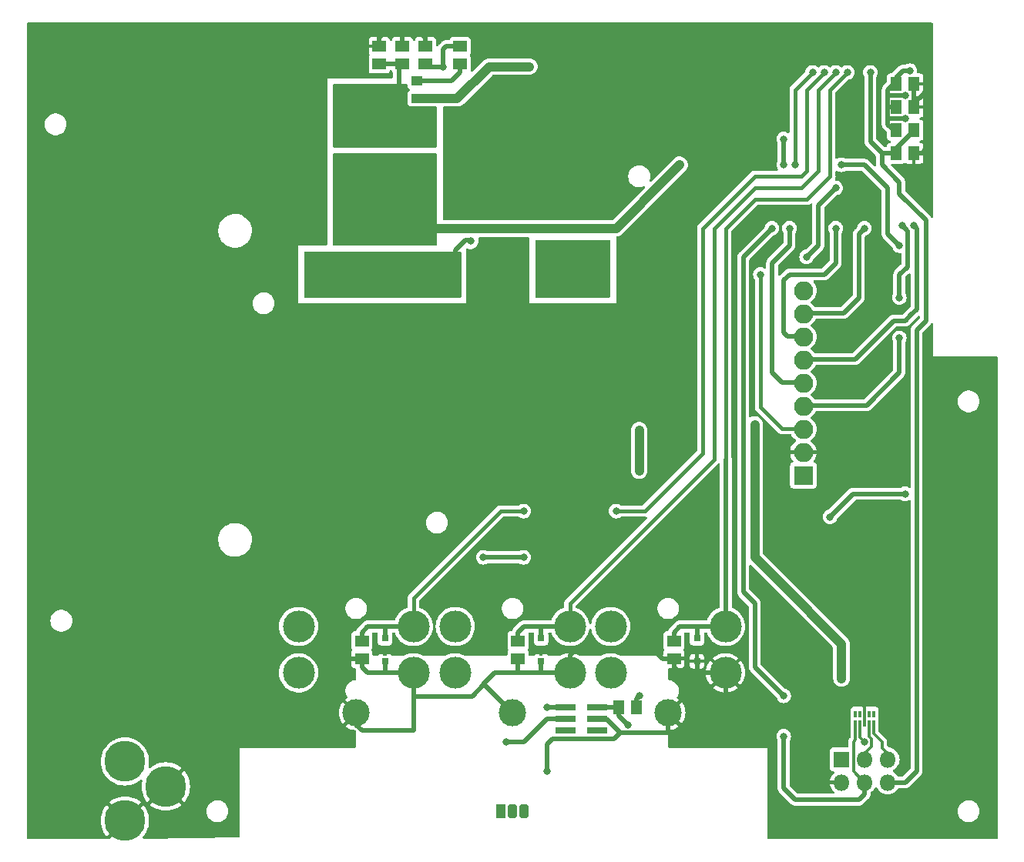
<source format=gbl>
G04 #@! TF.GenerationSoftware,KiCad,Pcbnew,7.0.9*
G04 #@! TF.CreationDate,2023-12-25T18:17:51+01:00*
G04 #@! TF.ProjectId,wall-mounted-room-temperature-sensor-wifi,77616c6c-2d6d-46f7-956e-7465642d726f,v1.0*
G04 #@! TF.SameCoordinates,Original*
G04 #@! TF.FileFunction,Copper,L2,Bot*
G04 #@! TF.FilePolarity,Positive*
%FSLAX46Y46*%
G04 Gerber Fmt 4.6, Leading zero omitted, Abs format (unit mm)*
G04 Created by KiCad (PCBNEW 7.0.9) date 2023-12-25 18:17:51*
%MOMM*%
%LPD*%
G01*
G04 APERTURE LIST*
G04 Aperture macros list*
%AMRoundRect*
0 Rectangle with rounded corners*
0 $1 Rounding radius*
0 $2 $3 $4 $5 $6 $7 $8 $9 X,Y pos of 4 corners*
0 Add a 4 corners polygon primitive as box body*
4,1,4,$2,$3,$4,$5,$6,$7,$8,$9,$2,$3,0*
0 Add four circle primitives for the rounded corners*
1,1,$1+$1,$2,$3*
1,1,$1+$1,$4,$5*
1,1,$1+$1,$6,$7*
1,1,$1+$1,$8,$9*
0 Add four rect primitives between the rounded corners*
20,1,$1+$1,$2,$3,$4,$5,0*
20,1,$1+$1,$4,$5,$6,$7,0*
20,1,$1+$1,$6,$7,$8,$9,0*
20,1,$1+$1,$8,$9,$2,$3,0*%
G04 Aperture macros list end*
G04 #@! TA.AperFunction,ComponentPad*
%ADD10C,3.500000*%
G04 #@! TD*
G04 #@! TA.AperFunction,ComponentPad*
%ADD11C,3.000000*%
G04 #@! TD*
G04 #@! TA.AperFunction,ComponentPad*
%ADD12R,1.800000X1.800000*%
G04 #@! TD*
G04 #@! TA.AperFunction,ComponentPad*
%ADD13O,1.800000X1.800000*%
G04 #@! TD*
G04 #@! TA.AperFunction,ComponentPad*
%ADD14R,1.050000X1.500000*%
G04 #@! TD*
G04 #@! TA.AperFunction,ComponentPad*
%ADD15RoundRect,0.262500X-0.262500X-0.487500X0.262500X-0.487500X0.262500X0.487500X-0.262500X0.487500X0*%
G04 #@! TD*
G04 #@! TA.AperFunction,ComponentPad*
%ADD16R,2.100000X2.100000*%
G04 #@! TD*
G04 #@! TA.AperFunction,ComponentPad*
%ADD17O,2.100000X2.100000*%
G04 #@! TD*
G04 #@! TA.AperFunction,ComponentPad*
%ADD18C,4.500000*%
G04 #@! TD*
G04 #@! TA.AperFunction,SMDPad,CuDef*
%ADD19R,1.500000X1.300000*%
G04 #@! TD*
G04 #@! TA.AperFunction,SMDPad,CuDef*
%ADD20R,1.300000X1.500000*%
G04 #@! TD*
G04 #@! TA.AperFunction,SMDPad,CuDef*
%ADD21R,0.300000X0.800000*%
G04 #@! TD*
G04 #@! TA.AperFunction,SMDPad,CuDef*
%ADD22R,0.800000X0.800000*%
G04 #@! TD*
G04 #@! TA.AperFunction,SMDPad,CuDef*
%ADD23R,1.300000X1.000000*%
G04 #@! TD*
G04 #@! TA.AperFunction,SMDPad,CuDef*
%ADD24R,2.200000X0.800000*%
G04 #@! TD*
G04 #@! TA.AperFunction,ViaPad*
%ADD25C,0.800000*%
G04 #@! TD*
G04 #@! TA.AperFunction,Conductor*
%ADD26C,0.500000*%
G04 #@! TD*
G04 #@! TA.AperFunction,Conductor*
%ADD27C,0.450000*%
G04 #@! TD*
G04 #@! TA.AperFunction,Conductor*
%ADD28C,0.300000*%
G04 #@! TD*
G04 #@! TA.AperFunction,Conductor*
%ADD29C,1.000000*%
G04 #@! TD*
G04 APERTURE END LIST*
D10*
X114885000Y-140345000D03*
X102285000Y-140345000D03*
X114885000Y-135245000D03*
X102285000Y-135245000D03*
D11*
X108585000Y-144745000D03*
D10*
X97800000Y-140345000D03*
X85200000Y-140345000D03*
X97800000Y-135245000D03*
X85200000Y-135245000D03*
D11*
X91500000Y-144745000D03*
D10*
X80595000Y-140345000D03*
X67995000Y-140345000D03*
X80595000Y-135245000D03*
X67995000Y-135245000D03*
D11*
X74295000Y-144745000D03*
D12*
X127635000Y-149860000D03*
D13*
X127635000Y-152400000D03*
X130175000Y-149860000D03*
X130175000Y-152400000D03*
X132715000Y-149860000D03*
X132715000Y-152400000D03*
D14*
X90170000Y-155575000D03*
D15*
X91440000Y-155575000D03*
X92710000Y-155575000D03*
D16*
X123444000Y-118618000D03*
D17*
X123444000Y-116078000D03*
X123444000Y-113538000D03*
X123444000Y-110998000D03*
X123444000Y-108458000D03*
X123444000Y-105918000D03*
X123444000Y-103378000D03*
X123444000Y-100838000D03*
X123444000Y-98298000D03*
D18*
X48895000Y-150095000D03*
X53395000Y-152845000D03*
X48895000Y-156595000D03*
D19*
X79375000Y-73360000D03*
X79375000Y-71420000D03*
X76835000Y-73360000D03*
X76835000Y-71420000D03*
D20*
X133650000Y-78105000D03*
X135590000Y-78105000D03*
X133650000Y-75565000D03*
X135590000Y-75565000D03*
X133650000Y-83185000D03*
X135590000Y-83185000D03*
D19*
X109220000Y-136825000D03*
X109220000Y-138765000D03*
X92075000Y-136825000D03*
X92075000Y-138765000D03*
X74930000Y-136825000D03*
X74930000Y-138765000D03*
D21*
X131175000Y-145955000D03*
X130675000Y-145955000D03*
X130175000Y-145955000D03*
X129675000Y-145955000D03*
X129175000Y-145955000D03*
X129175000Y-144875000D03*
X129675000Y-144875000D03*
X130175000Y-144875000D03*
X130675000Y-144875000D03*
X131175000Y-144875000D03*
D22*
X111760000Y-136525000D03*
X111760000Y-139065000D03*
X94615000Y-136525000D03*
X94615000Y-139065000D03*
X77470000Y-136525000D03*
X77470000Y-139065000D03*
D23*
X81010000Y-75250000D03*
X81010000Y-77150000D03*
X78810000Y-76200000D03*
D19*
X81915000Y-73360000D03*
X81915000Y-71420000D03*
X85725000Y-71420000D03*
X85725000Y-73360000D03*
D20*
X133650000Y-80645000D03*
X135590000Y-80645000D03*
X105110000Y-144145000D03*
X103170000Y-144145000D03*
D24*
X100787200Y-144145000D03*
X100787200Y-145415000D03*
X100787200Y-146685000D03*
X97332800Y-146685000D03*
X97332800Y-145415000D03*
X97332800Y-144145000D03*
D25*
X99060000Y-84455000D03*
X82550000Y-118745000D03*
X88468200Y-92913200D03*
X86995000Y-98425000D03*
X136940001Y-82769999D03*
X121285000Y-156845000D03*
X86995000Y-100330000D03*
X67310000Y-147320000D03*
X92075000Y-100330000D03*
X93980000Y-118745000D03*
X136940001Y-76419999D03*
X89535000Y-98425000D03*
X99060000Y-80645000D03*
X86995000Y-96520000D03*
X143510000Y-107315000D03*
X71120000Y-118745000D03*
X59690000Y-109220000D03*
X123190000Y-145415000D03*
X143510000Y-142240000D03*
X82550000Y-109220000D03*
X89535000Y-96520000D03*
X40005000Y-141605000D03*
X55245000Y-70485000D03*
X143510000Y-156845000D03*
X95885000Y-80645000D03*
X40005000Y-70485000D03*
X95885000Y-88265000D03*
X40005000Y-106045000D03*
X89535000Y-100330000D03*
X143510000Y-124460000D03*
X40005000Y-121285000D03*
X95885000Y-76835000D03*
X71120000Y-109220000D03*
X89535000Y-70485000D03*
X99060000Y-88265000D03*
X106680000Y-70485000D03*
X99060000Y-76835000D03*
X83820000Y-100330000D03*
X59690000Y-118745000D03*
X40005000Y-156845000D03*
X93980000Y-109220000D03*
X73025000Y-70485000D03*
X95250000Y-151130000D03*
X40005000Y-88900000D03*
X95885000Y-84455000D03*
X73025000Y-97790000D03*
X77470000Y-76200000D03*
X81280000Y-94996000D03*
X85090000Y-97790000D03*
X73025000Y-94996000D03*
X76200000Y-76200000D03*
X86868000Y-92837000D03*
X77470000Y-97790000D03*
X81280000Y-97790000D03*
X73660000Y-78740000D03*
X73025000Y-81280000D03*
X77470000Y-94996000D03*
X85217000Y-95123000D03*
X76200000Y-89535000D03*
X127000000Y-86995000D03*
X76200000Y-86360000D03*
X76835000Y-90805000D03*
X108585000Y-85725000D03*
X123799600Y-94589600D03*
X134620000Y-79375000D03*
X135128000Y-74114999D03*
X134620000Y-76835000D03*
X109855000Y-84455000D03*
X76200000Y-87630000D03*
X97790000Y-94615000D03*
X105410000Y-142875000D03*
X97790000Y-97790000D03*
X88265000Y-127635000D03*
X100965000Y-97790000D03*
X100965000Y-94615000D03*
X105410000Y-113665000D03*
X94615000Y-94615000D03*
X105410000Y-118110000D03*
X94615000Y-97790000D03*
X92710000Y-127635000D03*
X130810000Y-74295000D03*
X130175000Y-147955000D03*
X121285000Y-142875000D03*
X121285000Y-81615000D03*
X121285000Y-147320000D03*
X119989600Y-91440000D03*
X121285000Y-84455000D03*
X128270000Y-74295000D03*
X127000000Y-74295000D03*
X92710000Y-122555000D03*
X102870000Y-122555000D03*
X125730000Y-74295000D03*
X127635000Y-139700000D03*
X118110000Y-114300000D03*
X118110000Y-113030000D03*
X93345000Y-73660000D03*
X127635000Y-140970000D03*
X92075000Y-73660000D03*
X127000000Y-91440000D03*
X130149600Y-91440000D03*
X121920000Y-91440000D03*
X118719600Y-96520000D03*
X133985000Y-99060000D03*
X134315200Y-91135200D03*
X133985000Y-103505000D03*
X135585200Y-91135200D03*
X127635000Y-84455000D03*
X104140000Y-146050000D03*
X122555000Y-84455000D03*
X134620000Y-120650000D03*
X133985000Y-93345000D03*
X126365000Y-123190000D03*
X124460000Y-74295000D03*
X83820000Y-73660000D03*
X95250000Y-144145000D03*
X90805000Y-147955000D03*
D26*
X95250000Y-148209000D02*
X95885000Y-147574000D01*
X92720000Y-140345000D02*
X94605000Y-140345000D01*
X101827202Y-145415000D02*
X103097202Y-146685000D01*
D27*
X74295000Y-144745000D02*
X72990000Y-144745000D01*
D26*
X103312203Y-146900001D02*
X103289999Y-146900001D01*
D28*
X130175000Y-145955000D02*
X130175000Y-144875000D01*
D26*
X73360000Y-138765000D02*
X71755000Y-137160000D01*
X97800000Y-140345000D02*
X97800000Y-138420000D01*
D28*
X130175000Y-144875000D02*
X130175000Y-144145000D01*
D26*
X74295000Y-144745000D02*
X74295000Y-146050000D01*
X108585000Y-146685000D02*
X108369999Y-146900001D01*
X102638204Y-147574000D02*
X103312203Y-146900001D01*
X108369999Y-146900001D02*
X117894999Y-146900001D01*
D27*
X80595000Y-141655000D02*
X80595000Y-140345000D01*
D28*
X130175000Y-144145000D02*
X129540000Y-143510000D01*
D27*
X114885000Y-141655000D02*
X114885000Y-140345000D01*
D26*
X79375000Y-69850000D02*
X79515001Y-69709999D01*
X76835000Y-70485000D02*
X77610001Y-69709999D01*
D27*
X74295000Y-144745000D02*
X74295000Y-145415000D01*
X97800000Y-141595000D02*
X97800000Y-140345000D01*
D26*
X103312203Y-146900001D02*
X106464999Y-146900001D01*
X80645000Y-146685000D02*
X74930000Y-146685000D01*
X114885000Y-146635000D02*
X114935000Y-146685000D01*
X119380000Y-145415000D02*
X118427500Y-146367500D01*
X117894999Y-146900001D02*
X118427500Y-146367500D01*
X91500000Y-144745000D02*
X88360000Y-141605000D01*
X88360000Y-141605000D02*
X88265000Y-141605000D01*
X94605000Y-140345000D02*
X97800000Y-140345000D01*
X74930000Y-139700000D02*
X75575000Y-140345000D01*
X107970000Y-138765000D02*
X109220000Y-138765000D01*
X114885000Y-140345000D02*
X114885000Y-146635000D01*
X77460000Y-140345000D02*
X80595000Y-140345000D01*
D28*
X123190000Y-145415000D02*
X125095000Y-143510000D01*
D26*
X135590000Y-78105000D02*
X135590000Y-77170000D01*
X94605000Y-139075000D02*
X94615000Y-139065000D01*
X92075000Y-138765000D02*
X92075000Y-140335000D01*
X106464999Y-146900001D02*
X108369999Y-146900001D01*
X95250000Y-149225000D02*
X95250000Y-148590000D01*
X95885000Y-147574000D02*
X102638204Y-147574000D01*
X74930000Y-138765000D02*
X73360000Y-138765000D01*
X111760000Y-139065000D02*
X111760000Y-140335000D01*
X75575000Y-140345000D02*
X77460000Y-140345000D01*
X135590000Y-77170000D02*
X136190000Y-77170000D01*
X80595000Y-142925000D02*
X80595000Y-146635000D01*
X103097202Y-146685000D02*
X103312203Y-146900001D01*
X89525000Y-140345000D02*
X92085000Y-140345000D01*
X76535000Y-71120000D02*
X76835000Y-71420000D01*
X92075000Y-140335000D02*
X92085000Y-140345000D01*
X122555000Y-145415000D02*
X119380000Y-145415000D01*
X87040000Y-142925000D02*
X80595000Y-142925000D01*
X95250000Y-149225000D02*
X95250000Y-148209000D01*
X88360000Y-141605000D02*
X87040000Y-142925000D01*
X88265000Y-141605000D02*
X89525000Y-140345000D01*
X77470000Y-140335000D02*
X77460000Y-140345000D01*
X81915000Y-70485000D02*
X81139999Y-69709999D01*
X92085000Y-140345000D02*
X92720000Y-140345000D01*
X109220000Y-138765000D02*
X109220000Y-139700000D01*
X123190000Y-145415000D02*
X122555000Y-145415000D01*
X80595000Y-140345000D02*
X80595000Y-142925000D01*
X74295000Y-146050000D02*
X74930000Y-146685000D01*
X135590000Y-77170000D02*
X135590000Y-75565000D01*
X79375000Y-71420000D02*
X79375000Y-69850000D01*
X118427500Y-146367500D02*
X118110000Y-146685000D01*
X81915000Y-71420000D02*
X81915000Y-70485000D01*
X77470000Y-139065000D02*
X77470000Y-140335000D01*
X79515001Y-69709999D02*
X81139999Y-69709999D01*
X94605000Y-140345000D02*
X94605000Y-139075000D01*
X100787200Y-145415000D02*
X101827202Y-145415000D01*
X83994682Y-113490318D02*
X88265000Y-113490318D01*
X74930000Y-138765000D02*
X74930000Y-139700000D01*
X97800000Y-138420000D02*
X98425000Y-137795000D01*
X109865000Y-140345000D02*
X111750000Y-140345000D01*
X71755000Y-137160000D02*
X71755000Y-125730000D01*
X108585000Y-144745000D02*
X108585000Y-146685000D01*
X136190000Y-77170000D02*
X136940001Y-76419999D01*
X107000000Y-137795000D02*
X107970000Y-138765000D01*
X111760000Y-140335000D02*
X111750000Y-140345000D01*
X71755000Y-125730000D02*
X83994682Y-113490318D01*
X136525000Y-83185000D02*
X136940001Y-82769999D01*
D28*
X125095000Y-143510000D02*
X129540000Y-143510000D01*
D26*
X109220000Y-139700000D02*
X109865000Y-140345000D01*
X76835000Y-71420000D02*
X76835000Y-70485000D01*
X135590000Y-83185000D02*
X136525000Y-83185000D01*
X111750000Y-140345000D02*
X114885000Y-140345000D01*
X95250000Y-151130000D02*
X95250000Y-149225000D01*
X80595000Y-146635000D02*
X80645000Y-146685000D01*
X77610001Y-69709999D02*
X79515001Y-69709999D01*
X98425000Y-137795000D02*
X107000000Y-137795000D01*
X85205000Y-93865000D02*
X85205000Y-95135000D01*
X79010000Y-73725000D02*
X79375000Y-73360000D01*
D29*
X79010000Y-76200000D02*
X77470000Y-76200000D01*
D26*
X86279998Y-92790002D02*
X85205000Y-93865000D01*
X79375000Y-73360000D02*
X76835000Y-73360000D01*
X86995000Y-92790002D02*
X86279998Y-92790002D01*
D29*
X76200000Y-76200000D02*
X77470000Y-76200000D01*
D26*
X79010000Y-76200000D02*
X79010000Y-73725000D01*
D29*
X76835000Y-90805000D02*
X76200000Y-90170000D01*
D26*
X133350000Y-80645000D02*
X132715000Y-80010000D01*
X127000000Y-86995000D02*
X125095000Y-88900000D01*
X132715000Y-76835000D02*
X132715000Y-78105000D01*
D29*
X77470000Y-91440000D02*
X76835000Y-90805000D01*
X76200000Y-90170000D02*
X76200000Y-89535000D01*
D26*
X132715000Y-78105000D02*
X132715000Y-79375000D01*
D29*
X76200000Y-86360000D02*
X76200000Y-87630000D01*
X108585000Y-85725000D02*
X109855000Y-84455000D01*
X76200000Y-89535000D02*
X76200000Y-86995000D01*
D26*
X125095000Y-93345000D02*
X123825000Y-94615000D01*
X133650000Y-75565000D02*
X133650000Y-74844998D01*
X135128000Y-74114999D02*
X134379999Y-74114999D01*
X134620000Y-76835000D02*
X132715000Y-76835000D01*
D29*
X102870000Y-91440000D02*
X77470000Y-91440000D01*
D26*
X134620000Y-79375000D02*
X132715000Y-79375000D01*
X133650000Y-80645000D02*
X133350000Y-80645000D01*
X132715000Y-78105000D02*
X133650000Y-78105000D01*
D29*
X108585000Y-85725000D02*
X102870000Y-91440000D01*
D26*
X125095000Y-88900000D02*
X125095000Y-93345000D01*
X132715000Y-76200000D02*
X132715000Y-76835000D01*
X133650000Y-75565000D02*
X133350000Y-75565000D01*
X133350000Y-75565000D02*
X132715000Y-76200000D01*
X132715000Y-79375000D02*
X132715000Y-80010000D01*
X134379999Y-74114999D02*
X133650000Y-74844998D01*
X123730000Y-118745000D02*
X123515000Y-118530000D01*
X105110000Y-143175000D02*
X105110000Y-144145000D01*
X105410000Y-142875000D02*
X105110000Y-143175000D01*
X92710000Y-127635000D02*
X88265000Y-127635000D01*
D29*
X105410000Y-118110000D02*
X105410000Y-113665000D01*
D26*
X135890000Y-138430000D02*
X135890000Y-102616000D01*
X135590000Y-80745000D02*
X133650000Y-82685000D01*
X130810000Y-74295000D02*
X130810000Y-81915000D01*
X135890000Y-138430000D02*
X135890000Y-145415000D01*
D28*
X130175000Y-147955000D02*
X129675008Y-147455008D01*
X129675008Y-147432112D02*
X129675000Y-147432104D01*
D26*
X133650000Y-82685000D02*
X133650000Y-83185000D01*
X130810000Y-81915000D02*
X132080000Y-83185000D01*
X133650000Y-83185000D02*
X132080000Y-83185000D01*
X133985000Y-86360000D02*
X132080000Y-84455000D01*
X135890000Y-151130000D02*
X135890000Y-145415000D01*
X135590000Y-80645000D02*
X135590000Y-80745000D01*
D28*
X129675000Y-145955000D02*
X129675000Y-146820000D01*
X129675000Y-147432104D02*
X129675000Y-146820000D01*
D26*
X133985000Y-87630000D02*
X133985000Y-86360000D01*
D28*
X129675008Y-147455008D02*
X129675008Y-147432112D01*
D26*
X136906000Y-90551000D02*
X133985000Y-87630000D01*
X136906000Y-101600000D02*
X136906000Y-90551000D01*
X132080000Y-84455000D02*
X132080000Y-83185000D01*
X132715000Y-152400000D02*
X134620000Y-152400000D01*
X134620000Y-152400000D02*
X135890000Y-151130000D01*
X135890000Y-102616000D02*
X136906000Y-101600000D01*
X120015000Y-141605000D02*
X121285000Y-142875000D01*
D28*
X128939991Y-151164991D02*
X128939991Y-147920009D01*
D26*
X121285000Y-153035000D02*
X122555000Y-154305000D01*
X120015000Y-91440000D02*
X120015000Y-91440000D01*
X121285000Y-147320000D02*
X121285000Y-153035000D01*
X119989600Y-91440000D02*
X119989600Y-91465400D01*
X120015000Y-91440000D02*
X119989600Y-91440000D01*
X118110000Y-132715000D02*
X118110000Y-139700000D01*
X116840000Y-94615000D02*
X116840000Y-118110000D01*
X122555000Y-154305000D02*
X124460000Y-154305000D01*
X130175000Y-153670000D02*
X129540000Y-154305000D01*
X121285000Y-81615000D02*
X121285000Y-84455000D01*
X130175000Y-152400000D02*
X130175000Y-153670000D01*
X116840000Y-118110000D02*
X116840000Y-131445000D01*
D28*
X130175000Y-152400000D02*
X128939991Y-151164991D01*
X129175000Y-145955000D02*
X129175000Y-147685000D01*
X129175000Y-147685000D02*
X128939991Y-147920009D01*
D26*
X129540000Y-154305000D02*
X124460000Y-154305000D01*
X120015000Y-141605000D02*
X118110000Y-139700000D01*
X119989600Y-91465400D02*
X116840000Y-94615000D01*
X116840000Y-131445000D02*
X118110000Y-132715000D01*
X114935000Y-116840000D02*
X114935000Y-131445000D01*
X111750000Y-135245000D02*
X109865000Y-135245000D01*
X109865000Y-135245000D02*
X109220000Y-135890000D01*
D27*
X126365000Y-85725000D02*
X123825000Y-88265000D01*
D26*
X111760000Y-136525000D02*
X111760000Y-135255000D01*
X114885000Y-135245000D02*
X111750000Y-135245000D01*
X109220000Y-135890000D02*
X109220000Y-136825000D01*
D27*
X126365000Y-76200000D02*
X126365000Y-85725000D01*
D26*
X114935000Y-135195000D02*
X114885000Y-135245000D01*
D27*
X128270000Y-74295000D02*
X126365000Y-76200000D01*
X114935000Y-91440000D02*
X114935000Y-116840000D01*
D26*
X111760000Y-135255000D02*
X111750000Y-135245000D01*
D27*
X123825000Y-88265000D02*
X118110000Y-88265000D01*
X118110000Y-88265000D02*
X114935000Y-91440000D01*
D26*
X114935000Y-131445000D02*
X114935000Y-135195000D01*
X94615000Y-135255000D02*
X94605000Y-135245000D01*
X97800000Y-135245000D02*
X94605000Y-135245000D01*
D27*
X113665000Y-116840000D02*
X113665000Y-91440000D01*
X113665000Y-91440000D02*
X118125010Y-86979990D01*
D26*
X92720000Y-135245000D02*
X92075000Y-135890000D01*
D27*
X97800000Y-135245000D02*
X97800000Y-132705000D01*
X97800000Y-132705000D02*
X113665000Y-116840000D01*
X123190000Y-86995000D02*
X125095000Y-85090000D01*
X118125010Y-86979990D02*
X118745000Y-86979990D01*
X125730000Y-75565000D02*
X127000000Y-74295000D01*
X125095000Y-76200000D02*
X125730000Y-75565000D01*
X118745000Y-86979990D02*
X123190000Y-86995000D01*
X125095000Y-85090000D02*
X125095000Y-76200000D01*
D26*
X92075000Y-135890000D02*
X92075000Y-136825000D01*
X94605000Y-135245000D02*
X92720000Y-135245000D01*
X94615000Y-136525000D02*
X94615000Y-135255000D01*
D27*
X112395000Y-116205000D02*
X112395000Y-98425000D01*
X125730000Y-74295000D02*
X123825000Y-76200000D01*
D26*
X75575000Y-135245000D02*
X76845000Y-135245000D01*
D27*
X112395000Y-98425000D02*
X112395000Y-91440000D01*
X123190000Y-85725000D02*
X118110000Y-85725000D01*
X90170000Y-122555000D02*
X80595000Y-132130000D01*
D26*
X74930000Y-135890000D02*
X75575000Y-135245000D01*
X77460000Y-135245000D02*
X80595000Y-135245000D01*
D27*
X106045000Y-122555000D02*
X102870000Y-122555000D01*
X123825000Y-76200000D02*
X123825000Y-85090000D01*
X112395000Y-91440000D02*
X116840000Y-86995000D01*
X118110000Y-85725000D02*
X116840000Y-86995000D01*
X106045000Y-122555000D02*
X112395000Y-116205000D01*
D26*
X77470000Y-136525000D02*
X77470000Y-135255000D01*
D27*
X80595000Y-132130000D02*
X80595000Y-135245000D01*
X123825000Y-85090000D02*
X123190000Y-85725000D01*
X92710000Y-122555000D02*
X90170000Y-122555000D01*
D26*
X76845000Y-135245000D02*
X77460000Y-135245000D01*
X74930000Y-136825000D02*
X74930000Y-135890000D01*
D27*
X77470000Y-135255000D02*
X77460000Y-135245000D01*
D29*
X127635000Y-140970000D02*
X127635000Y-137160000D01*
X127635000Y-137160000D02*
X120650000Y-130175000D01*
X118110000Y-127635000D02*
X118110000Y-113030000D01*
X84775000Y-77150000D02*
X84135000Y-77150000D01*
X84135000Y-77150000D02*
X81010000Y-77150000D01*
X85410000Y-77150000D02*
X84135000Y-77150000D01*
X120650000Y-130175000D02*
X118110000Y-127635000D01*
X88900000Y-73660000D02*
X85410000Y-77150000D01*
X93345000Y-73660000D02*
X88900000Y-73660000D01*
D28*
X130925001Y-147594999D02*
X130675000Y-147344998D01*
X130925001Y-148474999D02*
X130925001Y-147594999D01*
X130175000Y-149225000D02*
X130925001Y-148474999D01*
X130675000Y-145955000D02*
X130675000Y-147344998D01*
X130675000Y-149360000D02*
X130175000Y-149860000D01*
X130175000Y-149860000D02*
X130175000Y-149225000D01*
X131175000Y-145955000D02*
X131175000Y-147050000D01*
X132080000Y-148590000D02*
X132080000Y-147955000D01*
X132715000Y-149225000D02*
X132080000Y-148590000D01*
X132715000Y-149860000D02*
X132715000Y-149225000D01*
X132080000Y-147955000D02*
X131175000Y-147050000D01*
D27*
X122770000Y-103290000D02*
X123515000Y-103290000D01*
D26*
X127000000Y-91440000D02*
X127000000Y-94615000D01*
X121920000Y-96520000D02*
X121285000Y-97155000D01*
X121285000Y-102870000D02*
X121705000Y-103290000D01*
X121285000Y-97155000D02*
X121285000Y-102870000D01*
X125730000Y-96520000D02*
X121920000Y-96520000D01*
X127000000Y-94615000D02*
X127000000Y-95250000D01*
X127000000Y-95250000D02*
X125730000Y-96520000D01*
X121705000Y-103290000D02*
X123515000Y-103290000D01*
X130175000Y-91440000D02*
X130175000Y-91440000D01*
X127215000Y-100750000D02*
X123515000Y-100750000D01*
X127850000Y-100750000D02*
X127215000Y-100750000D01*
X130175000Y-91440000D02*
X130149600Y-91440000D01*
X130149600Y-91465400D02*
X129540000Y-92075000D01*
X130149600Y-91440000D02*
X130149600Y-91465400D01*
X129540000Y-99060000D02*
X127850000Y-100750000D01*
X129540000Y-92075000D02*
X129540000Y-99060000D01*
X120015000Y-107315000D02*
X120015000Y-95250000D01*
X120015000Y-95250000D02*
X121920000Y-93345000D01*
X121070000Y-108370000D02*
X120015000Y-107315000D01*
X123515000Y-108370000D02*
X121070000Y-108370000D01*
X121920000Y-93345000D02*
X121920000Y-91440000D01*
D27*
X123515000Y-113450000D02*
X121070000Y-113450000D01*
X121070000Y-113450000D02*
X118745000Y-111125000D01*
X118745000Y-96520000D02*
X118745000Y-109220000D01*
X118745000Y-111125000D02*
X118745000Y-109220000D01*
D26*
X133985000Y-96520000D02*
X134874000Y-95694999D01*
X134874000Y-95694999D02*
X134874000Y-91694000D01*
X133985000Y-99060000D02*
X133985000Y-96520000D01*
X123515000Y-110910000D02*
X130390000Y-110910000D01*
X134810001Y-91630001D02*
X134330000Y-91150000D01*
X130390000Y-110910000D02*
X133985000Y-107315000D01*
X133985000Y-107315000D02*
X133985000Y-106045000D01*
X133985000Y-106045000D02*
X133985000Y-103505000D01*
X135890000Y-100330000D02*
X135255000Y-100965000D01*
X133350000Y-101600000D02*
X134620000Y-101600000D01*
D27*
X135255000Y-100965000D02*
X135600000Y-100620000D01*
D26*
X123515000Y-105830000D02*
X129120000Y-105830000D01*
X134620000Y-101600000D02*
X135255000Y-100965000D01*
X135600000Y-91150000D02*
X135890000Y-91440000D01*
X129120000Y-105830000D02*
X133350000Y-101600000D01*
X135890000Y-91440000D02*
X135890000Y-100330000D01*
D27*
X124460000Y-74295000D02*
X122555000Y-76200000D01*
D26*
X103170000Y-144145000D02*
X103170000Y-145080000D01*
X126365000Y-123190000D02*
X128905000Y-120650000D01*
X100787200Y-144145000D02*
X103170000Y-144145000D01*
X130175000Y-84455000D02*
X132715000Y-86995000D01*
X103170000Y-145080000D02*
X104140000Y-146050000D01*
D27*
X122555000Y-76200000D02*
X122555000Y-84455000D01*
D26*
X132715000Y-86995000D02*
X132715000Y-92075000D01*
X132715000Y-92075000D02*
X133985000Y-93345000D01*
X127635000Y-84455000D02*
X130175000Y-84455000D01*
X128905000Y-120650000D02*
X134620000Y-120650000D01*
X83820000Y-71755000D02*
X83820000Y-73660000D01*
X85725000Y-71420000D02*
X84155000Y-71420000D01*
X82215000Y-73660000D02*
X81915000Y-73360000D01*
X81915000Y-73360000D02*
X82015000Y-73360000D01*
X83820000Y-73660000D02*
X82215000Y-73660000D01*
X84155000Y-71420000D02*
X83820000Y-71755000D01*
X97800000Y-146675000D02*
X97790000Y-146685000D01*
X95250000Y-144145000D02*
X97332800Y-144145000D01*
X81010000Y-75250000D02*
X84770000Y-75250000D01*
X85725000Y-74295000D02*
X85725000Y-73360000D01*
X84770000Y-75250000D02*
X85725000Y-74295000D01*
X95250000Y-145415000D02*
X92710000Y-147955000D01*
X97332800Y-145415000D02*
X95250000Y-145415000D01*
X92710000Y-147955000D02*
X90805000Y-147955000D01*
G04 #@! TA.AperFunction,Conductor*
G36*
X84455000Y-70769500D02*
G01*
X84240506Y-70769500D01*
X84224495Y-70767732D01*
X84224473Y-70767974D01*
X84216706Y-70767239D01*
X84144783Y-70769500D01*
X84114075Y-70769500D01*
X84114071Y-70769500D01*
X84114060Y-70769501D01*
X84106804Y-70770417D01*
X84100986Y-70770875D01*
X84052433Y-70772401D01*
X84037873Y-70776630D01*
X84032040Y-70778325D01*
X84012996Y-70782269D01*
X83991942Y-70784929D01*
X83991940Y-70784929D01*
X83946781Y-70802808D01*
X83941255Y-70804700D01*
X83894601Y-70818254D01*
X83876325Y-70829063D01*
X83858860Y-70837619D01*
X83839124Y-70845433D01*
X83799824Y-70873986D01*
X83794942Y-70877193D01*
X83753136Y-70901917D01*
X83738124Y-70916929D01*
X83723336Y-70929558D01*
X83706167Y-70942032D01*
X83706165Y-70942034D01*
X83675194Y-70979470D01*
X83671262Y-70983791D01*
X83420483Y-71234569D01*
X83407910Y-71244643D01*
X83408065Y-71244830D01*
X83402059Y-71249798D01*
X83377434Y-71276021D01*
X83352809Y-71302244D01*
X83341949Y-71313104D01*
X83331088Y-71323965D01*
X83331078Y-71323977D01*
X83326587Y-71329765D01*
X83322801Y-71334197D01*
X83289549Y-71369609D01*
X83289311Y-71369938D01*
X83289058Y-71370132D01*
X83284215Y-71375291D01*
X83283382Y-71374509D01*
X83233978Y-71412599D01*
X83164364Y-71418572D01*
X83102571Y-71385961D01*
X83068219Y-71325120D01*
X83064999Y-71297044D01*
X83064999Y-70738520D01*
X83050164Y-70644850D01*
X83050162Y-70644844D01*
X82992643Y-70531958D01*
X82992636Y-70531949D01*
X82903050Y-70442363D01*
X82903046Y-70442360D01*
X82790144Y-70384833D01*
X82696486Y-70370000D01*
X82115000Y-70370000D01*
X82115000Y-71496000D01*
X82095315Y-71563039D01*
X82042511Y-71608794D01*
X81991000Y-71620000D01*
X81839000Y-71620000D01*
X81771961Y-71600315D01*
X81726206Y-71547511D01*
X81715000Y-71496000D01*
X81715000Y-70370000D01*
X81133520Y-70370000D01*
X81039850Y-70384835D01*
X81039844Y-70384837D01*
X80926958Y-70442356D01*
X80926949Y-70442363D01*
X80837363Y-70531949D01*
X80837360Y-70531953D01*
X80779833Y-70644855D01*
X80779833Y-70644856D01*
X80767472Y-70722903D01*
X80737542Y-70786038D01*
X80678231Y-70822969D01*
X80608368Y-70821971D01*
X80550136Y-70783361D01*
X80522525Y-70722901D01*
X80510164Y-70644850D01*
X80510162Y-70644844D01*
X80452643Y-70531958D01*
X80452636Y-70531949D01*
X80363050Y-70442363D01*
X80363046Y-70442360D01*
X80250144Y-70384833D01*
X80156486Y-70370000D01*
X79575000Y-70370000D01*
X79575000Y-71496000D01*
X79555315Y-71563039D01*
X79502511Y-71608794D01*
X79451000Y-71620000D01*
X79299000Y-71620000D01*
X79231961Y-71600315D01*
X79186206Y-71547511D01*
X79175000Y-71496000D01*
X79175000Y-70370000D01*
X78593520Y-70370000D01*
X78499850Y-70384835D01*
X78499844Y-70384837D01*
X78386958Y-70442356D01*
X78386949Y-70442363D01*
X78297363Y-70531949D01*
X78297360Y-70531953D01*
X78239833Y-70644855D01*
X78239833Y-70644856D01*
X78227472Y-70722903D01*
X78197542Y-70786038D01*
X78138231Y-70822969D01*
X78068368Y-70821971D01*
X78010136Y-70783361D01*
X77982525Y-70722901D01*
X77970164Y-70644850D01*
X77970162Y-70644844D01*
X77912643Y-70531958D01*
X77912636Y-70531949D01*
X77823050Y-70442363D01*
X77823046Y-70442360D01*
X77710144Y-70384833D01*
X77616486Y-70370000D01*
X77035000Y-70370000D01*
X77035000Y-71496000D01*
X77015315Y-71563039D01*
X76962511Y-71608794D01*
X76911000Y-71620000D01*
X75685001Y-71620000D01*
X75685001Y-72101479D01*
X75699835Y-72195149D01*
X75699837Y-72195155D01*
X75757356Y-72308041D01*
X75763098Y-72315944D01*
X75760100Y-72318121D01*
X75784764Y-72363289D01*
X75779780Y-72432981D01*
X75760855Y-72462427D01*
X75762689Y-72463759D01*
X75756951Y-72471657D01*
X75699352Y-72584698D01*
X75684500Y-72678475D01*
X75684500Y-74041517D01*
X75695292Y-74109657D01*
X75699354Y-74135304D01*
X75756950Y-74248342D01*
X75756952Y-74248344D01*
X75756954Y-74248347D01*
X75846652Y-74338045D01*
X75846654Y-74338046D01*
X75846658Y-74338050D01*
X75959046Y-74395315D01*
X75959698Y-74395647D01*
X76053475Y-74410499D01*
X76053481Y-74410500D01*
X77616518Y-74410499D01*
X77710304Y-74395646D01*
X77823342Y-74338050D01*
X77913050Y-74248342D01*
X77970646Y-74135304D01*
X77973845Y-74115102D01*
X78003774Y-74051968D01*
X78063085Y-74015037D01*
X78096319Y-74010500D01*
X78113681Y-74010500D01*
X78180720Y-74030185D01*
X78226475Y-74082989D01*
X78236154Y-74115103D01*
X78239352Y-74135299D01*
X78239352Y-74135300D01*
X78239353Y-74135303D01*
X78239354Y-74135304D01*
X78296950Y-74248342D01*
X78323181Y-74274573D01*
X78356666Y-74335894D01*
X78359500Y-74362254D01*
X78359500Y-74806000D01*
X78339815Y-74873039D01*
X78287011Y-74918794D01*
X78235500Y-74930000D01*
X71120000Y-74930000D01*
X71120000Y-93221000D01*
X71100315Y-93288039D01*
X71047511Y-93333794D01*
X70996000Y-93345000D01*
X67945000Y-93345000D01*
X67945000Y-99695000D01*
X86360000Y-99695000D01*
X102870000Y-99695000D01*
X102870000Y-92459407D01*
X102889685Y-92392368D01*
X102942489Y-92346613D01*
X102987512Y-92335577D01*
X103011646Y-92334313D01*
X103025187Y-92330683D01*
X103044313Y-92327138D01*
X103058256Y-92325674D01*
X103124306Y-92304212D01*
X103127368Y-92303304D01*
X103194488Y-92285320D01*
X103206976Y-92278956D01*
X103224950Y-92271510D01*
X103238284Y-92267179D01*
X103298476Y-92232425D01*
X103301222Y-92230934D01*
X103363149Y-92199383D01*
X103374031Y-92190569D01*
X103390083Y-92179537D01*
X103402216Y-92172533D01*
X103453847Y-92126043D01*
X103456260Y-92123982D01*
X103473380Y-92110119D01*
X103488929Y-92094568D01*
X103491270Y-92092347D01*
X103542888Y-92045871D01*
X103551130Y-92034525D01*
X103563760Y-92019737D01*
X104950561Y-90632937D01*
X105413499Y-90170000D01*
X111760000Y-90170000D01*
X111760000Y-68820500D01*
X137570500Y-68820500D01*
X137637539Y-68840185D01*
X137683294Y-68892989D01*
X137694500Y-68944500D01*
X137694500Y-90147947D01*
X137674815Y-90214986D01*
X137622011Y-90260741D01*
X137552853Y-90270685D01*
X137489297Y-90241660D01*
X137470184Y-90220836D01*
X137465934Y-90214986D01*
X137452011Y-90195822D01*
X137448818Y-90190964D01*
X137424081Y-90149135D01*
X137424079Y-90149133D01*
X137424078Y-90149131D01*
X137409075Y-90134129D01*
X137396435Y-90119330D01*
X137383961Y-90102160D01*
X137346528Y-90071194D01*
X137342206Y-90067260D01*
X134671819Y-87396873D01*
X134638334Y-87335550D01*
X134635500Y-87309192D01*
X134635500Y-86445502D01*
X134637268Y-86429489D01*
X134637026Y-86429467D01*
X134637758Y-86421711D01*
X134637760Y-86421704D01*
X134635500Y-86349796D01*
X134635500Y-86319075D01*
X134634579Y-86311788D01*
X134634122Y-86305979D01*
X134633315Y-86280292D01*
X134632597Y-86257431D01*
X134626676Y-86237053D01*
X134622731Y-86218004D01*
X134620071Y-86196942D01*
X134602185Y-86151769D01*
X134600296Y-86146249D01*
X134586743Y-86099600D01*
X134575940Y-86081334D01*
X134567378Y-86063856D01*
X134559568Y-86044129D01*
X134559565Y-86044125D01*
X134541404Y-86019128D01*
X134531014Y-86004827D01*
X134527811Y-85999951D01*
X134503081Y-85958135D01*
X134503079Y-85958133D01*
X134503078Y-85958131D01*
X134488075Y-85943129D01*
X134475435Y-85928330D01*
X134462961Y-85911160D01*
X134425528Y-85880194D01*
X134421206Y-85876260D01*
X133092126Y-84547180D01*
X133058641Y-84485857D01*
X133063625Y-84416165D01*
X133105497Y-84360232D01*
X133170961Y-84335815D01*
X133179783Y-84335499D01*
X134331518Y-84335499D01*
X134425304Y-84320646D01*
X134538342Y-84263050D01*
X134538349Y-84263042D01*
X134546241Y-84257311D01*
X134548329Y-84260185D01*
X134593895Y-84235256D01*
X134663591Y-84240184D01*
X134692647Y-84258840D01*
X134694056Y-84256902D01*
X134701953Y-84262639D01*
X134814855Y-84320166D01*
X134908514Y-84334999D01*
X135389999Y-84334999D01*
X135390000Y-84334998D01*
X135390000Y-83385000D01*
X135790000Y-83385000D01*
X135790000Y-84334999D01*
X136271479Y-84334999D01*
X136365149Y-84320164D01*
X136365155Y-84320162D01*
X136478041Y-84262643D01*
X136478050Y-84262636D01*
X136567636Y-84173050D01*
X136567639Y-84173046D01*
X136625166Y-84060144D01*
X136640000Y-83966486D01*
X136640000Y-83385000D01*
X135790000Y-83385000D01*
X135390000Y-83385000D01*
X135390000Y-83109000D01*
X135409685Y-83041961D01*
X135462489Y-82996206D01*
X135514000Y-82985000D01*
X136639999Y-82985000D01*
X136639999Y-82403520D01*
X136625164Y-82309850D01*
X136625162Y-82309844D01*
X136567643Y-82196958D01*
X136567636Y-82196949D01*
X136478050Y-82107363D01*
X136478046Y-82107360D01*
X136365144Y-82049833D01*
X136288694Y-82037725D01*
X136225559Y-82007796D01*
X136188628Y-81948484D01*
X136189626Y-81878621D01*
X136228236Y-81820389D01*
X136288694Y-81792778D01*
X136365304Y-81780646D01*
X136478342Y-81723050D01*
X136568050Y-81633342D01*
X136625646Y-81520304D01*
X136625646Y-81520302D01*
X136625647Y-81520301D01*
X136640499Y-81426524D01*
X136640500Y-81426519D01*
X136640499Y-79863482D01*
X136625646Y-79769696D01*
X136568050Y-79656658D01*
X136568046Y-79656654D01*
X136568045Y-79656652D01*
X136478347Y-79566954D01*
X136478344Y-79566952D01*
X136478342Y-79566950D01*
X136365304Y-79509354D01*
X136365303Y-79509353D01*
X136365300Y-79509352D01*
X136288693Y-79497219D01*
X136225558Y-79467290D01*
X136188627Y-79407978D01*
X136189625Y-79338115D01*
X136228235Y-79279883D01*
X136288695Y-79252272D01*
X136365149Y-79240164D01*
X136365155Y-79240162D01*
X136478041Y-79182643D01*
X136478050Y-79182636D01*
X136567636Y-79093050D01*
X136567639Y-79093046D01*
X136625166Y-78980144D01*
X136640000Y-78886486D01*
X136640000Y-78305000D01*
X135514000Y-78305000D01*
X135446961Y-78285315D01*
X135401206Y-78232511D01*
X135390000Y-78181000D01*
X135390000Y-78029000D01*
X135409685Y-77961961D01*
X135462489Y-77916206D01*
X135514000Y-77905000D01*
X136639999Y-77905000D01*
X136639999Y-77323520D01*
X136625164Y-77229850D01*
X136625162Y-77229844D01*
X136567643Y-77116958D01*
X136567636Y-77116949D01*
X136478050Y-77027363D01*
X136478046Y-77027360D01*
X136365144Y-76969833D01*
X136287096Y-76957472D01*
X136223961Y-76927543D01*
X136187030Y-76868231D01*
X136188028Y-76798368D01*
X136226638Y-76740136D01*
X136287098Y-76712525D01*
X136365149Y-76700164D01*
X136365155Y-76700162D01*
X136478041Y-76642643D01*
X136478050Y-76642636D01*
X136567636Y-76553050D01*
X136567639Y-76553046D01*
X136625166Y-76440144D01*
X136640000Y-76346486D01*
X136640000Y-75765000D01*
X135514000Y-75765000D01*
X135446961Y-75745315D01*
X135401206Y-75692511D01*
X135390000Y-75641000D01*
X135390000Y-75489000D01*
X135409685Y-75421961D01*
X135462489Y-75376206D01*
X135514000Y-75365000D01*
X136639999Y-75365000D01*
X136639999Y-74783520D01*
X136625164Y-74689850D01*
X136625162Y-74689844D01*
X136567643Y-74576958D01*
X136567636Y-74576949D01*
X136478050Y-74487363D01*
X136478046Y-74487360D01*
X136365144Y-74429833D01*
X136271486Y-74415000D01*
X136038520Y-74415000D01*
X135971481Y-74395315D01*
X135925726Y-74342511D01*
X135915300Y-74277117D01*
X135933565Y-74115003D01*
X135933565Y-74114995D01*
X135913369Y-73935749D01*
X135913368Y-73935744D01*
X135863328Y-73792738D01*
X135853789Y-73765477D01*
X135846983Y-73754646D01*
X135757815Y-73612736D01*
X135630262Y-73485183D01*
X135477523Y-73389210D01*
X135307254Y-73329630D01*
X135307249Y-73329629D01*
X135128004Y-73309434D01*
X135127996Y-73309434D01*
X134948750Y-73329629D01*
X134948737Y-73329632D01*
X134778481Y-73389208D01*
X134778477Y-73389209D01*
X134688904Y-73445493D01*
X134622932Y-73464499D01*
X134465503Y-73464499D01*
X134449492Y-73462731D01*
X134449470Y-73462973D01*
X134441703Y-73462239D01*
X134441702Y-73462239D01*
X134369795Y-73464499D01*
X134339074Y-73464499D01*
X134339070Y-73464499D01*
X134339060Y-73464500D01*
X134331792Y-73465418D01*
X134325975Y-73465875D01*
X134277434Y-73467401D01*
X134277423Y-73467403D01*
X134257047Y-73473322D01*
X134238007Y-73477265D01*
X134216946Y-73479926D01*
X134216938Y-73479928D01*
X134171774Y-73497810D01*
X134166246Y-73499702D01*
X134119601Y-73513254D01*
X134101331Y-73524059D01*
X134083862Y-73532617D01*
X134064127Y-73540431D01*
X134064125Y-73540432D01*
X134024838Y-73568976D01*
X134019955Y-73572183D01*
X133978131Y-73596918D01*
X133963125Y-73611925D01*
X133948335Y-73624557D01*
X133931166Y-73637031D01*
X133931164Y-73637033D01*
X133900193Y-73674469D01*
X133896261Y-73678790D01*
X133250483Y-74324567D01*
X133237910Y-74334641D01*
X133238065Y-74334828D01*
X133232058Y-74339797D01*
X133198638Y-74375385D01*
X133138396Y-74410779D01*
X133108248Y-74414500D01*
X132968482Y-74414500D01*
X132889149Y-74427065D01*
X132874696Y-74429354D01*
X132761658Y-74486950D01*
X132761657Y-74486951D01*
X132761652Y-74486954D01*
X132671954Y-74576652D01*
X132671951Y-74576657D01*
X132671950Y-74576658D01*
X132652751Y-74614337D01*
X132614352Y-74689698D01*
X132599500Y-74783475D01*
X132599500Y-75344191D01*
X132579815Y-75411230D01*
X132563181Y-75431872D01*
X132315483Y-75679569D01*
X132302910Y-75689643D01*
X132303065Y-75689830D01*
X132297059Y-75694798D01*
X132278827Y-75714214D01*
X132247809Y-75747244D01*
X132236949Y-75758104D01*
X132226088Y-75768965D01*
X132226078Y-75768977D01*
X132221587Y-75774765D01*
X132217801Y-75779197D01*
X132184552Y-75814606D01*
X132174322Y-75833213D01*
X132163646Y-75849464D01*
X132150640Y-75866232D01*
X132150636Y-75866238D01*
X132131348Y-75910811D01*
X132128777Y-75916058D01*
X132105372Y-75958630D01*
X132105372Y-75958631D01*
X132100091Y-75979199D01*
X132093791Y-75997601D01*
X132085364Y-76017073D01*
X132077766Y-76065047D01*
X132076581Y-76070770D01*
X132064500Y-76117818D01*
X132064500Y-76139044D01*
X132062973Y-76158444D01*
X132059653Y-76179403D01*
X132064225Y-76227767D01*
X132064500Y-76233606D01*
X132064500Y-76761789D01*
X132062304Y-76785020D01*
X132060624Y-76793826D01*
X132060624Y-76793830D01*
X132064378Y-76853507D01*
X132064500Y-76857380D01*
X132064500Y-78031789D01*
X132062304Y-78055020D01*
X132060624Y-78063826D01*
X132060624Y-78063830D01*
X132064378Y-78123507D01*
X132064500Y-78127380D01*
X132064500Y-79301789D01*
X132062304Y-79325020D01*
X132060624Y-79333826D01*
X132060624Y-79333830D01*
X132064378Y-79393507D01*
X132064500Y-79397380D01*
X132064500Y-79924494D01*
X132062732Y-79940505D01*
X132062974Y-79940528D01*
X132062240Y-79948294D01*
X132064500Y-80020203D01*
X132064500Y-80050920D01*
X132064501Y-80050940D01*
X132065418Y-80058206D01*
X132065876Y-80064024D01*
X132067402Y-80112567D01*
X132067403Y-80112570D01*
X132073323Y-80132948D01*
X132077268Y-80151996D01*
X132079928Y-80173054D01*
X132079931Y-80173064D01*
X132097813Y-80218230D01*
X132099705Y-80223758D01*
X132113254Y-80270395D01*
X132113255Y-80270397D01*
X132124060Y-80288666D01*
X132132617Y-80306134D01*
X132138226Y-80320300D01*
X132140432Y-80325872D01*
X132168983Y-80365170D01*
X132172191Y-80370053D01*
X132185461Y-80392492D01*
X132196919Y-80411865D01*
X132196923Y-80411869D01*
X132211925Y-80426871D01*
X132224563Y-80441669D01*
X132237033Y-80458833D01*
X132237036Y-80458836D01*
X132237037Y-80458837D01*
X132274476Y-80489809D01*
X132278776Y-80493722D01*
X132429737Y-80644683D01*
X132563181Y-80778127D01*
X132596666Y-80839450D01*
X132599500Y-80865808D01*
X132599500Y-81426517D01*
X132610292Y-81494657D01*
X132614354Y-81520304D01*
X132671950Y-81633342D01*
X132671952Y-81633344D01*
X132671954Y-81633347D01*
X132761652Y-81723045D01*
X132761654Y-81723046D01*
X132761658Y-81723050D01*
X132874696Y-81780646D01*
X132874697Y-81780646D01*
X132874699Y-81780647D01*
X132949707Y-81792527D01*
X133012842Y-81822456D01*
X133049774Y-81881767D01*
X133048776Y-81951630D01*
X133010167Y-82009863D01*
X132949708Y-82037473D01*
X132874699Y-82049352D01*
X132819297Y-82077580D01*
X132761658Y-82106950D01*
X132761657Y-82106951D01*
X132761652Y-82106954D01*
X132671954Y-82196652D01*
X132671951Y-82196657D01*
X132671950Y-82196658D01*
X132654518Y-82230871D01*
X132614352Y-82309698D01*
X132599500Y-82403475D01*
X132599500Y-82410500D01*
X132579815Y-82477539D01*
X132527011Y-82523294D01*
X132475500Y-82534500D01*
X132400808Y-82534500D01*
X132333769Y-82514815D01*
X132313127Y-82498181D01*
X131496819Y-81681873D01*
X131463334Y-81620550D01*
X131460500Y-81594192D01*
X131460500Y-74800067D01*
X131479507Y-74734094D01*
X131535788Y-74644524D01*
X131541303Y-74628764D01*
X131595368Y-74474255D01*
X131601161Y-74422841D01*
X131615565Y-74295003D01*
X131615565Y-74294996D01*
X131595369Y-74115750D01*
X131595368Y-74115745D01*
X131535788Y-73945476D01*
X131496582Y-73883080D01*
X131439816Y-73792738D01*
X131312262Y-73665184D01*
X131238484Y-73618826D01*
X131159523Y-73569211D01*
X130989254Y-73509631D01*
X130989249Y-73509630D01*
X130810004Y-73489435D01*
X130809996Y-73489435D01*
X130630750Y-73509630D01*
X130630745Y-73509631D01*
X130460476Y-73569211D01*
X130307737Y-73665184D01*
X130180184Y-73792737D01*
X130084211Y-73945476D01*
X130024631Y-74115745D01*
X130024630Y-74115750D01*
X130004435Y-74294996D01*
X130004435Y-74295003D01*
X130024630Y-74474249D01*
X130024631Y-74474254D01*
X130084211Y-74644524D01*
X130140493Y-74734094D01*
X130159500Y-74800067D01*
X130159500Y-81829494D01*
X130157732Y-81845505D01*
X130157974Y-81845528D01*
X130157240Y-81853294D01*
X130159500Y-81925203D01*
X130159500Y-81955920D01*
X130159501Y-81955940D01*
X130160418Y-81963206D01*
X130160876Y-81969024D01*
X130162402Y-82017567D01*
X130162403Y-82017570D01*
X130168323Y-82037948D01*
X130172268Y-82056996D01*
X130174928Y-82078054D01*
X130174931Y-82078064D01*
X130192813Y-82123230D01*
X130194705Y-82128758D01*
X130208254Y-82175395D01*
X130208255Y-82175397D01*
X130219060Y-82193666D01*
X130227617Y-82211134D01*
X130233226Y-82225300D01*
X130235432Y-82230872D01*
X130263983Y-82270170D01*
X130267191Y-82275053D01*
X130287766Y-82309844D01*
X130291919Y-82316865D01*
X130291923Y-82316869D01*
X130306925Y-82331871D01*
X130319563Y-82346669D01*
X130332033Y-82363833D01*
X130332036Y-82363836D01*
X130332037Y-82363837D01*
X130369476Y-82394809D01*
X130373776Y-82398722D01*
X130910559Y-82935505D01*
X131393181Y-83418127D01*
X131426666Y-83479450D01*
X131429500Y-83505808D01*
X131429500Y-84369494D01*
X131427732Y-84385505D01*
X131427974Y-84385528D01*
X131427240Y-84393294D01*
X131429500Y-84465203D01*
X131429500Y-84490192D01*
X131409815Y-84557231D01*
X131357011Y-84602986D01*
X131287853Y-84612930D01*
X131224297Y-84583905D01*
X131217819Y-84577873D01*
X130695434Y-84055488D01*
X130685361Y-84042914D01*
X130685174Y-84043070D01*
X130680201Y-84037059D01*
X130627756Y-83987810D01*
X130606035Y-83966089D01*
X130600240Y-83961594D01*
X130595798Y-83957799D01*
X130560396Y-83924554D01*
X130560388Y-83924548D01*
X130541792Y-83914325D01*
X130525531Y-83903644D01*
X130508763Y-83890637D01*
X130485295Y-83880482D01*
X130464178Y-83871343D01*
X130458956Y-83868786D01*
X130416368Y-83845373D01*
X130416365Y-83845372D01*
X130395801Y-83840092D01*
X130377396Y-83833790D01*
X130357927Y-83825365D01*
X130357921Y-83825363D01*
X130309951Y-83817766D01*
X130304236Y-83816582D01*
X130287772Y-83812355D01*
X130257180Y-83804500D01*
X130257177Y-83804500D01*
X130235955Y-83804500D01*
X130216555Y-83802973D01*
X130195596Y-83799653D01*
X130195595Y-83799653D01*
X130171786Y-83801903D01*
X130147230Y-83804225D01*
X130141392Y-83804500D01*
X128140068Y-83804500D01*
X128074096Y-83785494D01*
X127984522Y-83729210D01*
X127984518Y-83729209D01*
X127814262Y-83669633D01*
X127814249Y-83669630D01*
X127635004Y-83649435D01*
X127634996Y-83649435D01*
X127455750Y-83669630D01*
X127455745Y-83669631D01*
X127285476Y-83729211D01*
X127180472Y-83795190D01*
X127113235Y-83814190D01*
X127046400Y-83793822D01*
X127001186Y-83740554D01*
X126990500Y-83690196D01*
X126990500Y-76510452D01*
X127010185Y-76443413D01*
X127026819Y-76422771D01*
X127674825Y-75774765D01*
X128328380Y-75121209D01*
X128389701Y-75087726D01*
X128402158Y-75085674D01*
X128449255Y-75080368D01*
X128619522Y-75020789D01*
X128772262Y-74924816D01*
X128899816Y-74797262D01*
X128995789Y-74644522D01*
X129055368Y-74474255D01*
X129061161Y-74422841D01*
X129075565Y-74295003D01*
X129075565Y-74294996D01*
X129055369Y-74115750D01*
X129055368Y-74115745D01*
X128995788Y-73945476D01*
X128956582Y-73883080D01*
X128899816Y-73792738D01*
X128772262Y-73665184D01*
X128698484Y-73618826D01*
X128619523Y-73569211D01*
X128449254Y-73509631D01*
X128449249Y-73509630D01*
X128270004Y-73489435D01*
X128269996Y-73489435D01*
X128090750Y-73509630D01*
X128090745Y-73509631D01*
X127920476Y-73569211D01*
X127767737Y-73665184D01*
X127722680Y-73710241D01*
X127661357Y-73743725D01*
X127591665Y-73738740D01*
X127547320Y-73710241D01*
X127502263Y-73665185D01*
X127502262Y-73665184D01*
X127349523Y-73569211D01*
X127179254Y-73509631D01*
X127179249Y-73509630D01*
X127000004Y-73489435D01*
X126999996Y-73489435D01*
X126820750Y-73509630D01*
X126820745Y-73509631D01*
X126650476Y-73569211D01*
X126497737Y-73665184D01*
X126452680Y-73710241D01*
X126391357Y-73743725D01*
X126321665Y-73738740D01*
X126277320Y-73710241D01*
X126232263Y-73665185D01*
X126232262Y-73665184D01*
X126079523Y-73569211D01*
X125909254Y-73509631D01*
X125909249Y-73509630D01*
X125730004Y-73489435D01*
X125729996Y-73489435D01*
X125550750Y-73509630D01*
X125550745Y-73509631D01*
X125380476Y-73569211D01*
X125227737Y-73665184D01*
X125182680Y-73710241D01*
X125121357Y-73743725D01*
X125051665Y-73738740D01*
X125007320Y-73710241D01*
X124962263Y-73665185D01*
X124962262Y-73665184D01*
X124809523Y-73569211D01*
X124639254Y-73509631D01*
X124639249Y-73509630D01*
X124460004Y-73489435D01*
X124459996Y-73489435D01*
X124280750Y-73509630D01*
X124280745Y-73509631D01*
X124110476Y-73569211D01*
X123957737Y-73665184D01*
X123830184Y-73792737D01*
X123734210Y-73945478D01*
X123674630Y-74115750D01*
X123669326Y-74162825D01*
X123642258Y-74227239D01*
X123633787Y-74236621D01*
X122171208Y-75699199D01*
X122158951Y-75709020D01*
X122159134Y-75709241D01*
X122153123Y-75714213D01*
X122105772Y-75764636D01*
X122084889Y-75785519D01*
X122084877Y-75785532D01*
X122080621Y-75791017D01*
X122076837Y-75795447D01*
X122044937Y-75829418D01*
X122044936Y-75829420D01*
X122035284Y-75846976D01*
X122024610Y-75863226D01*
X122012329Y-75879061D01*
X122012324Y-75879068D01*
X121993815Y-75921838D01*
X121991245Y-75927084D01*
X121968803Y-75967906D01*
X121963822Y-75987307D01*
X121957521Y-76005710D01*
X121949562Y-76024102D01*
X121949561Y-76024105D01*
X121942271Y-76070127D01*
X121941087Y-76075846D01*
X121929501Y-76120972D01*
X121929500Y-76120982D01*
X121929500Y-76141016D01*
X121927973Y-76160415D01*
X121924840Y-76180194D01*
X121924840Y-76180195D01*
X121929225Y-76226583D01*
X121929500Y-76232421D01*
X121929500Y-80850196D01*
X121909815Y-80917235D01*
X121857011Y-80962990D01*
X121787853Y-80972934D01*
X121739528Y-80955190D01*
X121634523Y-80889211D01*
X121464254Y-80829631D01*
X121464249Y-80829630D01*
X121285004Y-80809435D01*
X121284996Y-80809435D01*
X121105750Y-80829630D01*
X121105745Y-80829631D01*
X120935476Y-80889211D01*
X120782737Y-80985184D01*
X120655184Y-81112737D01*
X120559211Y-81265476D01*
X120499631Y-81435745D01*
X120499630Y-81435750D01*
X120479435Y-81614996D01*
X120479435Y-81615003D01*
X120499630Y-81794249D01*
X120499631Y-81794254D01*
X120559211Y-81964524D01*
X120615493Y-82054094D01*
X120634500Y-82120067D01*
X120634500Y-83949931D01*
X120615494Y-84015903D01*
X120559211Y-84105477D01*
X120559209Y-84105481D01*
X120499633Y-84275737D01*
X120499630Y-84275750D01*
X120479435Y-84454996D01*
X120479435Y-84455003D01*
X120499630Y-84634249D01*
X120499631Y-84634254D01*
X120559211Y-84804522D01*
X120625191Y-84909528D01*
X120644191Y-84976764D01*
X120623824Y-85043600D01*
X120570556Y-85088814D01*
X120520197Y-85099500D01*
X118192737Y-85099500D01*
X118177120Y-85097776D01*
X118177093Y-85098062D01*
X118169331Y-85097327D01*
X118100203Y-85099500D01*
X118070650Y-85099500D01*
X118069929Y-85099590D01*
X118063757Y-85100369D01*
X118057945Y-85100826D01*
X118011373Y-85102290D01*
X118011372Y-85102290D01*
X117992129Y-85107881D01*
X117973079Y-85111825D01*
X117953211Y-85114334D01*
X117953209Y-85114335D01*
X117909884Y-85131488D01*
X117904357Y-85133380D01*
X117859610Y-85146381D01*
X117859609Y-85146382D01*
X117842367Y-85156579D01*
X117824899Y-85165137D01*
X117806269Y-85172513D01*
X117806267Y-85172514D01*
X117768576Y-85199898D01*
X117763694Y-85203105D01*
X117723579Y-85226830D01*
X117709408Y-85241000D01*
X117694623Y-85253628D01*
X117678412Y-85265407D01*
X117648709Y-85301310D01*
X117644777Y-85305631D01*
X116453579Y-86496830D01*
X112011208Y-90939199D01*
X111998951Y-90949020D01*
X111999134Y-90949241D01*
X111993123Y-90954213D01*
X111945772Y-91004636D01*
X111924889Y-91025519D01*
X111924877Y-91025532D01*
X111920621Y-91031017D01*
X111916837Y-91035447D01*
X111884937Y-91069418D01*
X111884936Y-91069420D01*
X111875284Y-91086976D01*
X111864610Y-91103226D01*
X111852329Y-91119061D01*
X111852324Y-91119068D01*
X111833815Y-91161838D01*
X111831245Y-91167084D01*
X111808803Y-91207906D01*
X111803822Y-91227307D01*
X111797521Y-91245710D01*
X111789562Y-91264102D01*
X111789561Y-91264105D01*
X111782271Y-91310127D01*
X111781087Y-91315846D01*
X111769501Y-91360972D01*
X111769500Y-91360982D01*
X111769500Y-91381016D01*
X111767973Y-91400415D01*
X111764840Y-91420194D01*
X111764840Y-91420195D01*
X111769225Y-91466583D01*
X111769500Y-91472421D01*
X111769500Y-115894547D01*
X111749815Y-115961586D01*
X111733181Y-115982228D01*
X105822228Y-121893181D01*
X105760905Y-121926666D01*
X105734547Y-121929500D01*
X103414855Y-121929500D01*
X103348883Y-121910494D01*
X103219523Y-121829211D01*
X103049254Y-121769631D01*
X103049249Y-121769630D01*
X102870004Y-121749435D01*
X102869996Y-121749435D01*
X102690750Y-121769630D01*
X102690745Y-121769631D01*
X102520476Y-121829211D01*
X102367737Y-121925184D01*
X102240184Y-122052737D01*
X102144211Y-122205476D01*
X102084631Y-122375745D01*
X102084630Y-122375750D01*
X102064435Y-122554996D01*
X102064435Y-122555003D01*
X102084630Y-122734249D01*
X102084631Y-122734254D01*
X102144211Y-122904523D01*
X102212222Y-123012761D01*
X102240184Y-123057262D01*
X102367738Y-123184816D01*
X102458080Y-123241582D01*
X102502842Y-123269708D01*
X102520478Y-123280789D01*
X102690745Y-123340368D01*
X102690750Y-123340369D01*
X102869996Y-123360565D01*
X102870000Y-123360565D01*
X102870004Y-123360565D01*
X103049249Y-123340369D01*
X103049252Y-123340368D01*
X103049255Y-123340368D01*
X103219522Y-123280789D01*
X103348883Y-123199505D01*
X103414855Y-123180500D01*
X105962257Y-123180500D01*
X105977877Y-123182224D01*
X105977904Y-123181939D01*
X105985660Y-123182671D01*
X105985667Y-123182673D01*
X106054814Y-123180500D01*
X106084350Y-123180500D01*
X106091230Y-123179630D01*
X106097037Y-123179172D01*
X106139371Y-123177842D01*
X106206994Y-123195411D01*
X106254385Y-123246752D01*
X106266496Y-123315564D01*
X106239481Y-123380000D01*
X106230945Y-123389462D01*
X97416208Y-132204199D01*
X97403951Y-132214020D01*
X97404134Y-132214241D01*
X97398123Y-132219213D01*
X97350772Y-132269636D01*
X97329889Y-132290519D01*
X97329877Y-132290532D01*
X97325621Y-132296017D01*
X97321837Y-132300447D01*
X97289937Y-132334418D01*
X97289936Y-132334420D01*
X97280284Y-132351976D01*
X97269610Y-132368226D01*
X97257329Y-132384061D01*
X97257324Y-132384068D01*
X97238815Y-132426838D01*
X97236245Y-132432084D01*
X97213803Y-132472906D01*
X97208822Y-132492307D01*
X97202521Y-132510710D01*
X97194562Y-132529102D01*
X97194561Y-132529105D01*
X97187271Y-132575127D01*
X97186087Y-132580846D01*
X97174501Y-132625972D01*
X97174500Y-132625982D01*
X97174500Y-132646016D01*
X97172973Y-132665413D01*
X97172249Y-132669983D01*
X97169840Y-132685194D01*
X97169840Y-132685195D01*
X97174225Y-132731583D01*
X97174500Y-132737421D01*
X97174500Y-133092907D01*
X97154815Y-133159946D01*
X97102011Y-133205701D01*
X97083957Y-133212308D01*
X97078158Y-133213932D01*
X97078157Y-133213932D01*
X96808324Y-133331137D01*
X96808319Y-133331139D01*
X96556954Y-133483998D01*
X96328743Y-133669661D01*
X96127932Y-133884676D01*
X95958282Y-134125016D01*
X95958278Y-134125022D01*
X95822925Y-134386242D01*
X95822922Y-134386248D01*
X95778222Y-134512025D01*
X95737224Y-134568602D01*
X95672147Y-134594032D01*
X95661382Y-134594500D01*
X94665955Y-134594500D01*
X94646555Y-134592973D01*
X94625596Y-134589653D01*
X94625595Y-134589653D01*
X94601786Y-134591903D01*
X94577230Y-134594225D01*
X94571392Y-134594500D01*
X92805506Y-134594500D01*
X92789495Y-134592732D01*
X92789473Y-134592974D01*
X92781706Y-134592239D01*
X92709783Y-134594500D01*
X92679075Y-134594500D01*
X92679071Y-134594500D01*
X92679060Y-134594501D01*
X92671804Y-134595417D01*
X92665986Y-134595875D01*
X92617433Y-134597401D01*
X92602873Y-134601630D01*
X92597040Y-134603325D01*
X92577996Y-134607269D01*
X92556942Y-134609929D01*
X92556940Y-134609929D01*
X92511781Y-134627808D01*
X92506255Y-134629700D01*
X92459601Y-134643254D01*
X92441325Y-134654063D01*
X92423860Y-134662619D01*
X92404124Y-134670433D01*
X92364824Y-134698986D01*
X92359942Y-134702193D01*
X92318136Y-134726917D01*
X92303124Y-134741929D01*
X92288336Y-134754558D01*
X92271167Y-134767032D01*
X92271165Y-134767034D01*
X92240194Y-134804470D01*
X92236262Y-134808791D01*
X91675483Y-135369569D01*
X91662910Y-135379643D01*
X91663065Y-135379830D01*
X91657059Y-135384798D01*
X91632434Y-135411021D01*
X91607809Y-135437244D01*
X91596949Y-135448104D01*
X91586088Y-135458965D01*
X91586078Y-135458977D01*
X91581587Y-135464765D01*
X91577801Y-135469197D01*
X91544552Y-135504606D01*
X91534322Y-135523213D01*
X91523646Y-135539464D01*
X91510640Y-135556232D01*
X91510636Y-135556238D01*
X91491348Y-135600811D01*
X91488777Y-135606058D01*
X91465372Y-135648630D01*
X91465372Y-135648631D01*
X91460091Y-135669199D01*
X91453789Y-135687605D01*
X91448534Y-135699748D01*
X91403843Y-135753456D01*
X91337210Y-135774475D01*
X91334736Y-135774500D01*
X91293483Y-135774500D01*
X91214550Y-135787001D01*
X91199696Y-135789354D01*
X91086658Y-135846950D01*
X91086657Y-135846951D01*
X91086652Y-135846954D01*
X90996954Y-135936652D01*
X90996951Y-135936657D01*
X90939352Y-136049698D01*
X90924500Y-136143475D01*
X90924500Y-137506517D01*
X90932655Y-137558003D01*
X90939354Y-137600304D01*
X90996950Y-137713342D01*
X90996953Y-137713345D01*
X91002689Y-137721241D01*
X90999819Y-137723325D01*
X91024753Y-137768945D01*
X91019797Y-137838638D01*
X91001170Y-137867655D01*
X91003098Y-137869056D01*
X90997360Y-137876953D01*
X90939833Y-137989855D01*
X90925000Y-138083513D01*
X90925000Y-138306000D01*
X90905315Y-138373039D01*
X90852511Y-138418794D01*
X90801000Y-138430000D01*
X86214822Y-138430000D01*
X86165420Y-138419734D01*
X86143735Y-138410315D01*
X85999864Y-138347823D01*
X85921842Y-138313933D01*
X85638560Y-138234561D01*
X85638556Y-138234560D01*
X85638555Y-138234560D01*
X85492826Y-138214530D01*
X85347099Y-138194500D01*
X85347098Y-138194500D01*
X85052902Y-138194500D01*
X85052901Y-138194500D01*
X84761445Y-138234560D01*
X84761439Y-138234561D01*
X84478157Y-138313933D01*
X84305164Y-138389075D01*
X84256265Y-138410315D01*
X84234580Y-138419734D01*
X84185178Y-138430000D01*
X81608567Y-138430000D01*
X81559165Y-138419734D01*
X81316677Y-138314406D01*
X81033458Y-138235051D01*
X81033452Y-138235050D01*
X80742065Y-138195000D01*
X80447935Y-138195000D01*
X80156547Y-138235050D01*
X80156541Y-138235051D01*
X79873322Y-138314406D01*
X79630835Y-138419734D01*
X79581433Y-138430000D01*
X78252048Y-138430000D01*
X78185009Y-138410315D01*
X78164366Y-138393681D01*
X78108046Y-138337360D01*
X77995144Y-138279833D01*
X77901486Y-138265000D01*
X77670000Y-138265000D01*
X77670000Y-138430000D01*
X77270000Y-138430000D01*
X77270000Y-138265000D01*
X77038520Y-138265000D01*
X76944849Y-138279835D01*
X76944844Y-138279837D01*
X76831958Y-138337356D01*
X76831953Y-138337360D01*
X76775634Y-138393681D01*
X76714311Y-138427166D01*
X76687952Y-138430000D01*
X76203999Y-138430000D01*
X76136960Y-138410315D01*
X76091205Y-138357511D01*
X76079999Y-138306000D01*
X76079999Y-138083520D01*
X76065164Y-137989850D01*
X76065162Y-137989844D01*
X76007643Y-137876958D01*
X76001902Y-137869056D01*
X76004899Y-137866878D01*
X75980235Y-137821710D01*
X75985219Y-137752018D01*
X76004154Y-137722580D01*
X76002311Y-137721241D01*
X76008042Y-137713349D01*
X76008050Y-137713342D01*
X76065646Y-137600304D01*
X76065646Y-137600302D01*
X76065647Y-137600301D01*
X76080499Y-137506524D01*
X76080500Y-137506519D01*
X76080499Y-136143482D01*
X76065646Y-136049696D01*
X76065645Y-136049694D01*
X76064119Y-136040057D01*
X76067762Y-136039479D01*
X76066288Y-135987986D01*
X76102364Y-135928150D01*
X76165062Y-135897318D01*
X76186216Y-135895500D01*
X76555671Y-135895500D01*
X76622710Y-135915185D01*
X76668465Y-135967989D01*
X76678409Y-136037147D01*
X76678144Y-136038897D01*
X76669500Y-136093474D01*
X76669500Y-136956517D01*
X76679293Y-137018348D01*
X76684354Y-137050304D01*
X76741950Y-137163342D01*
X76741952Y-137163344D01*
X76741954Y-137163347D01*
X76831652Y-137253045D01*
X76831654Y-137253046D01*
X76831658Y-137253050D01*
X76944694Y-137310645D01*
X76944698Y-137310647D01*
X77038475Y-137325499D01*
X77038481Y-137325500D01*
X77901518Y-137325499D01*
X77995304Y-137310646D01*
X78108342Y-137253050D01*
X78198050Y-137163342D01*
X78255646Y-137050304D01*
X78255646Y-137050302D01*
X78255647Y-137050301D01*
X78270499Y-136956524D01*
X78270500Y-136956519D01*
X78270499Y-136093482D01*
X78261854Y-136038895D01*
X78270810Y-135969603D01*
X78315807Y-135916152D01*
X78382558Y-135895513D01*
X78384328Y-135895500D01*
X78456382Y-135895500D01*
X78523421Y-135915185D01*
X78569176Y-135967989D01*
X78573222Y-135977975D01*
X78617922Y-136103751D01*
X78617925Y-136103757D01*
X78617926Y-136103760D01*
X78617928Y-136103764D01*
X78692040Y-136246793D01*
X78753278Y-136364977D01*
X78753282Y-136364983D01*
X78922932Y-136605323D01*
X79123743Y-136820338D01*
X79228662Y-136905696D01*
X79351951Y-137005999D01*
X79351953Y-137006000D01*
X79351954Y-137006001D01*
X79603319Y-137158860D01*
X79603324Y-137158862D01*
X79820168Y-137253050D01*
X79873159Y-137276067D01*
X80156445Y-137355440D01*
X80412681Y-137390659D01*
X80447901Y-137395500D01*
X80447902Y-137395500D01*
X80742099Y-137395500D01*
X80773520Y-137391180D01*
X81033555Y-137355440D01*
X81316841Y-137276067D01*
X81586682Y-137158859D01*
X81838049Y-137005999D01*
X82066260Y-136820335D01*
X82267065Y-136605326D01*
X82436722Y-136364976D01*
X82572072Y-136103764D01*
X82670592Y-135826554D01*
X82670592Y-135826549D01*
X82670595Y-135826543D01*
X82713618Y-135619500D01*
X82730448Y-135538511D01*
X82750525Y-135245000D01*
X83044475Y-135245000D01*
X83064551Y-135538511D01*
X83064552Y-135538513D01*
X83124404Y-135826543D01*
X83124409Y-135826559D01*
X83222927Y-136103762D01*
X83358278Y-136364977D01*
X83358282Y-136364983D01*
X83527932Y-136605323D01*
X83728743Y-136820338D01*
X83833662Y-136905696D01*
X83956951Y-137005999D01*
X83956953Y-137006000D01*
X83956954Y-137006001D01*
X84208319Y-137158860D01*
X84208324Y-137158862D01*
X84425168Y-137253050D01*
X84478159Y-137276067D01*
X84761445Y-137355440D01*
X85017681Y-137390659D01*
X85052901Y-137395500D01*
X85052902Y-137395500D01*
X85347099Y-137395500D01*
X85378520Y-137391180D01*
X85638555Y-137355440D01*
X85921841Y-137276067D01*
X86191682Y-137158859D01*
X86443049Y-137005999D01*
X86671260Y-136820335D01*
X86872065Y-136605326D01*
X87041722Y-136364976D01*
X87177072Y-136103764D01*
X87275592Y-135826554D01*
X87275592Y-135826549D01*
X87275595Y-135826543D01*
X87318618Y-135619500D01*
X87335448Y-135538511D01*
X87355525Y-135245000D01*
X87335448Y-134951489D01*
X87304897Y-134804470D01*
X87275595Y-134663456D01*
X87275590Y-134663440D01*
X87190851Y-134425007D01*
X87177072Y-134386236D01*
X87041722Y-134125024D01*
X87041721Y-134125022D01*
X87041717Y-134125016D01*
X86872067Y-133884676D01*
X86671256Y-133669661D01*
X86443045Y-133483998D01*
X86270262Y-133378926D01*
X90324500Y-133378926D01*
X90364530Y-133593069D01*
X90375157Y-133620500D01*
X90443226Y-133796207D01*
X90443229Y-133796213D01*
X90557906Y-133981423D01*
X90557912Y-133981432D01*
X90704678Y-134142427D01*
X90878528Y-134273712D01*
X91073541Y-134370817D01*
X91283077Y-134430435D01*
X91445653Y-134445500D01*
X91445656Y-134445500D01*
X91554344Y-134445500D01*
X91554347Y-134445500D01*
X91716923Y-134430435D01*
X91926459Y-134370817D01*
X92121472Y-134273712D01*
X92295322Y-134142427D01*
X92442088Y-133981432D01*
X92556772Y-133796210D01*
X92635470Y-133593069D01*
X92675500Y-133378926D01*
X92675500Y-133161074D01*
X92635470Y-132946931D01*
X92556772Y-132743790D01*
X92532627Y-132704795D01*
X92442093Y-132558576D01*
X92442092Y-132558575D01*
X92442088Y-132558568D01*
X92314726Y-132418858D01*
X92295323Y-132397574D01*
X92284088Y-132389090D01*
X92121472Y-132266288D01*
X92055296Y-132233336D01*
X91926462Y-132169184D01*
X91926459Y-132169183D01*
X91716923Y-132109565D01*
X91716920Y-132109564D01*
X91716918Y-132109564D01*
X91609819Y-132099640D01*
X91554347Y-132094500D01*
X91445653Y-132094500D01*
X91395845Y-132099115D01*
X91283081Y-132109564D01*
X91283077Y-132109564D01*
X91283077Y-132109565D01*
X91178309Y-132139374D01*
X91073537Y-132169184D01*
X90878527Y-132266288D01*
X90704676Y-132397574D01*
X90557913Y-132558566D01*
X90557906Y-132558576D01*
X90443229Y-132743786D01*
X90443226Y-132743792D01*
X90383435Y-132898130D01*
X90364530Y-132946931D01*
X90324500Y-133161074D01*
X90324500Y-133378926D01*
X86270262Y-133378926D01*
X86191680Y-133331139D01*
X86191675Y-133331137D01*
X85921845Y-133213934D01*
X85638560Y-133134561D01*
X85638556Y-133134560D01*
X85638555Y-133134560D01*
X85474965Y-133112075D01*
X85347099Y-133094500D01*
X85347098Y-133094500D01*
X85052902Y-133094500D01*
X85052901Y-133094500D01*
X84761445Y-133134560D01*
X84761439Y-133134561D01*
X84478154Y-133213934D01*
X84208324Y-133331137D01*
X84208319Y-133331139D01*
X83956954Y-133483998D01*
X83728743Y-133669661D01*
X83527932Y-133884676D01*
X83358282Y-134125016D01*
X83358278Y-134125022D01*
X83222927Y-134386237D01*
X83124409Y-134663440D01*
X83124404Y-134663456D01*
X83064552Y-134951486D01*
X83064551Y-134951488D01*
X83044475Y-135245000D01*
X82750525Y-135245000D01*
X82730448Y-134951489D01*
X82699897Y-134804470D01*
X82670595Y-134663456D01*
X82670590Y-134663440D01*
X82585851Y-134425007D01*
X82572072Y-134386236D01*
X82436722Y-134125024D01*
X82436721Y-134125022D01*
X82436717Y-134125016D01*
X82267067Y-133884676D01*
X82066256Y-133669661D01*
X81838045Y-133483998D01*
X81586680Y-133331139D01*
X81586675Y-133331137D01*
X81316841Y-133213932D01*
X81311043Y-133212308D01*
X81251801Y-133175266D01*
X81221990Y-133112075D01*
X81220500Y-133092907D01*
X81220500Y-132440452D01*
X81240185Y-132373413D01*
X81256819Y-132352771D01*
X85974588Y-127635003D01*
X87459435Y-127635003D01*
X87479630Y-127814249D01*
X87479631Y-127814254D01*
X87539211Y-127984523D01*
X87635184Y-128137262D01*
X87762738Y-128264816D01*
X87915478Y-128360789D01*
X88085739Y-128420366D01*
X88085745Y-128420368D01*
X88085750Y-128420369D01*
X88264996Y-128440565D01*
X88265000Y-128440565D01*
X88265004Y-128440565D01*
X88444249Y-128420369D01*
X88444251Y-128420368D01*
X88444255Y-128420368D01*
X88444258Y-128420366D01*
X88444262Y-128420366D01*
X88534377Y-128388832D01*
X88614522Y-128360789D01*
X88704096Y-128304505D01*
X88770068Y-128285500D01*
X92204932Y-128285500D01*
X92270904Y-128304506D01*
X92360477Y-128360789D01*
X92360481Y-128360790D01*
X92530737Y-128420366D01*
X92530743Y-128420367D01*
X92530745Y-128420368D01*
X92530746Y-128420368D01*
X92530750Y-128420369D01*
X92709996Y-128440565D01*
X92710000Y-128440565D01*
X92710004Y-128440565D01*
X92889249Y-128420369D01*
X92889252Y-128420368D01*
X92889255Y-128420368D01*
X93059522Y-128360789D01*
X93212262Y-128264816D01*
X93339816Y-128137262D01*
X93435789Y-127984522D01*
X93495368Y-127814255D01*
X93515565Y-127635000D01*
X93506627Y-127555676D01*
X93495369Y-127455750D01*
X93495368Y-127455745D01*
X93475866Y-127400012D01*
X93435789Y-127285478D01*
X93421037Y-127262001D01*
X93374905Y-127188582D01*
X93339816Y-127132738D01*
X93212262Y-127005184D01*
X93149096Y-126965494D01*
X93059523Y-126909211D01*
X92889254Y-126849631D01*
X92889249Y-126849630D01*
X92710004Y-126829435D01*
X92709996Y-126829435D01*
X92530750Y-126849630D01*
X92530737Y-126849633D01*
X92360481Y-126909209D01*
X92360477Y-126909210D01*
X92270904Y-126965494D01*
X92204932Y-126984500D01*
X88770068Y-126984500D01*
X88704096Y-126965494D01*
X88614522Y-126909210D01*
X88614518Y-126909209D01*
X88444262Y-126849633D01*
X88444249Y-126849630D01*
X88265004Y-126829435D01*
X88264996Y-126829435D01*
X88085750Y-126849630D01*
X88085745Y-126849631D01*
X87915476Y-126909211D01*
X87762737Y-127005184D01*
X87635184Y-127132737D01*
X87539211Y-127285476D01*
X87479631Y-127455745D01*
X87479630Y-127455750D01*
X87459435Y-127634996D01*
X87459435Y-127635003D01*
X85974588Y-127635003D01*
X90392772Y-123216819D01*
X90454095Y-123183334D01*
X90480453Y-123180500D01*
X92165145Y-123180500D01*
X92231117Y-123199506D01*
X92342842Y-123269708D01*
X92360478Y-123280789D01*
X92530745Y-123340368D01*
X92530750Y-123340369D01*
X92709996Y-123360565D01*
X92710000Y-123360565D01*
X92710004Y-123360565D01*
X92889249Y-123340369D01*
X92889252Y-123340368D01*
X92889255Y-123340368D01*
X93059522Y-123280789D01*
X93212262Y-123184816D01*
X93339816Y-123057262D01*
X93435789Y-122904522D01*
X93495368Y-122734255D01*
X93500609Y-122687738D01*
X93515565Y-122555003D01*
X93515565Y-122554996D01*
X93495369Y-122375750D01*
X93495368Y-122375745D01*
X93435788Y-122205476D01*
X93359225Y-122083627D01*
X93339816Y-122052738D01*
X93212262Y-121925184D01*
X93161330Y-121893181D01*
X93059523Y-121829211D01*
X92889254Y-121769631D01*
X92889249Y-121769630D01*
X92710004Y-121749435D01*
X92709996Y-121749435D01*
X92530750Y-121769630D01*
X92530745Y-121769631D01*
X92360476Y-121829211D01*
X92231117Y-121910494D01*
X92165145Y-121929500D01*
X90252743Y-121929500D01*
X90237122Y-121927775D01*
X90237096Y-121928061D01*
X90229334Y-121927327D01*
X90229333Y-121927327D01*
X90160186Y-121929500D01*
X90130649Y-121929500D01*
X90123766Y-121930369D01*
X90117949Y-121930826D01*
X90071373Y-121932290D01*
X90052129Y-121937881D01*
X90033079Y-121941825D01*
X90013211Y-121944334D01*
X89969884Y-121961488D01*
X89964358Y-121963379D01*
X89919614Y-121976379D01*
X89919610Y-121976381D01*
X89902366Y-121986579D01*
X89884905Y-121995133D01*
X89866274Y-122002510D01*
X89866262Y-122002517D01*
X89828570Y-122029902D01*
X89823687Y-122033109D01*
X89783580Y-122056829D01*
X89769414Y-122070995D01*
X89754624Y-122083627D01*
X89738414Y-122095404D01*
X89738411Y-122095407D01*
X89708710Y-122131309D01*
X89704777Y-122135631D01*
X80211208Y-131629199D01*
X80198951Y-131639020D01*
X80199134Y-131639241D01*
X80193123Y-131644213D01*
X80145772Y-131694636D01*
X80124889Y-131715519D01*
X80124877Y-131715532D01*
X80120621Y-131721017D01*
X80116837Y-131725447D01*
X80084937Y-131759418D01*
X80084936Y-131759420D01*
X80075284Y-131776976D01*
X80064610Y-131793226D01*
X80052329Y-131809061D01*
X80052324Y-131809068D01*
X80033815Y-131851838D01*
X80031245Y-131857084D01*
X80008803Y-131897906D01*
X80003822Y-131917307D01*
X79997521Y-131935710D01*
X79989562Y-131954102D01*
X79989561Y-131954105D01*
X79982271Y-132000127D01*
X79981087Y-132005846D01*
X79969501Y-132050972D01*
X79969500Y-132050982D01*
X79969500Y-132071016D01*
X79967973Y-132090415D01*
X79964840Y-132110194D01*
X79964840Y-132110195D01*
X79969225Y-132156583D01*
X79969500Y-132162421D01*
X79969500Y-133092907D01*
X79949815Y-133159946D01*
X79897011Y-133205701D01*
X79878957Y-133212308D01*
X79873158Y-133213932D01*
X79873157Y-133213932D01*
X79603324Y-133331137D01*
X79603319Y-133331139D01*
X79351954Y-133483998D01*
X79123743Y-133669661D01*
X78922932Y-133884676D01*
X78753282Y-134125016D01*
X78753278Y-134125022D01*
X78617925Y-134386242D01*
X78617922Y-134386248D01*
X78573222Y-134512025D01*
X78532224Y-134568602D01*
X78467147Y-134594032D01*
X78456382Y-134594500D01*
X75660506Y-134594500D01*
X75644495Y-134592732D01*
X75644473Y-134592974D01*
X75636706Y-134592239D01*
X75564783Y-134594500D01*
X75534075Y-134594500D01*
X75534071Y-134594500D01*
X75534060Y-134594501D01*
X75526804Y-134595417D01*
X75520986Y-134595875D01*
X75472433Y-134597401D01*
X75457873Y-134601630D01*
X75452040Y-134603325D01*
X75432996Y-134607269D01*
X75411942Y-134609929D01*
X75411940Y-134609929D01*
X75366781Y-134627808D01*
X75361255Y-134629700D01*
X75314601Y-134643254D01*
X75296325Y-134654063D01*
X75278860Y-134662619D01*
X75259124Y-134670433D01*
X75219824Y-134698986D01*
X75214942Y-134702193D01*
X75173136Y-134726917D01*
X75158124Y-134741929D01*
X75143336Y-134754558D01*
X75126167Y-134767032D01*
X75126165Y-134767034D01*
X75095194Y-134804470D01*
X75091262Y-134808791D01*
X74530483Y-135369569D01*
X74517910Y-135379643D01*
X74518065Y-135379830D01*
X74512059Y-135384798D01*
X74487434Y-135411021D01*
X74462809Y-135437244D01*
X74451949Y-135448104D01*
X74441088Y-135458965D01*
X74441078Y-135458977D01*
X74436587Y-135464765D01*
X74432801Y-135469197D01*
X74399552Y-135504606D01*
X74389322Y-135523213D01*
X74378646Y-135539464D01*
X74365640Y-135556232D01*
X74365636Y-135556238D01*
X74346348Y-135600811D01*
X74343777Y-135606058D01*
X74320372Y-135648630D01*
X74320372Y-135648631D01*
X74315091Y-135669199D01*
X74308789Y-135687605D01*
X74303534Y-135699748D01*
X74258843Y-135753456D01*
X74192210Y-135774475D01*
X74189736Y-135774500D01*
X74148483Y-135774500D01*
X74069550Y-135787001D01*
X74054696Y-135789354D01*
X73941658Y-135846950D01*
X73941657Y-135846951D01*
X73941652Y-135846954D01*
X73851954Y-135936652D01*
X73851951Y-135936657D01*
X73794352Y-136049698D01*
X73779500Y-136143475D01*
X73779500Y-137506517D01*
X73787655Y-137558003D01*
X73794354Y-137600304D01*
X73851950Y-137713342D01*
X73851953Y-137713345D01*
X73857689Y-137721241D01*
X73854819Y-137723325D01*
X73879753Y-137768945D01*
X73874797Y-137838638D01*
X73856170Y-137867655D01*
X73858098Y-137869056D01*
X73852360Y-137876953D01*
X73794833Y-137989855D01*
X73780000Y-138083513D01*
X73780000Y-138565000D01*
X74295000Y-138565000D01*
X74295000Y-138965000D01*
X73780001Y-138965000D01*
X73780001Y-139446479D01*
X73794835Y-139540149D01*
X73794837Y-139540155D01*
X73852356Y-139653041D01*
X73852363Y-139653050D01*
X73941949Y-139742636D01*
X73941953Y-139742639D01*
X74054855Y-139800166D01*
X74148513Y-139814999D01*
X74170995Y-139814999D01*
X74238036Y-139834681D01*
X74283792Y-139887483D01*
X74295000Y-139938999D01*
X74295000Y-141026423D01*
X74275315Y-141093462D01*
X74222511Y-141139217D01*
X74182442Y-141149894D01*
X74078081Y-141159564D01*
X73868537Y-141219184D01*
X73673527Y-141316288D01*
X73499676Y-141447574D01*
X73352913Y-141608566D01*
X73352906Y-141608576D01*
X73238229Y-141793786D01*
X73238226Y-141793792D01*
X73178435Y-141948130D01*
X73159530Y-141996931D01*
X73119500Y-142211074D01*
X73119500Y-142428926D01*
X73159530Y-142643069D01*
X73179937Y-142695745D01*
X73238226Y-142846207D01*
X73238227Y-142846208D01*
X73238228Y-142846210D01*
X73313208Y-142967308D01*
X73331764Y-143034667D01*
X73310956Y-143101366D01*
X73268785Y-143139975D01*
X73268890Y-143140138D01*
X73267945Y-143140745D01*
X73267218Y-143141411D01*
X73265164Y-143142532D01*
X73099436Y-143266593D01*
X74035780Y-144202937D01*
X73992412Y-144220901D01*
X73867075Y-144317075D01*
X73770901Y-144442411D01*
X73752937Y-144485780D01*
X72816593Y-143549436D01*
X72692532Y-143715164D01*
X72562287Y-143953689D01*
X72562285Y-143953693D01*
X72467305Y-144208345D01*
X72409537Y-144473902D01*
X72409536Y-144473909D01*
X72390147Y-144744998D01*
X72390147Y-144745001D01*
X72409536Y-145016090D01*
X72409537Y-145016097D01*
X72467305Y-145281654D01*
X72562285Y-145536306D01*
X72562287Y-145536310D01*
X72692532Y-145774835D01*
X72692537Y-145774843D01*
X72816592Y-145940563D01*
X72816593Y-145940563D01*
X73752937Y-145004219D01*
X73770901Y-145047588D01*
X73867075Y-145172925D01*
X73992412Y-145269099D01*
X74035778Y-145287061D01*
X73099435Y-146223405D01*
X73099436Y-146223406D01*
X73265156Y-146347462D01*
X73265164Y-146347467D01*
X73503689Y-146477712D01*
X73503693Y-146477714D01*
X73758345Y-146572694D01*
X74023902Y-146630462D01*
X74023909Y-146630463D01*
X74179846Y-146641616D01*
X74245310Y-146666033D01*
X74287182Y-146721966D01*
X74295000Y-146765300D01*
X74295000Y-148466000D01*
X74275315Y-148533039D01*
X74222511Y-148578794D01*
X74171000Y-148590000D01*
X61594999Y-148590000D01*
X61580781Y-148604218D01*
X61565979Y-148616859D01*
X61564685Y-148617799D01*
X61535237Y-148632803D01*
X61530543Y-148636213D01*
X61511213Y-148655543D01*
X61507803Y-148660236D01*
X61495395Y-148684591D01*
X61494500Y-148687346D01*
X61494500Y-158311522D01*
X61474815Y-158378561D01*
X61422011Y-158424316D01*
X61372176Y-158435511D01*
X50962512Y-158576181D01*
X50895212Y-158557404D01*
X50848748Y-158505223D01*
X50837871Y-158436205D01*
X50866034Y-158372263D01*
X50873159Y-158364507D01*
X50882177Y-158355489D01*
X51079894Y-158103122D01*
X51245748Y-157828765D01*
X51245749Y-157828763D01*
X51377324Y-157536413D01*
X51377328Y-157536402D01*
X51472696Y-157230354D01*
X51530487Y-156915000D01*
X51549843Y-156595000D01*
X51530487Y-156274999D01*
X51472696Y-155959645D01*
X51377328Y-155653597D01*
X51377324Y-155653586D01*
X51341956Y-155575000D01*
X57849357Y-155575000D01*
X57869884Y-155796535D01*
X57869885Y-155796537D01*
X57930769Y-156010523D01*
X57930775Y-156010538D01*
X58029938Y-156209683D01*
X58029943Y-156209691D01*
X58164020Y-156387238D01*
X58328437Y-156537123D01*
X58328439Y-156537125D01*
X58517595Y-156654245D01*
X58517596Y-156654245D01*
X58517599Y-156654247D01*
X58725060Y-156734618D01*
X58943757Y-156775500D01*
X58943759Y-156775500D01*
X59166241Y-156775500D01*
X59166243Y-156775500D01*
X59384940Y-156734618D01*
X59592401Y-156654247D01*
X59781562Y-156537124D01*
X59945981Y-156387236D01*
X60080058Y-156209689D01*
X60179229Y-156010528D01*
X60240115Y-155796536D01*
X60260643Y-155575000D01*
X60240115Y-155353464D01*
X60179229Y-155139472D01*
X60153040Y-155086877D01*
X60080061Y-154940316D01*
X60080056Y-154940308D01*
X59945979Y-154762761D01*
X59781562Y-154612876D01*
X59781560Y-154612874D01*
X59592404Y-154495754D01*
X59592398Y-154495752D01*
X59384940Y-154415382D01*
X59166243Y-154374500D01*
X58943757Y-154374500D01*
X58725060Y-154415382D01*
X58593864Y-154466207D01*
X58517601Y-154495752D01*
X58517595Y-154495754D01*
X58328439Y-154612874D01*
X58328437Y-154612876D01*
X58164020Y-154762761D01*
X58029943Y-154940308D01*
X58029938Y-154940316D01*
X57930775Y-155139461D01*
X57930769Y-155139476D01*
X57869885Y-155353462D01*
X57869884Y-155353464D01*
X57849357Y-155574999D01*
X57849357Y-155575000D01*
X51341956Y-155575000D01*
X51245749Y-155361236D01*
X51245748Y-155361234D01*
X51079894Y-155086877D01*
X50906844Y-154865997D01*
X49944904Y-155827937D01*
X49894662Y-155756184D01*
X49733816Y-155595338D01*
X49662061Y-155545094D01*
X50624001Y-154583154D01*
X50624001Y-154583153D01*
X50403122Y-154410105D01*
X50128765Y-154244251D01*
X50128763Y-154244250D01*
X49836413Y-154112675D01*
X49836402Y-154112671D01*
X49530354Y-154017303D01*
X49215000Y-153959512D01*
X48895000Y-153940156D01*
X48574999Y-153959512D01*
X48259645Y-154017303D01*
X47953597Y-154112671D01*
X47953586Y-154112675D01*
X47661236Y-154244250D01*
X47661234Y-154244251D01*
X47386868Y-154410111D01*
X47165997Y-154583153D01*
X47165997Y-154583154D01*
X48127938Y-155545095D01*
X48056184Y-155595338D01*
X47895338Y-155756184D01*
X47845095Y-155827938D01*
X46883154Y-154865997D01*
X46883153Y-154865997D01*
X46710111Y-155086868D01*
X46544251Y-155361234D01*
X46544250Y-155361236D01*
X46412675Y-155653586D01*
X46412671Y-155653597D01*
X46317303Y-155959645D01*
X46259512Y-156274999D01*
X46240156Y-156595000D01*
X46259512Y-156915000D01*
X46317303Y-157230354D01*
X46412671Y-157536402D01*
X46412675Y-157536413D01*
X46544250Y-157828763D01*
X46544251Y-157828765D01*
X46710105Y-158103122D01*
X46883154Y-158324001D01*
X47845094Y-157362061D01*
X47895338Y-157433816D01*
X48056184Y-157594662D01*
X48127937Y-157644904D01*
X47180701Y-158592140D01*
X47119378Y-158625625D01*
X47094696Y-158628448D01*
X45536967Y-158649500D01*
X38224500Y-158649500D01*
X38157461Y-158629815D01*
X38111706Y-158577011D01*
X38100500Y-158525500D01*
X38100500Y-150095000D01*
X46239655Y-150095000D01*
X46259014Y-150415060D01*
X46259014Y-150415065D01*
X46259015Y-150415066D01*
X46316814Y-150730466D01*
X46316815Y-150730470D01*
X46316816Y-150730474D01*
X46412202Y-151036580D01*
X46412208Y-151036595D01*
X46412209Y-151036598D01*
X46424448Y-151063791D01*
X46543806Y-151328995D01*
X46543807Y-151328996D01*
X46543809Y-151329000D01*
X46625278Y-151463766D01*
X46700116Y-151587565D01*
X46709694Y-151603408D01*
X46734603Y-151635202D01*
X46907448Y-151855822D01*
X47134177Y-152082551D01*
X47159852Y-152102666D01*
X47386592Y-152280306D01*
X47661000Y-152446191D01*
X47953402Y-152577791D01*
X47953411Y-152577793D01*
X47953419Y-152577797D01*
X48192895Y-152652420D01*
X48259534Y-152673186D01*
X48574934Y-152730985D01*
X48895000Y-152750345D01*
X49215066Y-152730985D01*
X49530466Y-152673186D01*
X49706296Y-152618395D01*
X49836580Y-152577797D01*
X49836584Y-152577795D01*
X49836598Y-152577791D01*
X50129000Y-152446191D01*
X50403408Y-152280306D01*
X50614191Y-152115166D01*
X50679102Y-152089318D01*
X50747684Y-152102666D01*
X50798163Y-152150974D01*
X50814512Y-152218904D01*
X50812632Y-152235129D01*
X50759512Y-152524998D01*
X50740156Y-152845000D01*
X50759512Y-153165000D01*
X50817303Y-153480354D01*
X50912671Y-153786402D01*
X50912675Y-153786413D01*
X51044250Y-154078763D01*
X51044251Y-154078765D01*
X51210105Y-154353122D01*
X51383154Y-154574001D01*
X52345094Y-153612061D01*
X52395338Y-153683816D01*
X52556184Y-153844662D01*
X52627937Y-153894904D01*
X51665997Y-154856844D01*
X51665997Y-154856845D01*
X51886877Y-155029894D01*
X52161234Y-155195748D01*
X52161236Y-155195749D01*
X52453586Y-155327324D01*
X52453597Y-155327328D01*
X52759645Y-155422696D01*
X53074999Y-155480487D01*
X53395000Y-155499843D01*
X53715000Y-155480487D01*
X54030354Y-155422696D01*
X54336402Y-155327328D01*
X54336413Y-155327324D01*
X54628763Y-155195749D01*
X54628765Y-155195748D01*
X54903122Y-155029894D01*
X55124001Y-154856845D01*
X55124001Y-154856844D01*
X54162061Y-153894904D01*
X54233816Y-153844662D01*
X54394662Y-153683816D01*
X54444904Y-153612061D01*
X55406844Y-154574001D01*
X55406845Y-154574001D01*
X55579894Y-154353122D01*
X55745748Y-154078765D01*
X55745749Y-154078763D01*
X55877324Y-153786413D01*
X55877328Y-153786402D01*
X55972696Y-153480354D01*
X56030487Y-153165000D01*
X56049843Y-152845000D01*
X56030487Y-152524999D01*
X55972696Y-152209645D01*
X55877328Y-151903597D01*
X55877324Y-151903586D01*
X55745749Y-151611236D01*
X55745748Y-151611234D01*
X55579894Y-151336877D01*
X55406844Y-151115997D01*
X54444904Y-152077937D01*
X54394662Y-152006184D01*
X54233816Y-151845338D01*
X54162061Y-151795094D01*
X55124001Y-150833154D01*
X55124001Y-150833153D01*
X54903122Y-150660105D01*
X54628765Y-150494251D01*
X54628763Y-150494250D01*
X54336413Y-150362675D01*
X54336402Y-150362671D01*
X54030354Y-150267303D01*
X53715000Y-150209512D01*
X53395000Y-150190156D01*
X53074999Y-150209512D01*
X52759645Y-150267303D01*
X52453597Y-150362671D01*
X52453586Y-150362675D01*
X52161236Y-150494250D01*
X52161234Y-150494251D01*
X51886877Y-150660106D01*
X51676267Y-150825108D01*
X51611355Y-150850957D01*
X51542772Y-150837608D01*
X51492293Y-150789300D01*
X51475945Y-150721370D01*
X51477822Y-150705163D01*
X51530985Y-150415066D01*
X51550345Y-150095000D01*
X51530985Y-149774934D01*
X51473186Y-149459534D01*
X51428993Y-149317714D01*
X51377797Y-149153419D01*
X51377793Y-149153411D01*
X51377791Y-149153402D01*
X51246191Y-148861000D01*
X51080306Y-148586592D01*
X50882554Y-148334181D01*
X50882551Y-148334177D01*
X50655822Y-148107448D01*
X50463362Y-147956665D01*
X50403408Y-147909694D01*
X50129000Y-147743809D01*
X50128996Y-147743807D01*
X50128995Y-147743806D01*
X49852220Y-147619240D01*
X49836598Y-147612209D01*
X49836595Y-147612208D01*
X49836580Y-147612202D01*
X49530474Y-147516816D01*
X49530470Y-147516815D01*
X49530466Y-147516814D01*
X49215066Y-147459015D01*
X49215065Y-147459014D01*
X49215060Y-147459014D01*
X48895000Y-147439655D01*
X48574939Y-147459014D01*
X48574934Y-147459015D01*
X48259534Y-147516814D01*
X48259531Y-147516814D01*
X48259525Y-147516816D01*
X47953419Y-147612202D01*
X47953404Y-147612208D01*
X47661004Y-147743806D01*
X47661001Y-147743808D01*
X47661000Y-147743809D01*
X47620042Y-147768569D01*
X47386594Y-147909692D01*
X47134177Y-148107448D01*
X46907448Y-148334177D01*
X46709692Y-148586594D01*
X46628044Y-148721658D01*
X46544442Y-148859954D01*
X46543808Y-148861002D01*
X46543806Y-148861004D01*
X46412208Y-149153404D01*
X46412202Y-149153419D01*
X46316816Y-149459525D01*
X46259014Y-149774939D01*
X46239655Y-150095000D01*
X38100500Y-150095000D01*
X38100500Y-140345000D01*
X65839475Y-140345000D01*
X65859551Y-140638511D01*
X65859552Y-140638513D01*
X65919404Y-140926543D01*
X65919409Y-140926559D01*
X66017927Y-141203762D01*
X66153278Y-141464977D01*
X66153282Y-141464983D01*
X66322932Y-141705323D01*
X66523743Y-141920338D01*
X66617889Y-141996931D01*
X66751951Y-142105999D01*
X66751953Y-142106000D01*
X66751954Y-142106001D01*
X67003319Y-142258860D01*
X67003324Y-142258862D01*
X67273154Y-142376065D01*
X67273159Y-142376067D01*
X67556445Y-142455440D01*
X67812681Y-142490659D01*
X67847901Y-142495500D01*
X67847902Y-142495500D01*
X68142099Y-142495500D01*
X68173520Y-142491180D01*
X68433555Y-142455440D01*
X68716841Y-142376067D01*
X68986682Y-142258859D01*
X69238049Y-142105999D01*
X69466260Y-141920335D01*
X69667065Y-141705326D01*
X69836722Y-141464976D01*
X69972072Y-141203764D01*
X70070592Y-140926554D01*
X70070592Y-140926549D01*
X70070595Y-140926543D01*
X70103511Y-140768135D01*
X70130448Y-140638511D01*
X70150525Y-140345000D01*
X70131034Y-140060053D01*
X70130448Y-140051488D01*
X70130447Y-140051486D01*
X70128561Y-140042412D01*
X70107072Y-139938999D01*
X70070595Y-139763456D01*
X70070590Y-139763440D01*
X70017655Y-139614494D01*
X69972072Y-139486236D01*
X69836722Y-139225024D01*
X69836721Y-139225022D01*
X69836717Y-139225016D01*
X69667067Y-138984676D01*
X69466256Y-138769661D01*
X69238045Y-138583998D01*
X68986680Y-138431139D01*
X68986675Y-138431137D01*
X68716845Y-138313934D01*
X68433560Y-138234561D01*
X68433556Y-138234560D01*
X68433555Y-138234560D01*
X68287826Y-138214530D01*
X68142099Y-138194500D01*
X68142098Y-138194500D01*
X67847902Y-138194500D01*
X67847901Y-138194500D01*
X67556445Y-138234560D01*
X67556439Y-138234561D01*
X67273154Y-138313934D01*
X67003324Y-138431137D01*
X67003319Y-138431139D01*
X66751954Y-138583998D01*
X66523743Y-138769661D01*
X66322932Y-138984676D01*
X66153282Y-139225016D01*
X66153278Y-139225022D01*
X66017927Y-139486237D01*
X65919409Y-139763440D01*
X65919404Y-139763456D01*
X65859552Y-140051486D01*
X65859551Y-140051488D01*
X65839475Y-140345000D01*
X38100500Y-140345000D01*
X38100500Y-134620000D01*
X40704357Y-134620000D01*
X40724884Y-134841535D01*
X40724885Y-134841537D01*
X40785769Y-135055523D01*
X40785775Y-135055538D01*
X40884938Y-135254683D01*
X40884943Y-135254691D01*
X41019020Y-135432238D01*
X41183437Y-135582123D01*
X41183439Y-135582125D01*
X41372595Y-135699245D01*
X41372596Y-135699245D01*
X41372599Y-135699247D01*
X41580060Y-135779618D01*
X41798757Y-135820500D01*
X41798759Y-135820500D01*
X42021241Y-135820500D01*
X42021243Y-135820500D01*
X42239940Y-135779618D01*
X42447401Y-135699247D01*
X42636562Y-135582124D01*
X42780339Y-135451054D01*
X42800979Y-135432238D01*
X42848305Y-135369569D01*
X42935058Y-135254689D01*
X42939883Y-135245000D01*
X65839475Y-135245000D01*
X65859551Y-135538511D01*
X65859552Y-135538513D01*
X65919404Y-135826543D01*
X65919409Y-135826559D01*
X66017927Y-136103762D01*
X66153278Y-136364977D01*
X66153282Y-136364983D01*
X66322932Y-136605323D01*
X66523743Y-136820338D01*
X66628662Y-136905696D01*
X66751951Y-137005999D01*
X66751953Y-137006000D01*
X66751954Y-137006001D01*
X67003319Y-137158860D01*
X67003324Y-137158862D01*
X67220168Y-137253050D01*
X67273159Y-137276067D01*
X67556445Y-137355440D01*
X67812681Y-137390659D01*
X67847901Y-137395500D01*
X67847902Y-137395500D01*
X68142099Y-137395500D01*
X68173520Y-137391180D01*
X68433555Y-137355440D01*
X68716841Y-137276067D01*
X68986682Y-137158859D01*
X69238049Y-137005999D01*
X69466260Y-136820335D01*
X69667065Y-136605326D01*
X69836722Y-136364976D01*
X69972072Y-136103764D01*
X70070592Y-135826554D01*
X70070592Y-135826549D01*
X70070595Y-135826543D01*
X70113618Y-135619500D01*
X70130448Y-135538511D01*
X70150525Y-135245000D01*
X70130448Y-134951489D01*
X70099897Y-134804470D01*
X70070595Y-134663456D01*
X70070590Y-134663440D01*
X69985851Y-134425007D01*
X69972072Y-134386236D01*
X69836722Y-134125024D01*
X69836721Y-134125022D01*
X69836717Y-134125016D01*
X69667067Y-133884676D01*
X69466256Y-133669661D01*
X69238045Y-133483998D01*
X69065262Y-133378926D01*
X73119500Y-133378926D01*
X73159530Y-133593069D01*
X73170157Y-133620500D01*
X73238226Y-133796207D01*
X73238229Y-133796213D01*
X73352906Y-133981423D01*
X73352912Y-133981432D01*
X73499678Y-134142427D01*
X73673528Y-134273712D01*
X73868541Y-134370817D01*
X74078077Y-134430435D01*
X74240653Y-134445500D01*
X74240656Y-134445500D01*
X74349344Y-134445500D01*
X74349347Y-134445500D01*
X74511923Y-134430435D01*
X74721459Y-134370817D01*
X74916472Y-134273712D01*
X75090322Y-134142427D01*
X75237088Y-133981432D01*
X75351772Y-133796210D01*
X75430470Y-133593069D01*
X75470500Y-133378926D01*
X75470500Y-133161074D01*
X75430470Y-132946931D01*
X75351772Y-132743790D01*
X75327627Y-132704795D01*
X75237093Y-132558576D01*
X75237092Y-132558575D01*
X75237088Y-132558568D01*
X75109726Y-132418858D01*
X75090323Y-132397574D01*
X75079088Y-132389090D01*
X74916472Y-132266288D01*
X74850296Y-132233336D01*
X74721462Y-132169184D01*
X74721459Y-132169183D01*
X74511923Y-132109565D01*
X74511920Y-132109564D01*
X74511918Y-132109564D01*
X74404819Y-132099640D01*
X74349347Y-132094500D01*
X74240653Y-132094500D01*
X74190845Y-132099115D01*
X74078081Y-132109564D01*
X74078077Y-132109564D01*
X74078077Y-132109565D01*
X73973309Y-132139374D01*
X73868537Y-132169184D01*
X73673527Y-132266288D01*
X73499676Y-132397574D01*
X73352913Y-132558566D01*
X73352906Y-132558576D01*
X73238229Y-132743786D01*
X73238226Y-132743792D01*
X73178435Y-132898130D01*
X73159530Y-132946931D01*
X73119500Y-133161074D01*
X73119500Y-133378926D01*
X69065262Y-133378926D01*
X68986680Y-133331139D01*
X68986675Y-133331137D01*
X68716845Y-133213934D01*
X68433560Y-133134561D01*
X68433556Y-133134560D01*
X68433555Y-133134560D01*
X68269965Y-133112075D01*
X68142099Y-133094500D01*
X68142098Y-133094500D01*
X67847902Y-133094500D01*
X67847901Y-133094500D01*
X67556445Y-133134560D01*
X67556439Y-133134561D01*
X67273154Y-133213934D01*
X67003324Y-133331137D01*
X67003319Y-133331139D01*
X66751954Y-133483998D01*
X66523743Y-133669661D01*
X66322932Y-133884676D01*
X66153282Y-134125016D01*
X66153278Y-134125022D01*
X66017927Y-134386237D01*
X65919409Y-134663440D01*
X65919404Y-134663456D01*
X65859552Y-134951486D01*
X65859551Y-134951488D01*
X65839475Y-135245000D01*
X42939883Y-135245000D01*
X43034229Y-135055528D01*
X43095115Y-134841536D01*
X43115643Y-134620000D01*
X43095115Y-134398464D01*
X43034229Y-134184472D01*
X43013292Y-134142425D01*
X42935061Y-133985316D01*
X42935056Y-133985308D01*
X42800979Y-133807761D01*
X42636562Y-133657876D01*
X42636560Y-133657874D01*
X42447404Y-133540754D01*
X42447398Y-133540752D01*
X42239940Y-133460382D01*
X42021243Y-133419500D01*
X41798757Y-133419500D01*
X41580060Y-133460382D01*
X41448864Y-133511207D01*
X41372601Y-133540752D01*
X41372595Y-133540754D01*
X41183439Y-133657874D01*
X41183437Y-133657876D01*
X41019020Y-133807761D01*
X40884943Y-133985308D01*
X40884938Y-133985316D01*
X40785775Y-134184461D01*
X40785769Y-134184476D01*
X40724885Y-134398462D01*
X40724884Y-134398464D01*
X40704357Y-134619999D01*
X40704357Y-134620000D01*
X38100500Y-134620000D01*
X38100500Y-125787763D01*
X59145787Y-125787763D01*
X59175413Y-126057013D01*
X59175415Y-126057024D01*
X59243926Y-126319082D01*
X59243928Y-126319088D01*
X59349870Y-126568390D01*
X59421998Y-126686575D01*
X59490979Y-126799605D01*
X59490986Y-126799615D01*
X59664253Y-127007819D01*
X59664259Y-127007824D01*
X59865998Y-127188582D01*
X60091910Y-127338044D01*
X60337176Y-127453020D01*
X60337183Y-127453022D01*
X60337185Y-127453023D01*
X60596557Y-127531057D01*
X60596564Y-127531058D01*
X60596569Y-127531060D01*
X60864561Y-127570500D01*
X60864566Y-127570500D01*
X61067636Y-127570500D01*
X61119133Y-127566730D01*
X61270156Y-127555677D01*
X61382758Y-127530593D01*
X61534546Y-127496782D01*
X61534548Y-127496781D01*
X61534553Y-127496780D01*
X61787558Y-127400014D01*
X62023777Y-127267441D01*
X62238177Y-127101888D01*
X62426186Y-126906881D01*
X62583799Y-126686579D01*
X62657787Y-126542669D01*
X62707649Y-126445690D01*
X62707651Y-126445684D01*
X62707656Y-126445675D01*
X62795118Y-126189305D01*
X62844319Y-125922933D01*
X62854212Y-125652235D01*
X62824586Y-125382982D01*
X62756072Y-125120912D01*
X62650130Y-124871610D01*
X62509018Y-124640390D01*
X62419747Y-124533119D01*
X62335746Y-124432180D01*
X62335740Y-124432175D01*
X62134002Y-124251418D01*
X61908092Y-124101957D01*
X61908090Y-124101956D01*
X61662824Y-123986980D01*
X61662819Y-123986978D01*
X61662814Y-123986976D01*
X61403442Y-123908942D01*
X61403428Y-123908939D01*
X61287791Y-123891921D01*
X61135439Y-123869500D01*
X60932369Y-123869500D01*
X60932364Y-123869500D01*
X60729844Y-123884323D01*
X60729831Y-123884325D01*
X60465453Y-123943217D01*
X60465446Y-123943220D01*
X60212439Y-124039987D01*
X59976226Y-124172557D01*
X59761822Y-124338112D01*
X59573822Y-124533109D01*
X59573816Y-124533116D01*
X59416202Y-124753419D01*
X59416199Y-124753424D01*
X59292350Y-124994309D01*
X59292343Y-124994327D01*
X59204884Y-125250685D01*
X59204881Y-125250699D01*
X59155681Y-125517068D01*
X59155680Y-125517075D01*
X59145787Y-125787763D01*
X38100500Y-125787763D01*
X38100500Y-123825000D01*
X81979357Y-123825000D01*
X81999884Y-124046535D01*
X81999885Y-124046537D01*
X82060769Y-124260523D01*
X82060775Y-124260538D01*
X82159938Y-124459683D01*
X82159943Y-124459691D01*
X82294020Y-124637238D01*
X82458437Y-124787123D01*
X82458439Y-124787125D01*
X82647595Y-124904245D01*
X82647596Y-124904245D01*
X82647599Y-124904247D01*
X82855060Y-124984618D01*
X83073757Y-125025500D01*
X83073759Y-125025500D01*
X83296241Y-125025500D01*
X83296243Y-125025500D01*
X83514940Y-124984618D01*
X83722401Y-124904247D01*
X83911562Y-124787124D01*
X84075981Y-124637236D01*
X84210058Y-124459689D01*
X84309229Y-124260528D01*
X84370115Y-124046536D01*
X84390643Y-123825000D01*
X84370115Y-123603464D01*
X84309229Y-123389472D01*
X84309224Y-123389461D01*
X84210061Y-123190316D01*
X84210056Y-123190308D01*
X84075979Y-123012761D01*
X83911562Y-122862876D01*
X83911560Y-122862874D01*
X83722404Y-122745754D01*
X83722398Y-122745752D01*
X83692721Y-122734255D01*
X83514940Y-122665382D01*
X83296243Y-122624500D01*
X83073757Y-122624500D01*
X82855060Y-122665382D01*
X82797353Y-122687738D01*
X82647601Y-122745752D01*
X82647595Y-122745754D01*
X82458439Y-122862874D01*
X82458437Y-122862876D01*
X82294020Y-123012761D01*
X82159943Y-123190308D01*
X82159938Y-123190316D01*
X82060775Y-123389461D01*
X82060769Y-123389476D01*
X81999885Y-123603462D01*
X81999884Y-123603464D01*
X81979357Y-123824999D01*
X81979357Y-123825000D01*
X38100500Y-123825000D01*
X38100500Y-118157192D01*
X104509500Y-118157192D01*
X104524326Y-118298256D01*
X104524327Y-118298259D01*
X104582818Y-118478277D01*
X104582821Y-118478284D01*
X104677467Y-118642216D01*
X104804129Y-118782888D01*
X104957265Y-118894148D01*
X104957270Y-118894151D01*
X105130192Y-118971142D01*
X105130197Y-118971144D01*
X105315354Y-119010500D01*
X105315355Y-119010500D01*
X105504644Y-119010500D01*
X105504646Y-119010500D01*
X105689803Y-118971144D01*
X105862730Y-118894151D01*
X106015871Y-118782888D01*
X106142533Y-118642216D01*
X106237179Y-118478284D01*
X106295674Y-118298256D01*
X106310500Y-118157192D01*
X106310500Y-113617808D01*
X106295674Y-113476744D01*
X106237179Y-113296716D01*
X106142533Y-113132784D01*
X106015871Y-112992112D01*
X106015870Y-112992111D01*
X105862734Y-112880851D01*
X105862729Y-112880848D01*
X105689807Y-112803857D01*
X105689802Y-112803855D01*
X105522627Y-112768322D01*
X105504646Y-112764500D01*
X105315354Y-112764500D01*
X105297373Y-112768322D01*
X105130197Y-112803855D01*
X105130192Y-112803857D01*
X104957270Y-112880848D01*
X104957265Y-112880851D01*
X104804129Y-112992111D01*
X104677466Y-113132785D01*
X104582821Y-113296715D01*
X104582818Y-113296722D01*
X104524327Y-113476740D01*
X104524326Y-113476744D01*
X104509500Y-113617808D01*
X104509500Y-118157192D01*
X38100500Y-118157192D01*
X38100500Y-99695000D01*
X62929357Y-99695000D01*
X62949884Y-99916535D01*
X62949885Y-99916537D01*
X63010769Y-100130523D01*
X63010775Y-100130538D01*
X63109938Y-100329683D01*
X63109943Y-100329691D01*
X63244020Y-100507238D01*
X63408437Y-100657123D01*
X63408439Y-100657125D01*
X63597595Y-100774245D01*
X63597596Y-100774245D01*
X63597599Y-100774247D01*
X63805060Y-100854618D01*
X64023757Y-100895500D01*
X64023759Y-100895500D01*
X64246241Y-100895500D01*
X64246243Y-100895500D01*
X64464940Y-100854618D01*
X64672401Y-100774247D01*
X64861562Y-100657124D01*
X65025981Y-100507236D01*
X65160058Y-100329689D01*
X65259229Y-100130528D01*
X65320115Y-99916536D01*
X65340643Y-99695000D01*
X65320115Y-99473464D01*
X65259229Y-99259472D01*
X65250992Y-99242929D01*
X65160061Y-99060316D01*
X65160056Y-99060308D01*
X65025979Y-98882761D01*
X64861562Y-98732876D01*
X64861560Y-98732874D01*
X64672404Y-98615754D01*
X64672398Y-98615752D01*
X64464940Y-98535382D01*
X64246243Y-98494500D01*
X64023757Y-98494500D01*
X63805060Y-98535382D01*
X63673864Y-98586207D01*
X63597601Y-98615752D01*
X63597595Y-98615754D01*
X63408439Y-98732874D01*
X63408437Y-98732876D01*
X63244020Y-98882761D01*
X63109943Y-99060308D01*
X63109938Y-99060316D01*
X63010775Y-99259461D01*
X63010769Y-99259476D01*
X62949885Y-99473462D01*
X62949884Y-99473464D01*
X62929357Y-99694999D01*
X62929357Y-99695000D01*
X38100500Y-99695000D01*
X38100500Y-91787763D01*
X59145787Y-91787763D01*
X59175413Y-92057013D01*
X59175415Y-92057024D01*
X59243926Y-92319082D01*
X59243928Y-92319088D01*
X59349870Y-92568390D01*
X59490979Y-92799605D01*
X59490986Y-92799615D01*
X59664253Y-93007819D01*
X59664259Y-93007824D01*
X59865998Y-93188582D01*
X60091910Y-93338044D01*
X60337176Y-93453020D01*
X60337183Y-93453022D01*
X60337185Y-93453023D01*
X60596557Y-93531057D01*
X60596564Y-93531058D01*
X60596569Y-93531060D01*
X60864561Y-93570500D01*
X60864566Y-93570500D01*
X61067636Y-93570500D01*
X61119133Y-93566730D01*
X61270156Y-93555677D01*
X61411214Y-93524255D01*
X61534546Y-93496782D01*
X61534548Y-93496781D01*
X61534553Y-93496780D01*
X61787558Y-93400014D01*
X62023777Y-93267441D01*
X62238177Y-93101888D01*
X62426186Y-92906881D01*
X62583799Y-92686579D01*
X62676297Y-92506669D01*
X62707649Y-92445690D01*
X62707651Y-92445684D01*
X62707656Y-92445675D01*
X62792169Y-92197948D01*
X62795115Y-92189314D01*
X62795115Y-92189313D01*
X62795118Y-92189305D01*
X62844319Y-91922933D01*
X62854212Y-91652235D01*
X62824586Y-91382982D01*
X62756072Y-91120912D01*
X62650130Y-90871610D01*
X62509018Y-90640390D01*
X62457879Y-90578940D01*
X62335746Y-90432180D01*
X62335740Y-90432175D01*
X62134002Y-90251418D01*
X61908092Y-90101957D01*
X61908090Y-90101956D01*
X61662824Y-89986980D01*
X61662819Y-89986978D01*
X61662814Y-89986976D01*
X61403442Y-89908942D01*
X61403428Y-89908939D01*
X61287791Y-89891921D01*
X61135439Y-89869500D01*
X60932369Y-89869500D01*
X60932364Y-89869500D01*
X60729844Y-89884323D01*
X60729831Y-89884325D01*
X60465453Y-89943217D01*
X60465446Y-89943220D01*
X60212439Y-90039987D01*
X59976226Y-90172557D01*
X59976224Y-90172558D01*
X59976223Y-90172559D01*
X59921278Y-90214986D01*
X59761822Y-90338112D01*
X59573822Y-90533109D01*
X59573816Y-90533116D01*
X59416202Y-90753419D01*
X59416199Y-90753424D01*
X59292350Y-90994309D01*
X59292343Y-90994327D01*
X59204884Y-91250685D01*
X59204881Y-91250699D01*
X59180811Y-91381016D01*
X59161656Y-91484722D01*
X59155681Y-91517068D01*
X59155680Y-91517075D01*
X59145787Y-91787763D01*
X38100500Y-91787763D01*
X38100500Y-80010000D01*
X40069357Y-80010000D01*
X40089884Y-80231535D01*
X40089885Y-80231537D01*
X40150769Y-80445523D01*
X40150775Y-80445538D01*
X40249938Y-80644683D01*
X40249943Y-80644691D01*
X40384020Y-80822238D01*
X40529862Y-80955190D01*
X40538418Y-80962990D01*
X40548437Y-80972123D01*
X40548439Y-80972125D01*
X40737595Y-81089245D01*
X40737596Y-81089245D01*
X40737599Y-81089247D01*
X40945060Y-81169618D01*
X41163757Y-81210500D01*
X41163759Y-81210500D01*
X41386241Y-81210500D01*
X41386243Y-81210500D01*
X41604940Y-81169618D01*
X41812401Y-81089247D01*
X42001562Y-80972124D01*
X42165981Y-80822236D01*
X42300058Y-80644689D01*
X42399229Y-80445528D01*
X42460115Y-80231536D01*
X42480643Y-80010000D01*
X42474203Y-79940505D01*
X42460115Y-79788464D01*
X42460114Y-79788462D01*
X42422612Y-79656657D01*
X42399229Y-79574472D01*
X42399224Y-79574461D01*
X42300061Y-79375316D01*
X42300056Y-79375308D01*
X42165979Y-79197761D01*
X42001562Y-79047876D01*
X42001560Y-79047874D01*
X41812404Y-78930754D01*
X41812398Y-78930752D01*
X41604940Y-78850382D01*
X41386243Y-78809500D01*
X41163757Y-78809500D01*
X40945060Y-78850382D01*
X40887353Y-78872738D01*
X40737601Y-78930752D01*
X40737595Y-78930754D01*
X40548439Y-79047874D01*
X40548437Y-79047876D01*
X40384020Y-79197761D01*
X40249943Y-79375308D01*
X40249938Y-79375316D01*
X40150775Y-79574461D01*
X40150769Y-79574476D01*
X40089885Y-79788462D01*
X40089884Y-79788464D01*
X40069357Y-80009999D01*
X40069357Y-80010000D01*
X38100500Y-80010000D01*
X38100500Y-71220000D01*
X75685000Y-71220000D01*
X76635000Y-71220000D01*
X76635000Y-70370000D01*
X76053520Y-70370000D01*
X75959850Y-70384835D01*
X75959844Y-70384837D01*
X75846958Y-70442356D01*
X75846949Y-70442363D01*
X75757363Y-70531949D01*
X75757360Y-70531953D01*
X75699833Y-70644855D01*
X75685000Y-70738513D01*
X75685000Y-71220000D01*
X38100500Y-71220000D01*
X38100500Y-68944500D01*
X38120185Y-68877461D01*
X38172989Y-68831706D01*
X38224500Y-68820500D01*
X84455000Y-68820500D01*
X84455000Y-70769500D01*
G37*
G04 #@! TD.AperFunction*
G04 #@! TA.AperFunction,Conductor*
G36*
X127180470Y-85114808D02*
G01*
X127285478Y-85180789D01*
X127396974Y-85219803D01*
X127455745Y-85240368D01*
X127455750Y-85240369D01*
X127634996Y-85260565D01*
X127635000Y-85260565D01*
X127635004Y-85260565D01*
X127814249Y-85240369D01*
X127814251Y-85240368D01*
X127814255Y-85240368D01*
X127814258Y-85240366D01*
X127814262Y-85240366D01*
X127904377Y-85208832D01*
X127984522Y-85180789D01*
X128074096Y-85124505D01*
X128140068Y-85105500D01*
X129854192Y-85105500D01*
X129921231Y-85125185D01*
X129941873Y-85141819D01*
X132028181Y-87228127D01*
X132061666Y-87289450D01*
X132064500Y-87315808D01*
X132064500Y-91989494D01*
X132062732Y-92005505D01*
X132062974Y-92005528D01*
X132062240Y-92013294D01*
X132062240Y-92013296D01*
X132063054Y-92039188D01*
X132064500Y-92085203D01*
X132064500Y-92115920D01*
X132064501Y-92115940D01*
X132065418Y-92123206D01*
X132065876Y-92129024D01*
X132067402Y-92177567D01*
X132067403Y-92177570D01*
X132073323Y-92197948D01*
X132077268Y-92216996D01*
X132079928Y-92238054D01*
X132079931Y-92238064D01*
X132097813Y-92283230D01*
X132099705Y-92288758D01*
X132113254Y-92335395D01*
X132113255Y-92335397D01*
X132124060Y-92353666D01*
X132132617Y-92371134D01*
X132138080Y-92384930D01*
X132140432Y-92390872D01*
X132168983Y-92430170D01*
X132172188Y-92435049D01*
X132196919Y-92476865D01*
X132196923Y-92476869D01*
X132211925Y-92491871D01*
X132224563Y-92506669D01*
X132237033Y-92523833D01*
X132237036Y-92523836D01*
X132237037Y-92523837D01*
X132274476Y-92554809D01*
X132278776Y-92558722D01*
X132727873Y-93007819D01*
X133163277Y-93443223D01*
X133196762Y-93504546D01*
X133198815Y-93517012D01*
X133199630Y-93524246D01*
X133199632Y-93524255D01*
X133259210Y-93694521D01*
X133303999Y-93765802D01*
X133355184Y-93847262D01*
X133482738Y-93974816D01*
X133635478Y-94070789D01*
X133805745Y-94130368D01*
X133805750Y-94130369D01*
X133984996Y-94150565D01*
X133985000Y-94150565D01*
X133985002Y-94150565D01*
X134020975Y-94146511D01*
X134085617Y-94139228D01*
X134154438Y-94151282D01*
X134205817Y-94198631D01*
X134223500Y-94262448D01*
X134223500Y-95357122D01*
X134203815Y-95424161D01*
X134183849Y-95448014D01*
X133594479Y-95994955D01*
X133576582Y-96008754D01*
X133567060Y-96014797D01*
X133567056Y-96014800D01*
X133527582Y-96056836D01*
X133524562Y-96059838D01*
X133512518Y-96071016D01*
X133512508Y-96071027D01*
X133499257Y-96086852D01*
X133496920Y-96089487D01*
X133454549Y-96134609D01*
X133451337Y-96140452D01*
X133437770Y-96160290D01*
X133433485Y-96165408D01*
X133433481Y-96165415D01*
X133406796Y-96221264D01*
X133405185Y-96224402D01*
X133375373Y-96278631D01*
X133373713Y-96285095D01*
X133365502Y-96307692D01*
X133362631Y-96313701D01*
X133362628Y-96313709D01*
X133350673Y-96374423D01*
X133349893Y-96377862D01*
X133334500Y-96437818D01*
X133334500Y-96444479D01*
X133332165Y-96468427D01*
X133330878Y-96474966D01*
X133334400Y-96536778D01*
X133334500Y-96540286D01*
X133334500Y-98554931D01*
X133315494Y-98620903D01*
X133259211Y-98710477D01*
X133259209Y-98710481D01*
X133199633Y-98880737D01*
X133199630Y-98880750D01*
X133179435Y-99059996D01*
X133179435Y-99060003D01*
X133199630Y-99239249D01*
X133199631Y-99239254D01*
X133259211Y-99409523D01*
X133340800Y-99539370D01*
X133355184Y-99562262D01*
X133482738Y-99689816D01*
X133635478Y-99785789D01*
X133805745Y-99845368D01*
X133805750Y-99845369D01*
X133984996Y-99865565D01*
X133985000Y-99865565D01*
X133985004Y-99865565D01*
X134164249Y-99845369D01*
X134164252Y-99845368D01*
X134164255Y-99845368D01*
X134334522Y-99785789D01*
X134487262Y-99689816D01*
X134614816Y-99562262D01*
X134710789Y-99409522D01*
X134770368Y-99239255D01*
X134775072Y-99197504D01*
X134790565Y-99060003D01*
X134790565Y-99059996D01*
X134770369Y-98880750D01*
X134770366Y-98880737D01*
X134710790Y-98710481D01*
X134710789Y-98710478D01*
X134689008Y-98675814D01*
X134654506Y-98620903D01*
X134635500Y-98554931D01*
X134635500Y-96857874D01*
X134655185Y-96790835D01*
X134675149Y-96766984D01*
X135031153Y-96436608D01*
X135093681Y-96405437D01*
X135163138Y-96413018D01*
X135217471Y-96456947D01*
X135239428Y-96523277D01*
X135239500Y-96527502D01*
X135239500Y-100009192D01*
X135219815Y-100076231D01*
X135203181Y-100096873D01*
X134386873Y-100913181D01*
X134325550Y-100946666D01*
X134299192Y-100949500D01*
X133435504Y-100949500D01*
X133419493Y-100947732D01*
X133419471Y-100947974D01*
X133411704Y-100947240D01*
X133411703Y-100947240D01*
X133339796Y-100949500D01*
X133309075Y-100949500D01*
X133309071Y-100949500D01*
X133309061Y-100949501D01*
X133301793Y-100950419D01*
X133295976Y-100950876D01*
X133247435Y-100952402D01*
X133247424Y-100952404D01*
X133227048Y-100958323D01*
X133208008Y-100962266D01*
X133186947Y-100964927D01*
X133186939Y-100964929D01*
X133141775Y-100982811D01*
X133136247Y-100984703D01*
X133089602Y-100998255D01*
X133071332Y-101009060D01*
X133053863Y-101017618D01*
X133034128Y-101025432D01*
X133034126Y-101025433D01*
X132994839Y-101053977D01*
X132989956Y-101057184D01*
X132948132Y-101081919D01*
X132933126Y-101096926D01*
X132918336Y-101109558D01*
X132901167Y-101122032D01*
X132901165Y-101122034D01*
X132870194Y-101159470D01*
X132866261Y-101163791D01*
X130872989Y-103157065D01*
X128886873Y-105143181D01*
X128825550Y-105176666D01*
X128799192Y-105179500D01*
X124761250Y-105179500D01*
X124694211Y-105159815D01*
X124657442Y-105123322D01*
X124592572Y-105024033D01*
X124592571Y-105024031D01*
X124429764Y-104847175D01*
X124299585Y-104745852D01*
X124258773Y-104689143D01*
X124255098Y-104619370D01*
X124289730Y-104558687D01*
X124299585Y-104550147D01*
X124429764Y-104448825D01*
X124592571Y-104271969D01*
X124724049Y-104070728D01*
X124820610Y-103850591D01*
X124879620Y-103617563D01*
X124888948Y-103504996D01*
X124899471Y-103378005D01*
X124899471Y-103377994D01*
X124886237Y-103218291D01*
X124879620Y-103138437D01*
X124820610Y-102905409D01*
X124724049Y-102685272D01*
X124698833Y-102646677D01*
X124625102Y-102533823D01*
X124592571Y-102484031D01*
X124429764Y-102307175D01*
X124299585Y-102205852D01*
X124258773Y-102149143D01*
X124255098Y-102079370D01*
X124289730Y-102018687D01*
X124299585Y-102010147D01*
X124429764Y-101908825D01*
X124592571Y-101731969D01*
X124724049Y-101530728D01*
X124748569Y-101474828D01*
X124748630Y-101474690D01*
X124793586Y-101421204D01*
X124860322Y-101400514D01*
X124862186Y-101400500D01*
X127132823Y-101400500D01*
X127764495Y-101400500D01*
X127780505Y-101402267D01*
X127780528Y-101402026D01*
X127788289Y-101402758D01*
X127788296Y-101402760D01*
X127860203Y-101400500D01*
X127890925Y-101400500D01*
X127898190Y-101399581D01*
X127904016Y-101399122D01*
X127952569Y-101397597D01*
X127972956Y-101391673D01*
X127991996Y-101387731D01*
X128013058Y-101385071D01*
X128058235Y-101367183D01*
X128063735Y-101365300D01*
X128110398Y-101351744D01*
X128128665Y-101340939D01*
X128146136Y-101332380D01*
X128165871Y-101324568D01*
X128205177Y-101296010D01*
X128210043Y-101292813D01*
X128251865Y-101268081D01*
X128266870Y-101253075D01*
X128281668Y-101240436D01*
X128298837Y-101227963D01*
X128329809Y-101190522D01*
X128333723Y-101186221D01*
X129939513Y-99580431D01*
X129952079Y-99570365D01*
X129951925Y-99570178D01*
X129957937Y-99565204D01*
X129957937Y-99565203D01*
X129957940Y-99565202D01*
X130007190Y-99512755D01*
X130028911Y-99491035D01*
X130033401Y-99485245D01*
X130037183Y-99480815D01*
X130070448Y-99445393D01*
X130080670Y-99426796D01*
X130091348Y-99410539D01*
X130104362Y-99393764D01*
X130123664Y-99349157D01*
X130126208Y-99343963D01*
X130149627Y-99301368D01*
X130154906Y-99280808D01*
X130161209Y-99262399D01*
X130162480Y-99259461D01*
X130169636Y-99242926D01*
X130177235Y-99194945D01*
X130178417Y-99189234D01*
X130190500Y-99142177D01*
X130190500Y-99120955D01*
X130192027Y-99101555D01*
X130195347Y-99080595D01*
X130190775Y-99032230D01*
X130190500Y-99026392D01*
X130190500Y-92395808D01*
X130210185Y-92328769D01*
X130226818Y-92308128D01*
X130279187Y-92255758D01*
X130325915Y-92226396D01*
X130328851Y-92225368D01*
X130328855Y-92225368D01*
X130499122Y-92165789D01*
X130651862Y-92069816D01*
X130779416Y-91942262D01*
X130875389Y-91789522D01*
X130934968Y-91619255D01*
X130934969Y-91619249D01*
X130955165Y-91440003D01*
X130955165Y-91439996D01*
X130934969Y-91260750D01*
X130934968Y-91260745D01*
X130926575Y-91236759D01*
X130875389Y-91090478D01*
X130862157Y-91069420D01*
X130790856Y-90955945D01*
X130779416Y-90937738D01*
X130651862Y-90810184D01*
X130599986Y-90777588D01*
X130499123Y-90714211D01*
X130328854Y-90654631D01*
X130328849Y-90654630D01*
X130149604Y-90634435D01*
X130149596Y-90634435D01*
X129970350Y-90654630D01*
X129970345Y-90654631D01*
X129800076Y-90714211D01*
X129647337Y-90810184D01*
X129519784Y-90937737D01*
X129423810Y-91090478D01*
X129364232Y-91260745D01*
X129360191Y-91296606D01*
X129333123Y-91361019D01*
X129324652Y-91370400D01*
X129140483Y-91554569D01*
X129127910Y-91564643D01*
X129128065Y-91564830D01*
X129122059Y-91569798D01*
X129097434Y-91596021D01*
X129072809Y-91622244D01*
X129061949Y-91633104D01*
X129051088Y-91643965D01*
X129051078Y-91643977D01*
X129046587Y-91649765D01*
X129042801Y-91654197D01*
X129009552Y-91689606D01*
X128999322Y-91708213D01*
X128988646Y-91724464D01*
X128975640Y-91741232D01*
X128975636Y-91741238D01*
X128956348Y-91785811D01*
X128953777Y-91791058D01*
X128930372Y-91833630D01*
X128930372Y-91833631D01*
X128925091Y-91854199D01*
X128918791Y-91872601D01*
X128910364Y-91892073D01*
X128902766Y-91940047D01*
X128901581Y-91945770D01*
X128889500Y-91992818D01*
X128889500Y-92014044D01*
X128887973Y-92033443D01*
X128884653Y-92054405D01*
X128888239Y-92092333D01*
X128889225Y-92102767D01*
X128889500Y-92108606D01*
X128889500Y-98739192D01*
X128869815Y-98806231D01*
X128853181Y-98826873D01*
X127616873Y-100063181D01*
X127555550Y-100096666D01*
X127529192Y-100099500D01*
X124761250Y-100099500D01*
X124694211Y-100079815D01*
X124657442Y-100043322D01*
X124592572Y-99944033D01*
X124592571Y-99944031D01*
X124429764Y-99767175D01*
X124299585Y-99665852D01*
X124258773Y-99609143D01*
X124255098Y-99539370D01*
X124289730Y-99478687D01*
X124299585Y-99470147D01*
X124429764Y-99368825D01*
X124592571Y-99191969D01*
X124724049Y-98990728D01*
X124820610Y-98770591D01*
X124879620Y-98537563D01*
X124899471Y-98298000D01*
X124879620Y-98058437D01*
X124820610Y-97825409D01*
X124724049Y-97605272D01*
X124592571Y-97404031D01*
X124569051Y-97378481D01*
X124538130Y-97315829D01*
X124545990Y-97246402D01*
X124590137Y-97192247D01*
X124656554Y-97170556D01*
X124660282Y-97170500D01*
X125644495Y-97170500D01*
X125660505Y-97172267D01*
X125660528Y-97172026D01*
X125668289Y-97172758D01*
X125668296Y-97172760D01*
X125740203Y-97170500D01*
X125770925Y-97170500D01*
X125778190Y-97169581D01*
X125784016Y-97169122D01*
X125832569Y-97167597D01*
X125852956Y-97161673D01*
X125871996Y-97157731D01*
X125893058Y-97155071D01*
X125938235Y-97137183D01*
X125943735Y-97135300D01*
X125990398Y-97121744D01*
X126008665Y-97110939D01*
X126026136Y-97102380D01*
X126045871Y-97094568D01*
X126085177Y-97066010D01*
X126090043Y-97062813D01*
X126131865Y-97038081D01*
X126146870Y-97023075D01*
X126161668Y-97010436D01*
X126178837Y-96997963D01*
X126209809Y-96960522D01*
X126213723Y-96956221D01*
X127399513Y-95770431D01*
X127412079Y-95760365D01*
X127411925Y-95760178D01*
X127417937Y-95755204D01*
X127417937Y-95755203D01*
X127417940Y-95755202D01*
X127467190Y-95702755D01*
X127488911Y-95681035D01*
X127493401Y-95675245D01*
X127497183Y-95670815D01*
X127530448Y-95635393D01*
X127540674Y-95616790D01*
X127551353Y-95600533D01*
X127564362Y-95583764D01*
X127583656Y-95539175D01*
X127586212Y-95533956D01*
X127609627Y-95491368D01*
X127614905Y-95470806D01*
X127621207Y-95452399D01*
X127629635Y-95432927D01*
X127637233Y-95384953D01*
X127638414Y-95379247D01*
X127650500Y-95332177D01*
X127650500Y-95310949D01*
X127652027Y-95291549D01*
X127653749Y-95280677D01*
X127655346Y-95270595D01*
X127650775Y-95222238D01*
X127650500Y-95216400D01*
X127650500Y-91945067D01*
X127669507Y-91879094D01*
X127725788Y-91789524D01*
X127726404Y-91787765D01*
X127785368Y-91619255D01*
X127785369Y-91619249D01*
X127805565Y-91440003D01*
X127805565Y-91439996D01*
X127785369Y-91260750D01*
X127785368Y-91260745D01*
X127776975Y-91236759D01*
X127725789Y-91090478D01*
X127712557Y-91069420D01*
X127641256Y-90955945D01*
X127629816Y-90937738D01*
X127502262Y-90810184D01*
X127450386Y-90777588D01*
X127349523Y-90714211D01*
X127179254Y-90654631D01*
X127179249Y-90654630D01*
X127000004Y-90634435D01*
X126999996Y-90634435D01*
X126820750Y-90654630D01*
X126820745Y-90654631D01*
X126650476Y-90714211D01*
X126497737Y-90810184D01*
X126370184Y-90937737D01*
X126274211Y-91090476D01*
X126214631Y-91260745D01*
X126214630Y-91260750D01*
X126194435Y-91439996D01*
X126194435Y-91440003D01*
X126214630Y-91619249D01*
X126214631Y-91619254D01*
X126274211Y-91789524D01*
X126330493Y-91879094D01*
X126349500Y-91945067D01*
X126349500Y-94929192D01*
X126329815Y-94996231D01*
X126313181Y-95016873D01*
X125496873Y-95833181D01*
X125435550Y-95866666D01*
X125409192Y-95869500D01*
X122005506Y-95869500D01*
X121989495Y-95867732D01*
X121989473Y-95867974D01*
X121981706Y-95867239D01*
X121909783Y-95869500D01*
X121879075Y-95869500D01*
X121879071Y-95869500D01*
X121879060Y-95869501D01*
X121871804Y-95870417D01*
X121865986Y-95870875D01*
X121817433Y-95872401D01*
X121802873Y-95876630D01*
X121797040Y-95878325D01*
X121777996Y-95882269D01*
X121756942Y-95884929D01*
X121756940Y-95884929D01*
X121711781Y-95902808D01*
X121706255Y-95904700D01*
X121659601Y-95918254D01*
X121641325Y-95929063D01*
X121623860Y-95937619D01*
X121604124Y-95945433D01*
X121564824Y-95973986D01*
X121559942Y-95977193D01*
X121518136Y-96001917D01*
X121503124Y-96016929D01*
X121488336Y-96029558D01*
X121471167Y-96042032D01*
X121471165Y-96042034D01*
X121440194Y-96079470D01*
X121436262Y-96083791D01*
X120885483Y-96634569D01*
X120872905Y-96644647D01*
X120873060Y-96644834D01*
X120868535Y-96648577D01*
X120867387Y-96649069D01*
X120864265Y-96651572D01*
X120860488Y-96653970D01*
X120859520Y-96652446D01*
X120804332Y-96676139D01*
X120735419Y-96664614D01*
X120683677Y-96617662D01*
X120665500Y-96553029D01*
X120665500Y-95570807D01*
X120685185Y-95503768D01*
X120701814Y-95483131D01*
X122319513Y-93865431D01*
X122332079Y-93855365D01*
X122331925Y-93855178D01*
X122337937Y-93850204D01*
X122337937Y-93850203D01*
X122337940Y-93850202D01*
X122387190Y-93797755D01*
X122408911Y-93776035D01*
X122413401Y-93770245D01*
X122417183Y-93765815D01*
X122450448Y-93730393D01*
X122460674Y-93711789D01*
X122471347Y-93695541D01*
X122484363Y-93678763D01*
X122503652Y-93634187D01*
X122506224Y-93628936D01*
X122512407Y-93617690D01*
X122529627Y-93586368D01*
X122534904Y-93565808D01*
X122541206Y-93547403D01*
X122549636Y-93527926D01*
X122557235Y-93479945D01*
X122558417Y-93474234D01*
X122570500Y-93427177D01*
X122570500Y-93405949D01*
X122572027Y-93386555D01*
X122572028Y-93386549D01*
X122575347Y-93365595D01*
X122570775Y-93317230D01*
X122570500Y-93311392D01*
X122570500Y-91945067D01*
X122589507Y-91879094D01*
X122645788Y-91789524D01*
X122646404Y-91787765D01*
X122705368Y-91619255D01*
X122705369Y-91619249D01*
X122725565Y-91440003D01*
X122725565Y-91439996D01*
X122705369Y-91260750D01*
X122705368Y-91260745D01*
X122696975Y-91236759D01*
X122645789Y-91090478D01*
X122632557Y-91069420D01*
X122561256Y-90955945D01*
X122549816Y-90937738D01*
X122422262Y-90810184D01*
X122370386Y-90777588D01*
X122269523Y-90714211D01*
X122099254Y-90654631D01*
X122099249Y-90654630D01*
X121920004Y-90634435D01*
X121919996Y-90634435D01*
X121740750Y-90654630D01*
X121740745Y-90654631D01*
X121570476Y-90714211D01*
X121417737Y-90810184D01*
X121290184Y-90937737D01*
X121194211Y-91090476D01*
X121134631Y-91260745D01*
X121134630Y-91260750D01*
X121114435Y-91439996D01*
X121114435Y-91440003D01*
X121134630Y-91619249D01*
X121134631Y-91619254D01*
X121194211Y-91789524D01*
X121250493Y-91879094D01*
X121269500Y-91945067D01*
X121269500Y-93024191D01*
X121249815Y-93091230D01*
X121233181Y-93111872D01*
X119615484Y-94729568D01*
X119602910Y-94739643D01*
X119603065Y-94739830D01*
X119597059Y-94744798D01*
X119572434Y-94771021D01*
X119547809Y-94797244D01*
X119536949Y-94808104D01*
X119526088Y-94818965D01*
X119526078Y-94818977D01*
X119521587Y-94824765D01*
X119517801Y-94829197D01*
X119484552Y-94864606D01*
X119474322Y-94883213D01*
X119463646Y-94899464D01*
X119450640Y-94916232D01*
X119450636Y-94916238D01*
X119431348Y-94960811D01*
X119428777Y-94966058D01*
X119405372Y-95008630D01*
X119405372Y-95008631D01*
X119400091Y-95029199D01*
X119393791Y-95047601D01*
X119385364Y-95067073D01*
X119377766Y-95115047D01*
X119376581Y-95120770D01*
X119364500Y-95167818D01*
X119364500Y-95189044D01*
X119362973Y-95208444D01*
X119359653Y-95229403D01*
X119364225Y-95277767D01*
X119364500Y-95283606D01*
X119364500Y-95755448D01*
X119344815Y-95822487D01*
X119292011Y-95868242D01*
X119222853Y-95878186D01*
X119174528Y-95860442D01*
X119069123Y-95794211D01*
X118898854Y-95734631D01*
X118898849Y-95734630D01*
X118719604Y-95714435D01*
X118719596Y-95714435D01*
X118540350Y-95734630D01*
X118540345Y-95734631D01*
X118370076Y-95794211D01*
X118217337Y-95890184D01*
X118089784Y-96017737D01*
X117993811Y-96170476D01*
X117934231Y-96340745D01*
X117934230Y-96340750D01*
X117914035Y-96519996D01*
X117914035Y-96520003D01*
X117934230Y-96699249D01*
X117934231Y-96699254D01*
X117993811Y-96869523D01*
X118089782Y-97022259D01*
X118092443Y-97025595D01*
X118118855Y-97090280D01*
X118119500Y-97102913D01*
X118119500Y-111042255D01*
X118117775Y-111057872D01*
X118118061Y-111057899D01*
X118117326Y-111065665D01*
X118119500Y-111134814D01*
X118119500Y-111164343D01*
X118119501Y-111164360D01*
X118120368Y-111171231D01*
X118120826Y-111177050D01*
X118122290Y-111223624D01*
X118122291Y-111223627D01*
X118127880Y-111242867D01*
X118131824Y-111261911D01*
X118134336Y-111281792D01*
X118151490Y-111325119D01*
X118153382Y-111330647D01*
X118166382Y-111375390D01*
X118173817Y-111387963D01*
X118176580Y-111392634D01*
X118185136Y-111410100D01*
X118192255Y-111428079D01*
X118192514Y-111428732D01*
X118219898Y-111466423D01*
X118223106Y-111471307D01*
X118246827Y-111511416D01*
X118246833Y-111511424D01*
X118260990Y-111525580D01*
X118273628Y-111540376D01*
X118281838Y-111551677D01*
X118285406Y-111556587D01*
X118300709Y-111569247D01*
X118321309Y-111586288D01*
X118325620Y-111590210D01*
X119499910Y-112764500D01*
X120569194Y-113833784D01*
X120579019Y-113846048D01*
X120579240Y-113845866D01*
X120584210Y-113851873D01*
X120584213Y-113851876D01*
X120584214Y-113851877D01*
X120634651Y-113899241D01*
X120655530Y-113920120D01*
X120661004Y-113924366D01*
X120665442Y-113928156D01*
X120699418Y-113960062D01*
X120699422Y-113960064D01*
X120716973Y-113969713D01*
X120733231Y-113980392D01*
X120749064Y-113992674D01*
X120771015Y-114002172D01*
X120791837Y-114011183D01*
X120797081Y-114013752D01*
X120837908Y-114036197D01*
X120857312Y-114041179D01*
X120875710Y-114047478D01*
X120894105Y-114055438D01*
X120940129Y-114062726D01*
X120945832Y-114063907D01*
X120990981Y-114075500D01*
X121011016Y-114075500D01*
X121030413Y-114077026D01*
X121050196Y-114080160D01*
X121096584Y-114075775D01*
X121102422Y-114075500D01*
X122014848Y-114075500D01*
X122081887Y-114095185D01*
X122127642Y-114147989D01*
X122128404Y-114149690D01*
X122163951Y-114230729D01*
X122295427Y-114431966D01*
X122295429Y-114431969D01*
X122458236Y-114608825D01*
X122458239Y-114608827D01*
X122458242Y-114608830D01*
X122588821Y-114710464D01*
X122629634Y-114767174D01*
X122633309Y-114836947D01*
X122598677Y-114897630D01*
X122588822Y-114906170D01*
X122458578Y-115007543D01*
X122295826Y-115184338D01*
X122295823Y-115184342D01*
X122164393Y-115385509D01*
X122067865Y-115605571D01*
X122008875Y-115838516D01*
X122008875Y-115838517D01*
X122005604Y-115878000D01*
X122981617Y-115878000D01*
X122944000Y-116006111D01*
X122944000Y-116149889D01*
X122981617Y-116278000D01*
X122005604Y-116278000D01*
X122008875Y-116317482D01*
X122008875Y-116317483D01*
X122067865Y-116550428D01*
X122164393Y-116770490D01*
X122295823Y-116971657D01*
X122295826Y-116971661D01*
X122308487Y-116985415D01*
X122339407Y-117048071D01*
X122331546Y-117117497D01*
X122287397Y-117171651D01*
X122273550Y-117179881D01*
X122268696Y-117182353D01*
X122268696Y-117182354D01*
X122155658Y-117239950D01*
X122155657Y-117239951D01*
X122155652Y-117239954D01*
X122065954Y-117329652D01*
X122065951Y-117329657D01*
X122065950Y-117329658D01*
X122065205Y-117331121D01*
X122008352Y-117442698D01*
X121993500Y-117536475D01*
X121993500Y-119699517D01*
X122004292Y-119767657D01*
X122008354Y-119793304D01*
X122065950Y-119906342D01*
X122065952Y-119906344D01*
X122065954Y-119906347D01*
X122155652Y-119996045D01*
X122155654Y-119996046D01*
X122155658Y-119996050D01*
X122258116Y-120048255D01*
X122268698Y-120053647D01*
X122362475Y-120068499D01*
X122362481Y-120068500D01*
X124525518Y-120068499D01*
X124619304Y-120053646D01*
X124732342Y-119996050D01*
X124822050Y-119906342D01*
X124879646Y-119793304D01*
X124879646Y-119793302D01*
X124879647Y-119793301D01*
X124894499Y-119699524D01*
X124894500Y-119699519D01*
X124894499Y-117536482D01*
X124879646Y-117442696D01*
X124822050Y-117329658D01*
X124822046Y-117329654D01*
X124822045Y-117329652D01*
X124732347Y-117239954D01*
X124732343Y-117239951D01*
X124732342Y-117239950D01*
X124729353Y-117238427D01*
X124614448Y-117179879D01*
X124563653Y-117131905D01*
X124546858Y-117064084D01*
X124569396Y-116997949D01*
X124579517Y-116985409D01*
X124592173Y-116971661D01*
X124592176Y-116971657D01*
X124723606Y-116770490D01*
X124820134Y-116550428D01*
X124879124Y-116317483D01*
X124879124Y-116317482D01*
X124882396Y-116278000D01*
X123906383Y-116278000D01*
X123944000Y-116149889D01*
X123944000Y-116006111D01*
X123906383Y-115878000D01*
X124882395Y-115878000D01*
X124879124Y-115838517D01*
X124879124Y-115838516D01*
X124820134Y-115605571D01*
X124723606Y-115385509D01*
X124592176Y-115184342D01*
X124592173Y-115184338D01*
X124429420Y-115007542D01*
X124429417Y-115007539D01*
X124299178Y-114906170D01*
X124258365Y-114849460D01*
X124254690Y-114779687D01*
X124289322Y-114719004D01*
X124299165Y-114710473D01*
X124429764Y-114608825D01*
X124592571Y-114431969D01*
X124724049Y-114230728D01*
X124820610Y-114010591D01*
X124879620Y-113777563D01*
X124899471Y-113538000D01*
X124879620Y-113298437D01*
X124820610Y-113065409D01*
X124724049Y-112845272D01*
X124721741Y-112841740D01*
X124604125Y-112661716D01*
X124592571Y-112644031D01*
X124429764Y-112467175D01*
X124299585Y-112365852D01*
X124258773Y-112309143D01*
X124255098Y-112239370D01*
X124289730Y-112178687D01*
X124299585Y-112170147D01*
X124429764Y-112068825D01*
X124592571Y-111891969D01*
X124724049Y-111690728D01*
X124736117Y-111663215D01*
X124748630Y-111634690D01*
X124793586Y-111581204D01*
X124860322Y-111560514D01*
X124862186Y-111560500D01*
X130304495Y-111560500D01*
X130320505Y-111562267D01*
X130320528Y-111562026D01*
X130328289Y-111562758D01*
X130328296Y-111562760D01*
X130400203Y-111560500D01*
X130430925Y-111560500D01*
X130438190Y-111559581D01*
X130444016Y-111559122D01*
X130492569Y-111557597D01*
X130512956Y-111551673D01*
X130531996Y-111547731D01*
X130553058Y-111545071D01*
X130598235Y-111527183D01*
X130603735Y-111525300D01*
X130650398Y-111511744D01*
X130668665Y-111500939D01*
X130686136Y-111492380D01*
X130705871Y-111484568D01*
X130745177Y-111456010D01*
X130750043Y-111452813D01*
X130791865Y-111428081D01*
X130806870Y-111413075D01*
X130821668Y-111400436D01*
X130838837Y-111387963D01*
X130869809Y-111350522D01*
X130873723Y-111346221D01*
X134384511Y-107835432D01*
X134397086Y-107825359D01*
X134396931Y-107825172D01*
X134402933Y-107820205D01*
X134402940Y-107820202D01*
X134452205Y-107767739D01*
X134473911Y-107746034D01*
X134478403Y-107740241D01*
X134482193Y-107735805D01*
X134515448Y-107700393D01*
X134525670Y-107681796D01*
X134536355Y-107665531D01*
X134549363Y-107648763D01*
X134568652Y-107604187D01*
X134571224Y-107598936D01*
X134571561Y-107598321D01*
X134594627Y-107556368D01*
X134599904Y-107535808D01*
X134606206Y-107517403D01*
X134614636Y-107497926D01*
X134622235Y-107449945D01*
X134623417Y-107444234D01*
X134635500Y-107397177D01*
X134635500Y-107375955D01*
X134637027Y-107356555D01*
X134640347Y-107335595D01*
X134635775Y-107287230D01*
X134635500Y-107281392D01*
X134635500Y-104010067D01*
X134654507Y-103944094D01*
X134710788Y-103854524D01*
X134710789Y-103854522D01*
X134770368Y-103684255D01*
X134770369Y-103684249D01*
X134790565Y-103505003D01*
X134790565Y-103504996D01*
X134770369Y-103325750D01*
X134770368Y-103325745D01*
X134767951Y-103318837D01*
X134710789Y-103155478D01*
X134700081Y-103138437D01*
X134614815Y-103002737D01*
X134487262Y-102875184D01*
X134334523Y-102779211D01*
X134164254Y-102719631D01*
X134164249Y-102719630D01*
X133985004Y-102699435D01*
X133984996Y-102699435D01*
X133805750Y-102719630D01*
X133805745Y-102719631D01*
X133635476Y-102779211D01*
X133482737Y-102875184D01*
X133355184Y-103002737D01*
X133259211Y-103155476D01*
X133199631Y-103325745D01*
X133199630Y-103325750D01*
X133179435Y-103504996D01*
X133179435Y-103505003D01*
X133199630Y-103684249D01*
X133199631Y-103684254D01*
X133259211Y-103854524D01*
X133315493Y-103944094D01*
X133334500Y-104010067D01*
X133334500Y-106994192D01*
X133314815Y-107061231D01*
X133298181Y-107081873D01*
X130156873Y-110223181D01*
X130095550Y-110256666D01*
X130069192Y-110259500D01*
X124761250Y-110259500D01*
X124694211Y-110239815D01*
X124657442Y-110203322D01*
X124625777Y-110154857D01*
X124592571Y-110104031D01*
X124429764Y-109927175D01*
X124299585Y-109825852D01*
X124258773Y-109769143D01*
X124255098Y-109699370D01*
X124289730Y-109638687D01*
X124299585Y-109630147D01*
X124429764Y-109528825D01*
X124592571Y-109351969D01*
X124724049Y-109150728D01*
X124820610Y-108930591D01*
X124879620Y-108697563D01*
X124899471Y-108458000D01*
X124879620Y-108218437D01*
X124820610Y-107985409D01*
X124724049Y-107765272D01*
X124723111Y-107763837D01*
X124617049Y-107601497D01*
X124592571Y-107564031D01*
X124429764Y-107387175D01*
X124299585Y-107285852D01*
X124258773Y-107229143D01*
X124255098Y-107159370D01*
X124289730Y-107098687D01*
X124299585Y-107090147D01*
X124429764Y-106988825D01*
X124592571Y-106811969D01*
X124724049Y-106610728D01*
X124736117Y-106583215D01*
X124748630Y-106554690D01*
X124793586Y-106501204D01*
X124860322Y-106480514D01*
X124862186Y-106480500D01*
X129034495Y-106480500D01*
X129050505Y-106482267D01*
X129050528Y-106482026D01*
X129058289Y-106482758D01*
X129058296Y-106482760D01*
X129130203Y-106480500D01*
X129160925Y-106480500D01*
X129168190Y-106479581D01*
X129174016Y-106479122D01*
X129222569Y-106477597D01*
X129242956Y-106471673D01*
X129261996Y-106467731D01*
X129283058Y-106465071D01*
X129328235Y-106447183D01*
X129333735Y-106445300D01*
X129380398Y-106431744D01*
X129398665Y-106420939D01*
X129416136Y-106412380D01*
X129435871Y-106404568D01*
X129475177Y-106376010D01*
X129480043Y-106372813D01*
X129521865Y-106348081D01*
X129536870Y-106333075D01*
X129551668Y-106320436D01*
X129568837Y-106307963D01*
X129599809Y-106270522D01*
X129603713Y-106266231D01*
X133583127Y-102286819D01*
X133644450Y-102253334D01*
X133670808Y-102250500D01*
X134534495Y-102250500D01*
X134550505Y-102252267D01*
X134550528Y-102252026D01*
X134558289Y-102252758D01*
X134558296Y-102252760D01*
X134630203Y-102250500D01*
X134660925Y-102250500D01*
X134668190Y-102249581D01*
X134674016Y-102249122D01*
X134722569Y-102247597D01*
X134742956Y-102241673D01*
X134761996Y-102237731D01*
X134783058Y-102235071D01*
X134828235Y-102217183D01*
X134833735Y-102215300D01*
X134880398Y-102201744D01*
X134898665Y-102190939D01*
X134916136Y-102182380D01*
X134935871Y-102174568D01*
X134975177Y-102146010D01*
X134980043Y-102142813D01*
X135021865Y-102118081D01*
X135036870Y-102103075D01*
X135051668Y-102090436D01*
X135068837Y-102077963D01*
X135099809Y-102040522D01*
X135103713Y-102036231D01*
X135743912Y-101396034D01*
X136043819Y-101096127D01*
X136105142Y-101062642D01*
X136174834Y-101067626D01*
X136230767Y-101109498D01*
X136255184Y-101174962D01*
X136255500Y-101183808D01*
X136255500Y-101279191D01*
X136235815Y-101346230D01*
X136219181Y-101366872D01*
X135490484Y-102095568D01*
X135477910Y-102105643D01*
X135478065Y-102105830D01*
X135472059Y-102110798D01*
X135463009Y-102120436D01*
X135422809Y-102163244D01*
X135411949Y-102174104D01*
X135401088Y-102184965D01*
X135401078Y-102184977D01*
X135396587Y-102190765D01*
X135392801Y-102195197D01*
X135359552Y-102230606D01*
X135349322Y-102249213D01*
X135338646Y-102265464D01*
X135325640Y-102282232D01*
X135325636Y-102282238D01*
X135306348Y-102326811D01*
X135303777Y-102332058D01*
X135280372Y-102374630D01*
X135280372Y-102374631D01*
X135275091Y-102395199D01*
X135268791Y-102413601D01*
X135260364Y-102433073D01*
X135252766Y-102481047D01*
X135251581Y-102486770D01*
X135239500Y-102533818D01*
X135239500Y-102555044D01*
X135237973Y-102574444D01*
X135234653Y-102595403D01*
X135239225Y-102643767D01*
X135239500Y-102649606D01*
X135239500Y-119869488D01*
X135219815Y-119936527D01*
X135167011Y-119982282D01*
X135097853Y-119992226D01*
X135049528Y-119974482D01*
X134969523Y-119924211D01*
X134799254Y-119864631D01*
X134799249Y-119864630D01*
X134620004Y-119844435D01*
X134619996Y-119844435D01*
X134440750Y-119864630D01*
X134440737Y-119864633D01*
X134270481Y-119924209D01*
X134270477Y-119924210D01*
X134180904Y-119980494D01*
X134114932Y-119999500D01*
X128990504Y-119999500D01*
X128974493Y-119997732D01*
X128974471Y-119997974D01*
X128966704Y-119997240D01*
X128966703Y-119997240D01*
X128894796Y-119999500D01*
X128864075Y-119999500D01*
X128864071Y-119999500D01*
X128864061Y-119999501D01*
X128856793Y-120000419D01*
X128850976Y-120000876D01*
X128802435Y-120002402D01*
X128802424Y-120002404D01*
X128782048Y-120008323D01*
X128763008Y-120012266D01*
X128741947Y-120014927D01*
X128741939Y-120014929D01*
X128696775Y-120032811D01*
X128691247Y-120034703D01*
X128644602Y-120048255D01*
X128626332Y-120059060D01*
X128608863Y-120067618D01*
X128589128Y-120075432D01*
X128589126Y-120075433D01*
X128549839Y-120103977D01*
X128544956Y-120107184D01*
X128503132Y-120131919D01*
X128488126Y-120146926D01*
X128473336Y-120159558D01*
X128456167Y-120172032D01*
X128456165Y-120172034D01*
X128425194Y-120209470D01*
X128421262Y-120213791D01*
X126266775Y-122368277D01*
X126205452Y-122401762D01*
X126192988Y-122403815D01*
X126185752Y-122404630D01*
X126185744Y-122404632D01*
X126015478Y-122464210D01*
X125862737Y-122560184D01*
X125735184Y-122687737D01*
X125639211Y-122840476D01*
X125579631Y-123010745D01*
X125579630Y-123010750D01*
X125559435Y-123189996D01*
X125559435Y-123190003D01*
X125579630Y-123369249D01*
X125579631Y-123369254D01*
X125639211Y-123539523D01*
X125735184Y-123692262D01*
X125862738Y-123819816D01*
X126015478Y-123915789D01*
X126185745Y-123975368D01*
X126185750Y-123975369D01*
X126364996Y-123995565D01*
X126365000Y-123995565D01*
X126365004Y-123995565D01*
X126544249Y-123975369D01*
X126544252Y-123975368D01*
X126544255Y-123975368D01*
X126714522Y-123915789D01*
X126867262Y-123819816D01*
X126994816Y-123692262D01*
X127090789Y-123539522D01*
X127150368Y-123369255D01*
X127151182Y-123362025D01*
X127178245Y-123297611D01*
X127186712Y-123288232D01*
X129138127Y-121336819D01*
X129199450Y-121303334D01*
X129225808Y-121300500D01*
X134114932Y-121300500D01*
X134180904Y-121319506D01*
X134270477Y-121375789D01*
X134270481Y-121375790D01*
X134440737Y-121435366D01*
X134440743Y-121435367D01*
X134440745Y-121435368D01*
X134440746Y-121435368D01*
X134440750Y-121435369D01*
X134619996Y-121455565D01*
X134620000Y-121455565D01*
X134620004Y-121455565D01*
X134799249Y-121435369D01*
X134799252Y-121435368D01*
X134799255Y-121435368D01*
X134969522Y-121375789D01*
X135049528Y-121325517D01*
X135116764Y-121306517D01*
X135183599Y-121326884D01*
X135228813Y-121380152D01*
X135239500Y-121430511D01*
X135239500Y-150809192D01*
X135219815Y-150876231D01*
X135203181Y-150896873D01*
X134386873Y-151713181D01*
X134325550Y-151746666D01*
X134299192Y-151749500D01*
X133911683Y-151749500D01*
X133844644Y-151729815D01*
X133810108Y-151696623D01*
X133715045Y-151560858D01*
X133554141Y-151399954D01*
X133367734Y-151269432D01*
X133367728Y-151269429D01*
X133309725Y-151242382D01*
X133257285Y-151196210D01*
X133238133Y-151129017D01*
X133258348Y-151062135D01*
X133309725Y-151017618D01*
X133326836Y-151009639D01*
X133367734Y-150990568D01*
X133554139Y-150860047D01*
X133715047Y-150699139D01*
X133845568Y-150512734D01*
X133941739Y-150306496D01*
X134000635Y-150086692D01*
X134020468Y-149860000D01*
X134000635Y-149633308D01*
X133941739Y-149413504D01*
X133845568Y-149207266D01*
X133715047Y-149020861D01*
X133715045Y-149020858D01*
X133554141Y-148859954D01*
X133367734Y-148729432D01*
X133367732Y-148729431D01*
X133161497Y-148633261D01*
X133161488Y-148633258D01*
X132941697Y-148574366D01*
X132941687Y-148574364D01*
X132878375Y-148568825D01*
X132813307Y-148543372D01*
X132801503Y-148532978D01*
X132666819Y-148398294D01*
X132633334Y-148336971D01*
X132630500Y-148310613D01*
X132630500Y-147964397D01*
X132631368Y-147938979D01*
X132632762Y-147898174D01*
X132631205Y-147891785D01*
X132622283Y-147855174D01*
X132621096Y-147848931D01*
X132617816Y-147825067D01*
X132615070Y-147805080D01*
X132607921Y-147788622D01*
X132601180Y-147768578D01*
X132596933Y-147751148D01*
X132589772Y-147738413D01*
X132575239Y-147712564D01*
X132572414Y-147706876D01*
X132556188Y-147669522D01*
X132554780Y-147666280D01*
X132543454Y-147652359D01*
X132531556Y-147634877D01*
X132522764Y-147619240D01*
X132491472Y-147587948D01*
X132487215Y-147583231D01*
X132459278Y-147548892D01*
X132444613Y-147538540D01*
X132428441Y-147524917D01*
X131761819Y-146858294D01*
X131728334Y-146796971D01*
X131725500Y-146770613D01*
X131725500Y-145913178D01*
X131725499Y-145913160D01*
X131725499Y-145523477D01*
X131711390Y-145434396D01*
X131711390Y-145395606D01*
X131725500Y-145306519D01*
X131725499Y-144443482D01*
X131710646Y-144349696D01*
X131653050Y-144236658D01*
X131653046Y-144236654D01*
X131653045Y-144236652D01*
X131563347Y-144146954D01*
X131563344Y-144146952D01*
X131563342Y-144146950D01*
X131486517Y-144107805D01*
X131450301Y-144089352D01*
X131356524Y-144074500D01*
X130993480Y-144074500D01*
X130944393Y-144082274D01*
X130905601Y-144082273D01*
X130856523Y-144074500D01*
X130493481Y-144074500D01*
X130442800Y-144082527D01*
X130404009Y-144082527D01*
X130356481Y-144075000D01*
X130325000Y-144075000D01*
X130317619Y-144082380D01*
X130305315Y-144124284D01*
X130288681Y-144144926D01*
X130262681Y-144170926D01*
X130201358Y-144204411D01*
X130131666Y-144199427D01*
X130087319Y-144170926D01*
X130061319Y-144144926D01*
X130027834Y-144083603D01*
X130027138Y-144077137D01*
X130025000Y-144074999D01*
X129993517Y-144075000D01*
X129945990Y-144082527D01*
X129907198Y-144082526D01*
X129856523Y-144074500D01*
X129493480Y-144074500D01*
X129444393Y-144082274D01*
X129405601Y-144082273D01*
X129356523Y-144074500D01*
X128993482Y-144074500D01*
X128912519Y-144087323D01*
X128899696Y-144089354D01*
X128786658Y-144146950D01*
X128786657Y-144146951D01*
X128786652Y-144146954D01*
X128696954Y-144236652D01*
X128696951Y-144236657D01*
X128639352Y-144349698D01*
X128624500Y-144443475D01*
X128624500Y-145306518D01*
X128638609Y-145395603D01*
X128638608Y-145434396D01*
X128624500Y-145523474D01*
X128624500Y-147405612D01*
X128604815Y-147472651D01*
X128588181Y-147493293D01*
X128557372Y-147524102D01*
X128508948Y-147569326D01*
X128485947Y-147607148D01*
X128482375Y-147612397D01*
X128455630Y-147647667D01*
X128455627Y-147647672D01*
X128449046Y-147664361D01*
X128439644Y-147683292D01*
X128430318Y-147698628D01*
X128418376Y-147741246D01*
X128416353Y-147747264D01*
X128400113Y-147788449D01*
X128398279Y-147806293D01*
X128394333Y-147827057D01*
X128389492Y-147844337D01*
X128389491Y-147844346D01*
X128389491Y-147888603D01*
X128389166Y-147894948D01*
X128384639Y-147938979D01*
X128384639Y-147938984D01*
X128387688Y-147956665D01*
X128389491Y-147977733D01*
X128389491Y-148435500D01*
X128369806Y-148502539D01*
X128317002Y-148548294D01*
X128265491Y-148559500D01*
X126703482Y-148559500D01*
X126630173Y-148571111D01*
X126609696Y-148574354D01*
X126496658Y-148631950D01*
X126496657Y-148631951D01*
X126496652Y-148631954D01*
X126406954Y-148721652D01*
X126406951Y-148721657D01*
X126406950Y-148721658D01*
X126402989Y-148729432D01*
X126349352Y-148834698D01*
X126334500Y-148928475D01*
X126334500Y-150791517D01*
X126341095Y-150833154D01*
X126349354Y-150885304D01*
X126406950Y-150998342D01*
X126406952Y-150998344D01*
X126406954Y-150998347D01*
X126496652Y-151088045D01*
X126496654Y-151088046D01*
X126496658Y-151088050D01*
X126609696Y-151145646D01*
X126609698Y-151145647D01*
X126703474Y-151160499D01*
X126703475Y-151160499D01*
X126703481Y-151160500D01*
X126745431Y-151160499D01*
X126812468Y-151180182D01*
X126858224Y-151232985D01*
X126868169Y-151302143D01*
X126839146Y-151365700D01*
X126816558Y-151386071D01*
X126796183Y-151400338D01*
X126635342Y-151561179D01*
X126504865Y-151747517D01*
X126408734Y-151953673D01*
X126408731Y-151953679D01*
X126349859Y-152173391D01*
X126349858Y-152173398D01*
X126347531Y-152200000D01*
X127230855Y-152200000D01*
X127211375Y-152233740D01*
X127181190Y-152365992D01*
X127191327Y-152501265D01*
X127230078Y-152600000D01*
X126347531Y-152600000D01*
X126349858Y-152626601D01*
X126349859Y-152626608D01*
X126408731Y-152846320D01*
X126408734Y-152846326D01*
X126504865Y-153052482D01*
X126635342Y-153238820D01*
X126796183Y-153399661D01*
X126837977Y-153428926D01*
X126881602Y-153483503D01*
X126888794Y-153553001D01*
X126857271Y-153615356D01*
X126797041Y-153650769D01*
X126766853Y-153654500D01*
X122875808Y-153654500D01*
X122808769Y-153634815D01*
X122788127Y-153618181D01*
X121971819Y-152801873D01*
X121938334Y-152740550D01*
X121935500Y-152714192D01*
X121935500Y-147825067D01*
X121954507Y-147759094D01*
X122010788Y-147669524D01*
X122011923Y-147666280D01*
X122070368Y-147499255D01*
X122073366Y-147472651D01*
X122090565Y-147320003D01*
X122090565Y-147319996D01*
X122070369Y-147140750D01*
X122070368Y-147140745D01*
X122031720Y-147030295D01*
X122010789Y-146970478D01*
X121914816Y-146817738D01*
X121787262Y-146690184D01*
X121778517Y-146684689D01*
X121634523Y-146594211D01*
X121464254Y-146534631D01*
X121464249Y-146534630D01*
X121285004Y-146514435D01*
X121284996Y-146514435D01*
X121105750Y-146534630D01*
X121105745Y-146534631D01*
X120935476Y-146594211D01*
X120782737Y-146690184D01*
X120655184Y-146817737D01*
X120559211Y-146970476D01*
X120499631Y-147140745D01*
X120499630Y-147140750D01*
X120479435Y-147319996D01*
X120479435Y-147320003D01*
X120499630Y-147499249D01*
X120499631Y-147499254D01*
X120559211Y-147669524D01*
X120615493Y-147759094D01*
X120634500Y-147825067D01*
X120634500Y-152949494D01*
X120632732Y-152965505D01*
X120632974Y-152965528D01*
X120632240Y-152973294D01*
X120634500Y-153045203D01*
X120634500Y-153075920D01*
X120634501Y-153075940D01*
X120635418Y-153083206D01*
X120635876Y-153089024D01*
X120637402Y-153137567D01*
X120637403Y-153137570D01*
X120643323Y-153157948D01*
X120647268Y-153176996D01*
X120649928Y-153198054D01*
X120649931Y-153198064D01*
X120667813Y-153243230D01*
X120669705Y-153248758D01*
X120683254Y-153295395D01*
X120683255Y-153295397D01*
X120694060Y-153313666D01*
X120702617Y-153331134D01*
X120708226Y-153345300D01*
X120710432Y-153350872D01*
X120738983Y-153390170D01*
X120742188Y-153395049D01*
X120766919Y-153436865D01*
X120766923Y-153436869D01*
X120781925Y-153451871D01*
X120794563Y-153466669D01*
X120807033Y-153483833D01*
X120807036Y-153483836D01*
X120807037Y-153483837D01*
X120844476Y-153514809D01*
X120848776Y-153518722D01*
X121442725Y-154112671D01*
X122034564Y-154704510D01*
X122044635Y-154717080D01*
X122044822Y-154716926D01*
X122049796Y-154722937D01*
X122049798Y-154722940D01*
X122069254Y-154741210D01*
X122102243Y-154772190D01*
X122123967Y-154793913D01*
X122129757Y-154798405D01*
X122134197Y-154802197D01*
X122163498Y-154829711D01*
X122169607Y-154835448D01*
X122169609Y-154835449D01*
X122188205Y-154845672D01*
X122204470Y-154856357D01*
X122221232Y-154869360D01*
X122221235Y-154869361D01*
X122221236Y-154869362D01*
X122265823Y-154888656D01*
X122271059Y-154891221D01*
X122313632Y-154914627D01*
X122329340Y-154918659D01*
X122334186Y-154919904D01*
X122352598Y-154926207D01*
X122372073Y-154934635D01*
X122420071Y-154942237D01*
X122425740Y-154943411D01*
X122472823Y-154955500D01*
X122494051Y-154955500D01*
X122513448Y-154957026D01*
X122534403Y-154960345D01*
X122534404Y-154960346D01*
X122534404Y-154960345D01*
X122534405Y-154960346D01*
X122582761Y-154955775D01*
X122588599Y-154955500D01*
X124377823Y-154955500D01*
X129454495Y-154955500D01*
X129470505Y-154957267D01*
X129470528Y-154957026D01*
X129478289Y-154957758D01*
X129478296Y-154957760D01*
X129550203Y-154955500D01*
X129580925Y-154955500D01*
X129588190Y-154954581D01*
X129594016Y-154954122D01*
X129642569Y-154952597D01*
X129662956Y-154946673D01*
X129681996Y-154942731D01*
X129703058Y-154940071D01*
X129748235Y-154922183D01*
X129753735Y-154920300D01*
X129800398Y-154906744D01*
X129818665Y-154895939D01*
X129836136Y-154887380D01*
X129855871Y-154879568D01*
X129895177Y-154851010D01*
X129900043Y-154847813D01*
X129941865Y-154823081D01*
X129956870Y-154808075D01*
X129971668Y-154795436D01*
X129988837Y-154782963D01*
X130019809Y-154745522D01*
X130023723Y-154741221D01*
X130574513Y-154190431D01*
X130587079Y-154180365D01*
X130586925Y-154180178D01*
X130592937Y-154175204D01*
X130592937Y-154175203D01*
X130592940Y-154175202D01*
X130642190Y-154122755D01*
X130663912Y-154101034D01*
X130668402Y-154095244D01*
X130672184Y-154090814D01*
X130705448Y-154055393D01*
X130715674Y-154036789D01*
X130726347Y-154020541D01*
X130739363Y-154003763D01*
X130758652Y-153959187D01*
X130761224Y-153953936D01*
X130768800Y-153940156D01*
X130784627Y-153911368D01*
X130789904Y-153890808D01*
X130796206Y-153872403D01*
X130804636Y-153852926D01*
X130812235Y-153804945D01*
X130813417Y-153799234D01*
X130825500Y-153752177D01*
X130825500Y-153730955D01*
X130827027Y-153711555D01*
X130827991Y-153705468D01*
X130830347Y-153690595D01*
X130825775Y-153642227D01*
X130825500Y-153636389D01*
X130825500Y-153596682D01*
X130845185Y-153529643D01*
X130878371Y-153495111D01*
X131014139Y-153400047D01*
X131175047Y-153239139D01*
X131305568Y-153052734D01*
X131332618Y-152994724D01*
X131378790Y-152942285D01*
X131445983Y-152923133D01*
X131512865Y-152943348D01*
X131557381Y-152994724D01*
X131560655Y-153001744D01*
X131584429Y-153052728D01*
X131584432Y-153052734D01*
X131714954Y-153239141D01*
X131875858Y-153400045D01*
X131875861Y-153400047D01*
X132062266Y-153530568D01*
X132268504Y-153626739D01*
X132488308Y-153685635D01*
X132650230Y-153699801D01*
X132714998Y-153705468D01*
X132715000Y-153705468D01*
X132715002Y-153705468D01*
X132771673Y-153700509D01*
X132941692Y-153685635D01*
X133161496Y-153626739D01*
X133367734Y-153530568D01*
X133554139Y-153400047D01*
X133715047Y-153239139D01*
X133810108Y-153103377D01*
X133864685Y-153059752D01*
X133911683Y-153050500D01*
X134534495Y-153050500D01*
X134550505Y-153052267D01*
X134550528Y-153052026D01*
X134558289Y-153052758D01*
X134558296Y-153052760D01*
X134630203Y-153050500D01*
X134660925Y-153050500D01*
X134668190Y-153049581D01*
X134674016Y-153049122D01*
X134722569Y-153047597D01*
X134742956Y-153041673D01*
X134761996Y-153037731D01*
X134783058Y-153035071D01*
X134828235Y-153017183D01*
X134833735Y-153015300D01*
X134880398Y-153001744D01*
X134898665Y-152990939D01*
X134916136Y-152982380D01*
X134935871Y-152974568D01*
X134975177Y-152946010D01*
X134980043Y-152942813D01*
X135021865Y-152918081D01*
X135036870Y-152903075D01*
X135051668Y-152890436D01*
X135068837Y-152877963D01*
X135099809Y-152840522D01*
X135103723Y-152836221D01*
X136289513Y-151650431D01*
X136302079Y-151640365D01*
X136301925Y-151640178D01*
X136307937Y-151635204D01*
X136307937Y-151635203D01*
X136307940Y-151635202D01*
X136357190Y-151582755D01*
X136378911Y-151561035D01*
X136383401Y-151555245D01*
X136387183Y-151550815D01*
X136420448Y-151515393D01*
X136430674Y-151496790D01*
X136441353Y-151480533D01*
X136454362Y-151463764D01*
X136473656Y-151419175D01*
X136476212Y-151413956D01*
X136499627Y-151371368D01*
X136504905Y-151350806D01*
X136511207Y-151332399D01*
X136519635Y-151312927D01*
X136527233Y-151264953D01*
X136528414Y-151259247D01*
X136540500Y-151212177D01*
X136540500Y-151190949D01*
X136542027Y-151171549D01*
X136543777Y-151160499D01*
X136545346Y-151150595D01*
X136540775Y-151102238D01*
X136540500Y-151096400D01*
X136540500Y-110489997D01*
X140399357Y-110489997D01*
X140419884Y-110711535D01*
X140419885Y-110711537D01*
X140480769Y-110925523D01*
X140480775Y-110925538D01*
X140579938Y-111124683D01*
X140579943Y-111124691D01*
X140714020Y-111302238D01*
X140878437Y-111452123D01*
X140878439Y-111452125D01*
X141067595Y-111569245D01*
X141067596Y-111569245D01*
X141067599Y-111569247D01*
X141275060Y-111649618D01*
X141493757Y-111690500D01*
X141493759Y-111690500D01*
X141716241Y-111690500D01*
X141716243Y-111690500D01*
X141934940Y-111649618D01*
X142142401Y-111569247D01*
X142331562Y-111452124D01*
X142495981Y-111302236D01*
X142630058Y-111124689D01*
X142729229Y-110925528D01*
X142790115Y-110711536D01*
X142810643Y-110490000D01*
X142790115Y-110268464D01*
X142729229Y-110054472D01*
X142729224Y-110054461D01*
X142630061Y-109855316D01*
X142630056Y-109855308D01*
X142495979Y-109677761D01*
X142331562Y-109527876D01*
X142331560Y-109527874D01*
X142142404Y-109410754D01*
X142142398Y-109410752D01*
X141934940Y-109330382D01*
X141716243Y-109289500D01*
X141493757Y-109289500D01*
X141275060Y-109330382D01*
X141143864Y-109381207D01*
X141067601Y-109410752D01*
X141067595Y-109410754D01*
X140878439Y-109527874D01*
X140878437Y-109527876D01*
X140714020Y-109677761D01*
X140579943Y-109855308D01*
X140579938Y-109855316D01*
X140480775Y-110054461D01*
X140480769Y-110054476D01*
X140419885Y-110268462D01*
X140419884Y-110268464D01*
X140399357Y-110489997D01*
X136540500Y-110489997D01*
X136540500Y-102936807D01*
X136560185Y-102869768D01*
X136576815Y-102849130D01*
X137305513Y-102120431D01*
X137318079Y-102110365D01*
X137317925Y-102110178D01*
X137323937Y-102105204D01*
X137323937Y-102105203D01*
X137323940Y-102105202D01*
X137373190Y-102052755D01*
X137394911Y-102031035D01*
X137399401Y-102025245D01*
X137403183Y-102020815D01*
X137436448Y-101985393D01*
X137446674Y-101966790D01*
X137457348Y-101950539D01*
X137470362Y-101933764D01*
X137470362Y-101933762D01*
X137472525Y-101930975D01*
X137529171Y-101890071D01*
X137598938Y-101886286D01*
X137659676Y-101920821D01*
X137692102Y-101982710D01*
X137694500Y-102006981D01*
X137694500Y-105442655D01*
X137695397Y-105445416D01*
X137707802Y-105469761D01*
X137711219Y-105474463D01*
X137730539Y-105493783D01*
X137735242Y-105497200D01*
X137759581Y-105509601D01*
X137762345Y-105510499D01*
X137762346Y-105510500D01*
X137779083Y-105510500D01*
X144656000Y-105510500D01*
X144723039Y-105530185D01*
X144768794Y-105582989D01*
X144780000Y-105634500D01*
X144780000Y-158525500D01*
X144760315Y-158592539D01*
X144707511Y-158638294D01*
X144656000Y-158649500D01*
X119604500Y-158649500D01*
X119537461Y-158629815D01*
X119491706Y-158577011D01*
X119480500Y-158525500D01*
X119480500Y-155575000D01*
X140399357Y-155575000D01*
X140419884Y-155796535D01*
X140419885Y-155796537D01*
X140480769Y-156010523D01*
X140480775Y-156010538D01*
X140579938Y-156209683D01*
X140579943Y-156209691D01*
X140714020Y-156387238D01*
X140878437Y-156537123D01*
X140878439Y-156537125D01*
X141067595Y-156654245D01*
X141067596Y-156654245D01*
X141067599Y-156654247D01*
X141275060Y-156734618D01*
X141493757Y-156775500D01*
X141493759Y-156775500D01*
X141716241Y-156775500D01*
X141716243Y-156775500D01*
X141934940Y-156734618D01*
X142142401Y-156654247D01*
X142331562Y-156537124D01*
X142495981Y-156387236D01*
X142630058Y-156209689D01*
X142729229Y-156010528D01*
X142790115Y-155796536D01*
X142810643Y-155575000D01*
X142790115Y-155353464D01*
X142729229Y-155139472D01*
X142703040Y-155086877D01*
X142630061Y-154940316D01*
X142630056Y-154940308D01*
X142495979Y-154762761D01*
X142331562Y-154612876D01*
X142331560Y-154612874D01*
X142142404Y-154495754D01*
X142142398Y-154495752D01*
X141934940Y-154415382D01*
X141716243Y-154374500D01*
X141493757Y-154374500D01*
X141275060Y-154415382D01*
X141143864Y-154466207D01*
X141067601Y-154495752D01*
X141067595Y-154495754D01*
X140878439Y-154612874D01*
X140878437Y-154612876D01*
X140714020Y-154762761D01*
X140579943Y-154940308D01*
X140579938Y-154940316D01*
X140480775Y-155139461D01*
X140480769Y-155139476D01*
X140419885Y-155353462D01*
X140419884Y-155353464D01*
X140399357Y-155574999D01*
X140399357Y-155575000D01*
X119480500Y-155575000D01*
X119480500Y-148687347D01*
X119479601Y-148684581D01*
X119467200Y-148660242D01*
X119463783Y-148655539D01*
X119444463Y-148636219D01*
X119439758Y-148632799D01*
X119410276Y-148617773D01*
X119408983Y-148616833D01*
X119394217Y-148604217D01*
X119380000Y-148590000D01*
X108709000Y-148590000D01*
X108641961Y-148570315D01*
X108596206Y-148517511D01*
X108585000Y-148466000D01*
X108585000Y-146765300D01*
X108604685Y-146698261D01*
X108657489Y-146652506D01*
X108700154Y-146641616D01*
X108856090Y-146630463D01*
X108856097Y-146630462D01*
X109121654Y-146572694D01*
X109376306Y-146477714D01*
X109376310Y-146477712D01*
X109614835Y-146347467D01*
X109614843Y-146347462D01*
X109780562Y-146223406D01*
X109780563Y-146223405D01*
X108844220Y-145287062D01*
X108887588Y-145269099D01*
X109012925Y-145172925D01*
X109109099Y-145047589D01*
X109127062Y-145004220D01*
X110063405Y-145940563D01*
X110063406Y-145940562D01*
X110187462Y-145774843D01*
X110187467Y-145774835D01*
X110317712Y-145536310D01*
X110317714Y-145536306D01*
X110412694Y-145281654D01*
X110470462Y-145016097D01*
X110470463Y-145016090D01*
X110489853Y-144745001D01*
X110489853Y-144744998D01*
X110470463Y-144473909D01*
X110470462Y-144473902D01*
X110412694Y-144208345D01*
X110317714Y-143953693D01*
X110317712Y-143953689D01*
X110187467Y-143715164D01*
X110187462Y-143715156D01*
X110063406Y-143549436D01*
X110063405Y-143549435D01*
X109127062Y-144485779D01*
X109109099Y-144442412D01*
X109012925Y-144317075D01*
X108887588Y-144220901D01*
X108844219Y-144202937D01*
X109780563Y-143266592D01*
X109614843Y-143142537D01*
X109614835Y-143142532D01*
X109612782Y-143141411D01*
X109612227Y-143140855D01*
X109611110Y-143140138D01*
X109611266Y-143139894D01*
X109563381Y-143092001D01*
X109548536Y-143023727D01*
X109566790Y-142967309D01*
X109641772Y-142846210D01*
X109720470Y-142643069D01*
X109760500Y-142428926D01*
X109760500Y-142211074D01*
X109720470Y-141996931D01*
X109641772Y-141793790D01*
X109527088Y-141608568D01*
X109380322Y-141447573D01*
X109206472Y-141316288D01*
X109011462Y-141219184D01*
X109011459Y-141219183D01*
X108801923Y-141159565D01*
X108801920Y-141159564D01*
X108801918Y-141159564D01*
X108697558Y-141149894D01*
X108632621Y-141124108D01*
X108591934Y-141067307D01*
X108585000Y-141026423D01*
X108585000Y-140345000D01*
X112729976Y-140345000D01*
X112750047Y-140638436D01*
X112809890Y-140926421D01*
X112809891Y-140926424D01*
X112908386Y-141203560D01*
X112908385Y-141203560D01*
X113043706Y-141464717D01*
X113043710Y-141464723D01*
X113213322Y-141705008D01*
X113227242Y-141719912D01*
X113227244Y-141719913D01*
X114342937Y-140604219D01*
X114360901Y-140647588D01*
X114457075Y-140772925D01*
X114582412Y-140869099D01*
X114625780Y-140887062D01*
X113512667Y-142000174D01*
X113642243Y-142105592D01*
X113893550Y-142258415D01*
X114163322Y-142375593D01*
X114446541Y-142454948D01*
X114446547Y-142454949D01*
X114737935Y-142495000D01*
X115032065Y-142495000D01*
X115323452Y-142454949D01*
X115323458Y-142454948D01*
X115606677Y-142375593D01*
X115876449Y-142258415D01*
X116127753Y-142105594D01*
X116127768Y-142105584D01*
X116257330Y-142000173D01*
X115144219Y-140887062D01*
X115187588Y-140869099D01*
X115312925Y-140772925D01*
X115409099Y-140647589D01*
X115427062Y-140604219D01*
X116542755Y-141719913D01*
X116542756Y-141719912D01*
X116556667Y-141705019D01*
X116556674Y-141705011D01*
X116726293Y-141464716D01*
X116861613Y-141203560D01*
X116960108Y-140926424D01*
X116960109Y-140926421D01*
X117019952Y-140638436D01*
X117040023Y-140345000D01*
X117019952Y-140051563D01*
X116960109Y-139763578D01*
X116960108Y-139763575D01*
X116861613Y-139486439D01*
X116861614Y-139486439D01*
X116726293Y-139225282D01*
X116726289Y-139225276D01*
X116556677Y-138984991D01*
X116542756Y-138970086D01*
X116542755Y-138970086D01*
X115427062Y-140085779D01*
X115409099Y-140042412D01*
X115312925Y-139917075D01*
X115187588Y-139820901D01*
X115144220Y-139802937D01*
X116257331Y-138689825D01*
X116127756Y-138584407D01*
X115876449Y-138431584D01*
X115606677Y-138314406D01*
X115323458Y-138235051D01*
X115323452Y-138235050D01*
X115032065Y-138195000D01*
X114737935Y-138195000D01*
X114446547Y-138235050D01*
X114446541Y-138235051D01*
X114163322Y-138314406D01*
X113893550Y-138431584D01*
X113642243Y-138584407D01*
X113512667Y-138689825D01*
X114625780Y-139802937D01*
X114582412Y-139820901D01*
X114457075Y-139917075D01*
X114360901Y-140042411D01*
X114342937Y-140085779D01*
X113227243Y-138970086D01*
X113227242Y-138970086D01*
X113213329Y-138984983D01*
X113213314Y-138985001D01*
X113043710Y-139225276D01*
X113043706Y-139225282D01*
X112908386Y-139486439D01*
X112809891Y-139763575D01*
X112809890Y-139763578D01*
X112750047Y-140051563D01*
X112729976Y-140345000D01*
X108585000Y-140345000D01*
X108585000Y-139938999D01*
X108604685Y-139871960D01*
X108657489Y-139826205D01*
X108709000Y-139814999D01*
X109020000Y-139814999D01*
X109020000Y-138965000D01*
X109420000Y-138965000D01*
X109420000Y-139814999D01*
X110001479Y-139814999D01*
X110095149Y-139800164D01*
X110095155Y-139800162D01*
X110208041Y-139742643D01*
X110208050Y-139742636D01*
X110297636Y-139653050D01*
X110297639Y-139653046D01*
X110355166Y-139540144D01*
X110370000Y-139446486D01*
X110370000Y-139265000D01*
X110960001Y-139265000D01*
X110960001Y-139496479D01*
X110974835Y-139590149D01*
X110974837Y-139590155D01*
X111032356Y-139703041D01*
X111032363Y-139703050D01*
X111121949Y-139792636D01*
X111121953Y-139792639D01*
X111234855Y-139850166D01*
X111328514Y-139864999D01*
X111559999Y-139864999D01*
X111560000Y-139864998D01*
X111560000Y-139265000D01*
X111960000Y-139265000D01*
X111960000Y-139864999D01*
X112191479Y-139864999D01*
X112285149Y-139850164D01*
X112285155Y-139850162D01*
X112398041Y-139792643D01*
X112398050Y-139792636D01*
X112487636Y-139703050D01*
X112487639Y-139703046D01*
X112545166Y-139590144D01*
X112560000Y-139496486D01*
X112560000Y-139265000D01*
X111960000Y-139265000D01*
X111560000Y-139265000D01*
X110960001Y-139265000D01*
X110370000Y-139265000D01*
X110370000Y-138965000D01*
X109420000Y-138965000D01*
X109020000Y-138965000D01*
X109020000Y-138865000D01*
X110960000Y-138865000D01*
X111560000Y-138865000D01*
X111560000Y-138265000D01*
X111960000Y-138265000D01*
X111960000Y-138865000D01*
X112559999Y-138865000D01*
X112559999Y-138633520D01*
X112545164Y-138539850D01*
X112545162Y-138539844D01*
X112487643Y-138426958D01*
X112487636Y-138426949D01*
X112398050Y-138337363D01*
X112398046Y-138337360D01*
X112285144Y-138279833D01*
X112191486Y-138265000D01*
X111960000Y-138265000D01*
X111560000Y-138265000D01*
X111328520Y-138265000D01*
X111234849Y-138279835D01*
X111234844Y-138279837D01*
X111121958Y-138337356D01*
X111121949Y-138337363D01*
X111032363Y-138426949D01*
X111032360Y-138426953D01*
X110974833Y-138539855D01*
X110960000Y-138633513D01*
X110960000Y-138865000D01*
X109020000Y-138865000D01*
X109020000Y-138689000D01*
X109039685Y-138621961D01*
X109092489Y-138576206D01*
X109144000Y-138565000D01*
X110369999Y-138565000D01*
X110369999Y-138083520D01*
X110355164Y-137989850D01*
X110355162Y-137989844D01*
X110297643Y-137876958D01*
X110291902Y-137869056D01*
X110294899Y-137866878D01*
X110270235Y-137821710D01*
X110275219Y-137752018D01*
X110294154Y-137722580D01*
X110292311Y-137721241D01*
X110298042Y-137713349D01*
X110298050Y-137713342D01*
X110355646Y-137600304D01*
X110355646Y-137600302D01*
X110355647Y-137600301D01*
X110370499Y-137506524D01*
X110370500Y-137506519D01*
X110370499Y-136143482D01*
X110355646Y-136049696D01*
X110355645Y-136049694D01*
X110354119Y-136040057D01*
X110357762Y-136039479D01*
X110356288Y-135987986D01*
X110392364Y-135928150D01*
X110455062Y-135897318D01*
X110476216Y-135895500D01*
X110845671Y-135895500D01*
X110912710Y-135915185D01*
X110958465Y-135967989D01*
X110968409Y-136037147D01*
X110968144Y-136038897D01*
X110959500Y-136093474D01*
X110959500Y-136956517D01*
X110969293Y-137018348D01*
X110974354Y-137050304D01*
X111031950Y-137163342D01*
X111031952Y-137163344D01*
X111031954Y-137163347D01*
X111121652Y-137253045D01*
X111121654Y-137253046D01*
X111121658Y-137253050D01*
X111234694Y-137310645D01*
X111234698Y-137310647D01*
X111328475Y-137325499D01*
X111328481Y-137325500D01*
X112191518Y-137325499D01*
X112285304Y-137310646D01*
X112398342Y-137253050D01*
X112488050Y-137163342D01*
X112545646Y-137050304D01*
X112545646Y-137050302D01*
X112545647Y-137050301D01*
X112560499Y-136956524D01*
X112560500Y-136956519D01*
X112560499Y-136093482D01*
X112551854Y-136038895D01*
X112560810Y-135969603D01*
X112605807Y-135916152D01*
X112672558Y-135895513D01*
X112674328Y-135895500D01*
X112746382Y-135895500D01*
X112813421Y-135915185D01*
X112859176Y-135967989D01*
X112863222Y-135977975D01*
X112907922Y-136103751D01*
X112907925Y-136103757D01*
X112907926Y-136103760D01*
X112907928Y-136103764D01*
X112982040Y-136246793D01*
X113043278Y-136364977D01*
X113043282Y-136364983D01*
X113212932Y-136605323D01*
X113413743Y-136820338D01*
X113518662Y-136905696D01*
X113641951Y-137005999D01*
X113641953Y-137006000D01*
X113641954Y-137006001D01*
X113893319Y-137158860D01*
X113893324Y-137158862D01*
X114110168Y-137253050D01*
X114163159Y-137276067D01*
X114446445Y-137355440D01*
X114702681Y-137390659D01*
X114737901Y-137395500D01*
X114737902Y-137395500D01*
X115032099Y-137395500D01*
X115063520Y-137391180D01*
X115323555Y-137355440D01*
X115606841Y-137276067D01*
X115876682Y-137158859D01*
X116128049Y-137005999D01*
X116356260Y-136820335D01*
X116557065Y-136605326D01*
X116726722Y-136364976D01*
X116862072Y-136103764D01*
X116960592Y-135826554D01*
X116960592Y-135826549D01*
X116960595Y-135826543D01*
X117003618Y-135619500D01*
X117020448Y-135538511D01*
X117040525Y-135245000D01*
X117020448Y-134951489D01*
X116989897Y-134804470D01*
X116960595Y-134663456D01*
X116960590Y-134663440D01*
X116875851Y-134425007D01*
X116862072Y-134386236D01*
X116726722Y-134125024D01*
X116726721Y-134125022D01*
X116726717Y-134125016D01*
X116557067Y-133884676D01*
X116356256Y-133669661D01*
X116128045Y-133483998D01*
X115876680Y-133331139D01*
X115660098Y-133237065D01*
X115606451Y-133192302D01*
X115585522Y-133125641D01*
X115585500Y-133123331D01*
X115585500Y-116799076D01*
X115585499Y-116799065D01*
X115577336Y-116734454D01*
X115570071Y-116676942D01*
X115569204Y-116674754D01*
X115568328Y-116670158D01*
X115568130Y-116669386D01*
X115568178Y-116669373D01*
X115560500Y-116629114D01*
X115560500Y-94594403D01*
X116184653Y-94594403D01*
X116189225Y-94642767D01*
X116189500Y-94648606D01*
X116189500Y-131359494D01*
X116187732Y-131375505D01*
X116187974Y-131375528D01*
X116187240Y-131383294D01*
X116189500Y-131455203D01*
X116189500Y-131485920D01*
X116189501Y-131485940D01*
X116190418Y-131493206D01*
X116190876Y-131499024D01*
X116192402Y-131547567D01*
X116192403Y-131547570D01*
X116198323Y-131567948D01*
X116202268Y-131586996D01*
X116204928Y-131608054D01*
X116204931Y-131608064D01*
X116222813Y-131653230D01*
X116224705Y-131658758D01*
X116238254Y-131705395D01*
X116238255Y-131705397D01*
X116249060Y-131723666D01*
X116257617Y-131741134D01*
X116263226Y-131755300D01*
X116265432Y-131760872D01*
X116293983Y-131800170D01*
X116297188Y-131805049D01*
X116321919Y-131846865D01*
X116321923Y-131846869D01*
X116336925Y-131861871D01*
X116349563Y-131876669D01*
X116362033Y-131893833D01*
X116362036Y-131893836D01*
X116362037Y-131893837D01*
X116399476Y-131924809D01*
X116403776Y-131928722D01*
X116915506Y-132440452D01*
X117423181Y-132948127D01*
X117456666Y-133009450D01*
X117459500Y-133035808D01*
X117459500Y-139614494D01*
X117457732Y-139630505D01*
X117457974Y-139630528D01*
X117457240Y-139638294D01*
X117459500Y-139710203D01*
X117459500Y-139740920D01*
X117459501Y-139740940D01*
X117460418Y-139748206D01*
X117460876Y-139754024D01*
X117462402Y-139802567D01*
X117462403Y-139802570D01*
X117468323Y-139822948D01*
X117472268Y-139841996D01*
X117474928Y-139863054D01*
X117474931Y-139863064D01*
X117492813Y-139908230D01*
X117494705Y-139913758D01*
X117508254Y-139960395D01*
X117508255Y-139960397D01*
X117519060Y-139978666D01*
X117527617Y-139996134D01*
X117533226Y-140010300D01*
X117535432Y-140015872D01*
X117563983Y-140055170D01*
X117567188Y-140060049D01*
X117591919Y-140101865D01*
X117591923Y-140101869D01*
X117606925Y-140116871D01*
X117619563Y-140131669D01*
X117632033Y-140148833D01*
X117632036Y-140148836D01*
X117632037Y-140148837D01*
X117669476Y-140179809D01*
X117673776Y-140183722D01*
X119098620Y-141608566D01*
X120463277Y-142973223D01*
X120496762Y-143034546D01*
X120498815Y-143047012D01*
X120499630Y-143054246D01*
X120499632Y-143054255D01*
X120559210Y-143224521D01*
X120621536Y-143323712D01*
X120655184Y-143377262D01*
X120782738Y-143504816D01*
X120935478Y-143600789D01*
X121105745Y-143660368D01*
X121105750Y-143660369D01*
X121284996Y-143680565D01*
X121285000Y-143680565D01*
X121285004Y-143680565D01*
X121464249Y-143660369D01*
X121464252Y-143660368D01*
X121464255Y-143660368D01*
X121634522Y-143600789D01*
X121787262Y-143504816D01*
X121914816Y-143377262D01*
X122010789Y-143224522D01*
X122070368Y-143054255D01*
X122083959Y-142933632D01*
X122090565Y-142875003D01*
X122090565Y-142874996D01*
X122070369Y-142695750D01*
X122070368Y-142695745D01*
X122010788Y-142525476D01*
X121950120Y-142428924D01*
X121914816Y-142372738D01*
X121787262Y-142245184D01*
X121732978Y-142211075D01*
X121634521Y-142149210D01*
X121464255Y-142089632D01*
X121464246Y-142089630D01*
X121457012Y-142088815D01*
X121392600Y-142061744D01*
X121383223Y-142053277D01*
X118796819Y-139466873D01*
X118763334Y-139405550D01*
X118760500Y-139379192D01*
X118760500Y-132800501D01*
X118762268Y-132784488D01*
X118762026Y-132784466D01*
X118762758Y-132776710D01*
X118762760Y-132776703D01*
X118760500Y-132704795D01*
X118760500Y-132674075D01*
X118759579Y-132666788D01*
X118759122Y-132660979D01*
X118757597Y-132612430D01*
X118751676Y-132592052D01*
X118747731Y-132573003D01*
X118745071Y-132551942D01*
X118727186Y-132506772D01*
X118725297Y-132501252D01*
X118711743Y-132454599D01*
X118700941Y-132436335D01*
X118692379Y-132418858D01*
X118691351Y-132416262D01*
X118684568Y-132399129D01*
X118656014Y-132359828D01*
X118652810Y-132354950D01*
X118651521Y-132352771D01*
X118628081Y-132313135D01*
X118613075Y-132298129D01*
X118600435Y-132283330D01*
X118587961Y-132266160D01*
X118550528Y-132235194D01*
X118546206Y-132231260D01*
X117526819Y-131211873D01*
X117493334Y-131150550D01*
X117490500Y-131124192D01*
X117490500Y-128588361D01*
X117510185Y-128521322D01*
X117562989Y-128475567D01*
X117632147Y-128465623D01*
X117695703Y-128494648D01*
X117702181Y-128500680D01*
X126698181Y-137496680D01*
X126731666Y-137558003D01*
X126734500Y-137584361D01*
X126734500Y-141017192D01*
X126749326Y-141158256D01*
X126749327Y-141158259D01*
X126807818Y-141338277D01*
X126807821Y-141338284D01*
X126902467Y-141502216D01*
X126998225Y-141608566D01*
X127029129Y-141642888D01*
X127182265Y-141754148D01*
X127182270Y-141754151D01*
X127355192Y-141831142D01*
X127355197Y-141831144D01*
X127540354Y-141870500D01*
X127540355Y-141870500D01*
X127729644Y-141870500D01*
X127729646Y-141870500D01*
X127914803Y-141831144D01*
X128087730Y-141754151D01*
X128240871Y-141642888D01*
X128367533Y-141502216D01*
X128462179Y-141338284D01*
X128520674Y-141158256D01*
X128535500Y-141017192D01*
X128535500Y-137240626D01*
X128537027Y-137221225D01*
X128539219Y-137207388D01*
X128535584Y-137138040D01*
X128535500Y-137134797D01*
X128535500Y-137112809D01*
X128535499Y-137112800D01*
X128533201Y-137090936D01*
X128532947Y-137087720D01*
X128529313Y-137018355D01*
X128525685Y-137004814D01*
X128522139Y-136985688D01*
X128520674Y-136971744D01*
X128499209Y-136905682D01*
X128498296Y-136902601D01*
X128480320Y-136835512D01*
X128473956Y-136823022D01*
X128466511Y-136805050D01*
X128462179Y-136791716D01*
X128427453Y-136731569D01*
X128425903Y-136728714D01*
X128394383Y-136666851D01*
X128385557Y-136655952D01*
X128374540Y-136639920D01*
X128372065Y-136635633D01*
X128367533Y-136627784D01*
X128341514Y-136598887D01*
X128321058Y-136576168D01*
X128318964Y-136573716D01*
X128305120Y-136556620D01*
X128289568Y-136541068D01*
X128287348Y-136538730D01*
X128240871Y-136487112D01*
X128240869Y-136487110D01*
X128229529Y-136478871D01*
X128214736Y-136466236D01*
X121253380Y-129504881D01*
X119046819Y-127298320D01*
X119013334Y-127236997D01*
X119010500Y-127210639D01*
X119010500Y-112982811D01*
X119010500Y-112982808D01*
X118995674Y-112841744D01*
X118937179Y-112661716D01*
X118842533Y-112497784D01*
X118715871Y-112357112D01*
X118715870Y-112357111D01*
X118562734Y-112245851D01*
X118562729Y-112245848D01*
X118389807Y-112168857D01*
X118389802Y-112168855D01*
X118244001Y-112137865D01*
X118204646Y-112129500D01*
X118015354Y-112129500D01*
X117982897Y-112136398D01*
X117830197Y-112168855D01*
X117830192Y-112168857D01*
X117664936Y-112242435D01*
X117595686Y-112251720D01*
X117532409Y-112222092D01*
X117495196Y-112162957D01*
X117490500Y-112129156D01*
X117490500Y-94935807D01*
X117510185Y-94868768D01*
X117526814Y-94848131D01*
X120119188Y-92255756D01*
X120165913Y-92226397D01*
X120168853Y-92225368D01*
X120168855Y-92225368D01*
X120339122Y-92165789D01*
X120491862Y-92069816D01*
X120619416Y-91942262D01*
X120715389Y-91789522D01*
X120774968Y-91619255D01*
X120774969Y-91619249D01*
X120795165Y-91440003D01*
X120795165Y-91439996D01*
X120774969Y-91260750D01*
X120774968Y-91260745D01*
X120766575Y-91236759D01*
X120715389Y-91090478D01*
X120702157Y-91069420D01*
X120630856Y-90955945D01*
X120619416Y-90937738D01*
X120491862Y-90810184D01*
X120439986Y-90777588D01*
X120339123Y-90714211D01*
X120168854Y-90654631D01*
X120168849Y-90654630D01*
X119989604Y-90634435D01*
X119989596Y-90634435D01*
X119810350Y-90654630D01*
X119810345Y-90654631D01*
X119640076Y-90714211D01*
X119487337Y-90810184D01*
X119359784Y-90937737D01*
X119263810Y-91090478D01*
X119204232Y-91260745D01*
X119200191Y-91296606D01*
X119173123Y-91361019D01*
X119164652Y-91370400D01*
X116440483Y-94094569D01*
X116427910Y-94104643D01*
X116428065Y-94104830D01*
X116422059Y-94109798D01*
X116402743Y-94130368D01*
X116372809Y-94162244D01*
X116361949Y-94173104D01*
X116351088Y-94183965D01*
X116351078Y-94183977D01*
X116346587Y-94189765D01*
X116342801Y-94194197D01*
X116309552Y-94229606D01*
X116299322Y-94248213D01*
X116288646Y-94264464D01*
X116275640Y-94281232D01*
X116275636Y-94281238D01*
X116256348Y-94325811D01*
X116253777Y-94331058D01*
X116230372Y-94373630D01*
X116230372Y-94373631D01*
X116225091Y-94394199D01*
X116218791Y-94412601D01*
X116210364Y-94432073D01*
X116202766Y-94480047D01*
X116201581Y-94485770D01*
X116189500Y-94532818D01*
X116189500Y-94554044D01*
X116187973Y-94573444D01*
X116184653Y-94594403D01*
X115560500Y-94594403D01*
X115560500Y-91750452D01*
X115580185Y-91683413D01*
X115596819Y-91662771D01*
X118332772Y-88926819D01*
X118394095Y-88893334D01*
X118420453Y-88890500D01*
X123742257Y-88890500D01*
X123757877Y-88892224D01*
X123757904Y-88891939D01*
X123765660Y-88892671D01*
X123765667Y-88892673D01*
X123834814Y-88890500D01*
X123864350Y-88890500D01*
X123871228Y-88889630D01*
X123877041Y-88889172D01*
X123923627Y-88887709D01*
X123942869Y-88882117D01*
X123961912Y-88878174D01*
X123981792Y-88875664D01*
X124025122Y-88858507D01*
X124030646Y-88856617D01*
X124034396Y-88855527D01*
X124075390Y-88843618D01*
X124092629Y-88833422D01*
X124110103Y-88824862D01*
X124128727Y-88817488D01*
X124128727Y-88817487D01*
X124128732Y-88817486D01*
X124166449Y-88790082D01*
X124171305Y-88786892D01*
X124211420Y-88763170D01*
X124225589Y-88748999D01*
X124240372Y-88736373D01*
X124247623Y-88731106D01*
X124313429Y-88707632D01*
X124381482Y-88723461D01*
X124430173Y-88773570D01*
X124444500Y-88831430D01*
X124444500Y-88839044D01*
X124442973Y-88858444D01*
X124439653Y-88879403D01*
X124444225Y-88927767D01*
X124444500Y-88933606D01*
X124444500Y-93024191D01*
X124424815Y-93091230D01*
X124408181Y-93111872D01*
X123758626Y-93761426D01*
X123697303Y-93794911D01*
X123684830Y-93796965D01*
X123620350Y-93804230D01*
X123450078Y-93863810D01*
X123297337Y-93959784D01*
X123169784Y-94087337D01*
X123073811Y-94240076D01*
X123014231Y-94410345D01*
X123014230Y-94410350D01*
X122994035Y-94589596D01*
X122994035Y-94589603D01*
X123014230Y-94768849D01*
X123014231Y-94768854D01*
X123073811Y-94939123D01*
X123117486Y-95008631D01*
X123169784Y-95091862D01*
X123297338Y-95219416D01*
X123378789Y-95270595D01*
X123443011Y-95310949D01*
X123450078Y-95315389D01*
X123569344Y-95357122D01*
X123620345Y-95374968D01*
X123620350Y-95374969D01*
X123799596Y-95395165D01*
X123799600Y-95395165D01*
X123799604Y-95395165D01*
X123978849Y-95374969D01*
X123978852Y-95374968D01*
X123978855Y-95374968D01*
X124149122Y-95315389D01*
X124301862Y-95219416D01*
X124429416Y-95091862D01*
X124525389Y-94939122D01*
X124572325Y-94804983D01*
X124601683Y-94758261D01*
X125494513Y-93865431D01*
X125507079Y-93855365D01*
X125506925Y-93855178D01*
X125512937Y-93850204D01*
X125512937Y-93850203D01*
X125512940Y-93850202D01*
X125562190Y-93797755D01*
X125583911Y-93776035D01*
X125588401Y-93770245D01*
X125592183Y-93765815D01*
X125625448Y-93730393D01*
X125635674Y-93711790D01*
X125646353Y-93695533D01*
X125659362Y-93678764D01*
X125678656Y-93634175D01*
X125681212Y-93628956D01*
X125704627Y-93586368D01*
X125709905Y-93565806D01*
X125716207Y-93547399D01*
X125724635Y-93527927D01*
X125732233Y-93479953D01*
X125733414Y-93474247D01*
X125745500Y-93427177D01*
X125745500Y-93405949D01*
X125747027Y-93386549D01*
X125750346Y-93365595D01*
X125745775Y-93317238D01*
X125745500Y-93311400D01*
X125745500Y-89220807D01*
X125765185Y-89153768D01*
X125781814Y-89133131D01*
X127098224Y-87816720D01*
X127159545Y-87783237D01*
X127172019Y-87781183D01*
X127179255Y-87780368D01*
X127349522Y-87720789D01*
X127502262Y-87624816D01*
X127629816Y-87497262D01*
X127725789Y-87344522D01*
X127785368Y-87174255D01*
X127805565Y-86995000D01*
X127797734Y-86925500D01*
X127785369Y-86815750D01*
X127785368Y-86815745D01*
X127746720Y-86705295D01*
X127725789Y-86645478D01*
X127720755Y-86637467D01*
X127657776Y-86537236D01*
X127629816Y-86492738D01*
X127502262Y-86365184D01*
X127443689Y-86328380D01*
X127349523Y-86269211D01*
X127179254Y-86209631D01*
X127179250Y-86209630D01*
X127019189Y-86191596D01*
X126954775Y-86164529D01*
X126915220Y-86106934D01*
X126913083Y-86037097D01*
X126919267Y-86019141D01*
X126926181Y-86003162D01*
X126928743Y-85997933D01*
X126951197Y-85957092D01*
X126956180Y-85937680D01*
X126962481Y-85919280D01*
X126970437Y-85900896D01*
X126977729Y-85854852D01*
X126978906Y-85849171D01*
X126990500Y-85804019D01*
X126990500Y-85783983D01*
X126992027Y-85764582D01*
X126995160Y-85744804D01*
X126990775Y-85698415D01*
X126990500Y-85692577D01*
X126990500Y-85219803D01*
X127010185Y-85152764D01*
X127062989Y-85107009D01*
X127132147Y-85097065D01*
X127180470Y-85114808D01*
G37*
G04 #@! TD.AperFunction*
G04 #@! TA.AperFunction,Conductor*
G36*
X114200158Y-117289741D02*
G01*
X114257381Y-117329833D01*
X114283845Y-117394497D01*
X114284500Y-117407228D01*
X114284500Y-133085902D01*
X114264815Y-133152941D01*
X114212011Y-133198696D01*
X114193956Y-133205303D01*
X114163162Y-133213931D01*
X114163157Y-133213933D01*
X113893319Y-133331139D01*
X113641954Y-133483998D01*
X113413743Y-133669661D01*
X113212932Y-133884676D01*
X113043282Y-134125016D01*
X113043278Y-134125022D01*
X112907925Y-134386242D01*
X112907922Y-134386248D01*
X112863222Y-134512025D01*
X112822224Y-134568602D01*
X112757147Y-134594032D01*
X112746382Y-134594500D01*
X111810955Y-134594500D01*
X111791555Y-134592973D01*
X111770596Y-134589653D01*
X111770595Y-134589653D01*
X111746786Y-134591903D01*
X111722230Y-134594225D01*
X111716392Y-134594500D01*
X109950506Y-134594500D01*
X109934495Y-134592732D01*
X109934473Y-134592974D01*
X109926706Y-134592239D01*
X109854783Y-134594500D01*
X109824075Y-134594500D01*
X109824071Y-134594500D01*
X109824060Y-134594501D01*
X109816804Y-134595417D01*
X109810986Y-134595875D01*
X109762433Y-134597401D01*
X109747873Y-134601630D01*
X109742040Y-134603325D01*
X109722996Y-134607269D01*
X109701942Y-134609929D01*
X109701940Y-134609929D01*
X109656781Y-134627808D01*
X109651255Y-134629700D01*
X109604601Y-134643254D01*
X109586325Y-134654063D01*
X109568860Y-134662619D01*
X109549124Y-134670433D01*
X109509824Y-134698986D01*
X109504942Y-134702193D01*
X109463136Y-134726917D01*
X109448124Y-134741929D01*
X109433336Y-134754558D01*
X109416167Y-134767032D01*
X109416165Y-134767034D01*
X109385194Y-134804470D01*
X109381262Y-134808791D01*
X108820483Y-135369569D01*
X108807910Y-135379643D01*
X108808065Y-135379830D01*
X108802059Y-135384798D01*
X108777434Y-135411021D01*
X108752809Y-135437244D01*
X108741949Y-135448104D01*
X108731088Y-135458965D01*
X108731078Y-135458977D01*
X108726587Y-135464765D01*
X108722801Y-135469197D01*
X108689552Y-135504606D01*
X108679322Y-135523213D01*
X108668646Y-135539464D01*
X108655640Y-135556232D01*
X108655636Y-135556238D01*
X108636348Y-135600811D01*
X108633777Y-135606058D01*
X108610372Y-135648630D01*
X108610372Y-135648631D01*
X108605091Y-135669199D01*
X108598789Y-135687605D01*
X108593534Y-135699748D01*
X108548843Y-135753456D01*
X108482210Y-135774475D01*
X108479736Y-135774500D01*
X108438483Y-135774500D01*
X108359550Y-135787001D01*
X108344696Y-135789354D01*
X108231658Y-135846950D01*
X108231657Y-135846951D01*
X108231652Y-135846954D01*
X108141954Y-135936652D01*
X108141951Y-135936657D01*
X108084352Y-136049698D01*
X108069500Y-136143475D01*
X108069500Y-137506517D01*
X108077655Y-137558003D01*
X108084354Y-137600304D01*
X108141950Y-137713342D01*
X108141953Y-137713345D01*
X108147689Y-137721241D01*
X108144819Y-137723325D01*
X108169753Y-137768945D01*
X108164797Y-137838638D01*
X108146170Y-137867655D01*
X108148098Y-137869056D01*
X108142360Y-137876953D01*
X108084833Y-137989855D01*
X108070000Y-138083513D01*
X108070000Y-138306000D01*
X108050315Y-138373039D01*
X107997511Y-138418794D01*
X107946000Y-138430000D01*
X103299822Y-138430000D01*
X103250420Y-138419734D01*
X103228735Y-138410315D01*
X103084864Y-138347823D01*
X103006842Y-138313933D01*
X102723560Y-138234561D01*
X102723556Y-138234560D01*
X102723555Y-138234560D01*
X102577826Y-138214530D01*
X102432099Y-138194500D01*
X102432098Y-138194500D01*
X102137902Y-138194500D01*
X102137901Y-138194500D01*
X101846445Y-138234560D01*
X101846439Y-138234561D01*
X101563157Y-138313933D01*
X101390164Y-138389075D01*
X101341265Y-138410315D01*
X101319580Y-138419734D01*
X101270178Y-138430000D01*
X98813567Y-138430000D01*
X98764165Y-138419734D01*
X98521677Y-138314406D01*
X98238458Y-138235051D01*
X98238452Y-138235050D01*
X97947065Y-138195000D01*
X97652935Y-138195000D01*
X97361547Y-138235050D01*
X97361541Y-138235051D01*
X97078322Y-138314406D01*
X96835835Y-138419734D01*
X96786433Y-138430000D01*
X95397048Y-138430000D01*
X95330009Y-138410315D01*
X95309366Y-138393681D01*
X95253046Y-138337360D01*
X95140144Y-138279833D01*
X95046486Y-138265000D01*
X94815000Y-138265000D01*
X94815000Y-138430000D01*
X94415000Y-138430000D01*
X94415000Y-138265000D01*
X94183520Y-138265000D01*
X94089849Y-138279835D01*
X94089844Y-138279837D01*
X93976958Y-138337356D01*
X93976953Y-138337360D01*
X93920634Y-138393681D01*
X93859311Y-138427166D01*
X93832952Y-138430000D01*
X93348999Y-138430000D01*
X93281960Y-138410315D01*
X93236205Y-138357511D01*
X93224999Y-138306000D01*
X93224999Y-138083520D01*
X93210164Y-137989850D01*
X93210162Y-137989844D01*
X93152643Y-137876958D01*
X93146902Y-137869056D01*
X93149899Y-137866878D01*
X93125235Y-137821710D01*
X93130219Y-137752018D01*
X93149154Y-137722580D01*
X93147311Y-137721241D01*
X93153042Y-137713349D01*
X93153050Y-137713342D01*
X93210646Y-137600304D01*
X93210646Y-137600302D01*
X93210647Y-137600301D01*
X93225499Y-137506524D01*
X93225500Y-137506519D01*
X93225499Y-136143482D01*
X93210646Y-136049696D01*
X93210645Y-136049694D01*
X93209119Y-136040057D01*
X93212762Y-136039479D01*
X93211288Y-135987986D01*
X93247364Y-135928150D01*
X93310062Y-135897318D01*
X93331216Y-135895500D01*
X93700671Y-135895500D01*
X93767710Y-135915185D01*
X93813465Y-135967989D01*
X93823409Y-136037147D01*
X93823144Y-136038897D01*
X93814500Y-136093474D01*
X93814500Y-136956517D01*
X93824293Y-137018348D01*
X93829354Y-137050304D01*
X93886950Y-137163342D01*
X93886952Y-137163344D01*
X93886954Y-137163347D01*
X93976652Y-137253045D01*
X93976654Y-137253046D01*
X93976658Y-137253050D01*
X94089694Y-137310645D01*
X94089698Y-137310647D01*
X94183475Y-137325499D01*
X94183481Y-137325500D01*
X95046518Y-137325499D01*
X95140304Y-137310646D01*
X95253342Y-137253050D01*
X95343050Y-137163342D01*
X95400646Y-137050304D01*
X95400646Y-137050302D01*
X95400647Y-137050301D01*
X95415499Y-136956524D01*
X95415500Y-136956519D01*
X95415499Y-136093482D01*
X95406854Y-136038895D01*
X95415810Y-135969603D01*
X95460807Y-135916152D01*
X95527558Y-135895513D01*
X95529328Y-135895500D01*
X95661382Y-135895500D01*
X95728421Y-135915185D01*
X95774176Y-135967989D01*
X95778222Y-135977975D01*
X95822922Y-136103751D01*
X95822925Y-136103757D01*
X95822926Y-136103760D01*
X95822928Y-136103764D01*
X95897040Y-136246793D01*
X95958278Y-136364977D01*
X95958282Y-136364983D01*
X96127932Y-136605323D01*
X96328743Y-136820338D01*
X96433662Y-136905696D01*
X96556951Y-137005999D01*
X96556953Y-137006000D01*
X96556954Y-137006001D01*
X96808319Y-137158860D01*
X96808324Y-137158862D01*
X97025168Y-137253050D01*
X97078159Y-137276067D01*
X97361445Y-137355440D01*
X97617681Y-137390659D01*
X97652901Y-137395500D01*
X97652902Y-137395500D01*
X97947099Y-137395500D01*
X97978520Y-137391180D01*
X98238555Y-137355440D01*
X98521841Y-137276067D01*
X98791682Y-137158859D01*
X99043049Y-137005999D01*
X99271260Y-136820335D01*
X99472065Y-136605326D01*
X99641722Y-136364976D01*
X99777072Y-136103764D01*
X99875592Y-135826554D01*
X99875592Y-135826549D01*
X99875595Y-135826543D01*
X99921094Y-135607588D01*
X99954006Y-135545955D01*
X100015014Y-135511901D01*
X100084749Y-135516236D01*
X100141071Y-135557584D01*
X100163906Y-135607588D01*
X100209404Y-135826543D01*
X100209409Y-135826559D01*
X100307927Y-136103762D01*
X100443278Y-136364977D01*
X100443282Y-136364983D01*
X100612932Y-136605323D01*
X100813743Y-136820338D01*
X100918662Y-136905696D01*
X101041951Y-137005999D01*
X101041953Y-137006000D01*
X101041954Y-137006001D01*
X101293319Y-137158860D01*
X101293324Y-137158862D01*
X101510168Y-137253050D01*
X101563159Y-137276067D01*
X101846445Y-137355440D01*
X102102681Y-137390659D01*
X102137901Y-137395500D01*
X102137902Y-137395500D01*
X102432099Y-137395500D01*
X102463520Y-137391180D01*
X102723555Y-137355440D01*
X103006841Y-137276067D01*
X103276682Y-137158859D01*
X103528049Y-137005999D01*
X103756260Y-136820335D01*
X103957065Y-136605326D01*
X104126722Y-136364976D01*
X104262072Y-136103764D01*
X104360592Y-135826554D01*
X104360592Y-135826549D01*
X104360595Y-135826543D01*
X104403618Y-135619500D01*
X104420448Y-135538511D01*
X104440525Y-135245000D01*
X104420448Y-134951489D01*
X104389897Y-134804470D01*
X104360595Y-134663456D01*
X104360590Y-134663440D01*
X104275851Y-134425007D01*
X104262072Y-134386236D01*
X104126722Y-134125024D01*
X104126721Y-134125022D01*
X104126717Y-134125016D01*
X103957067Y-133884676D01*
X103756256Y-133669661D01*
X103528045Y-133483998D01*
X103355262Y-133378926D01*
X107409500Y-133378926D01*
X107449530Y-133593069D01*
X107460157Y-133620500D01*
X107528226Y-133796207D01*
X107528229Y-133796213D01*
X107642906Y-133981423D01*
X107642912Y-133981432D01*
X107789678Y-134142427D01*
X107963528Y-134273712D01*
X108158541Y-134370817D01*
X108368077Y-134430435D01*
X108530653Y-134445500D01*
X108530656Y-134445500D01*
X108639344Y-134445500D01*
X108639347Y-134445500D01*
X108801923Y-134430435D01*
X109011459Y-134370817D01*
X109206472Y-134273712D01*
X109380322Y-134142427D01*
X109527088Y-133981432D01*
X109641772Y-133796210D01*
X109720470Y-133593069D01*
X109760500Y-133378926D01*
X109760500Y-133161074D01*
X109720470Y-132946931D01*
X109641772Y-132743790D01*
X109617627Y-132704795D01*
X109527093Y-132558576D01*
X109527092Y-132558575D01*
X109527088Y-132558568D01*
X109399726Y-132418858D01*
X109380323Y-132397574D01*
X109369088Y-132389090D01*
X109206472Y-132266288D01*
X109140296Y-132233336D01*
X109011462Y-132169184D01*
X109011459Y-132169183D01*
X108801923Y-132109565D01*
X108801920Y-132109564D01*
X108801918Y-132109564D01*
X108694819Y-132099640D01*
X108639347Y-132094500D01*
X108530653Y-132094500D01*
X108480845Y-132099115D01*
X108368081Y-132109564D01*
X108368077Y-132109564D01*
X108368077Y-132109565D01*
X108263309Y-132139374D01*
X108158537Y-132169184D01*
X107963527Y-132266288D01*
X107789676Y-132397574D01*
X107642913Y-132558566D01*
X107642906Y-132558576D01*
X107528229Y-132743786D01*
X107528226Y-132743792D01*
X107468435Y-132898130D01*
X107449530Y-132946931D01*
X107409500Y-133161074D01*
X107409500Y-133378926D01*
X103355262Y-133378926D01*
X103276680Y-133331139D01*
X103276675Y-133331137D01*
X103006845Y-133213934D01*
X102723560Y-133134561D01*
X102723556Y-133134560D01*
X102723555Y-133134560D01*
X102559965Y-133112075D01*
X102432099Y-133094500D01*
X102432098Y-133094500D01*
X102137902Y-133094500D01*
X102137901Y-133094500D01*
X101846445Y-133134560D01*
X101846439Y-133134561D01*
X101563154Y-133213934D01*
X101293324Y-133331137D01*
X101293319Y-133331139D01*
X101041954Y-133483998D01*
X100813743Y-133669661D01*
X100612932Y-133884676D01*
X100443282Y-134125016D01*
X100443278Y-134125022D01*
X100307927Y-134386237D01*
X100209409Y-134663440D01*
X100209404Y-134663457D01*
X100163906Y-134882411D01*
X100130994Y-134944044D01*
X100069986Y-134978098D01*
X100000251Y-134973763D01*
X99943929Y-134932415D01*
X99921094Y-134882411D01*
X99875595Y-134663457D01*
X99875590Y-134663440D01*
X99790851Y-134425007D01*
X99777072Y-134386236D01*
X99641722Y-134125024D01*
X99641721Y-134125022D01*
X99641717Y-134125016D01*
X99472067Y-133884676D01*
X99271256Y-133669661D01*
X99043045Y-133483998D01*
X98791680Y-133331139D01*
X98791675Y-133331137D01*
X98521841Y-133213932D01*
X98516043Y-133212308D01*
X98456801Y-133175266D01*
X98426990Y-133112075D01*
X98425500Y-133092907D01*
X98425500Y-133015452D01*
X98445185Y-132948413D01*
X98461819Y-132927771D01*
X106138905Y-125250685D01*
X114048788Y-117340801D01*
X114061042Y-117330986D01*
X114060859Y-117330764D01*
X114066870Y-117325789D01*
X114066877Y-117325786D01*
X114070106Y-117322347D01*
X114130345Y-117286951D01*
X114200158Y-117289741D01*
G37*
G04 #@! TD.AperFunction*
G04 #@! TA.AperFunction,Conductor*
G36*
X85795039Y-93999685D02*
G01*
X85840794Y-94052489D01*
X85852000Y-94104000D01*
X85852000Y-98936000D01*
X85832315Y-99003039D01*
X85779511Y-99048794D01*
X85728000Y-99060000D01*
X68704000Y-99060000D01*
X68636961Y-99040315D01*
X68591206Y-98987511D01*
X68580000Y-98936000D01*
X68580000Y-94104000D01*
X68599685Y-94036961D01*
X68652489Y-93991206D01*
X68704000Y-93980000D01*
X85728000Y-93980000D01*
X85795039Y-93999685D01*
G37*
G04 #@! TD.AperFunction*
G04 #@! TA.AperFunction,Conductor*
G36*
X83128039Y-83204685D02*
G01*
X83173794Y-83257489D01*
X83185000Y-83309000D01*
X83185000Y-93221000D01*
X83165315Y-93288039D01*
X83112511Y-93333794D01*
X83061000Y-93345000D01*
X71879000Y-93345000D01*
X71811961Y-93325315D01*
X71766206Y-93272511D01*
X71755000Y-93221000D01*
X71755000Y-83309000D01*
X71774685Y-83241961D01*
X71827489Y-83196206D01*
X71879000Y-83185000D01*
X83061000Y-83185000D01*
X83128039Y-83204685D01*
G37*
G04 #@! TD.AperFunction*
G04 #@! TA.AperFunction,Conductor*
G36*
X102178039Y-92729685D02*
G01*
X102223794Y-92782489D01*
X102235000Y-92834000D01*
X102235000Y-98936000D01*
X102215315Y-99003039D01*
X102162511Y-99048794D01*
X102111000Y-99060000D01*
X94104000Y-99060000D01*
X94036961Y-99040315D01*
X93991206Y-98987511D01*
X93980000Y-98936000D01*
X93980000Y-92834000D01*
X93999685Y-92766961D01*
X94052489Y-92721206D01*
X94104000Y-92710000D01*
X102111000Y-92710000D01*
X102178039Y-92729685D01*
G37*
G04 #@! TD.AperFunction*
G04 #@! TA.AperFunction,Conductor*
G36*
X93288039Y-92460185D02*
G01*
X93333794Y-92512989D01*
X93345000Y-92564500D01*
X93345000Y-96520000D01*
X93345000Y-100965000D01*
X86360000Y-100965000D01*
X86360000Y-93822729D01*
X86379685Y-93755690D01*
X86396317Y-93735050D01*
X86420703Y-93710663D01*
X86482023Y-93677178D01*
X86551715Y-93682161D01*
X86558820Y-93685065D01*
X86588192Y-93698142D01*
X86588197Y-93698144D01*
X86773354Y-93737500D01*
X86773355Y-93737500D01*
X86962644Y-93737500D01*
X86962646Y-93737500D01*
X87147803Y-93698144D01*
X87320730Y-93621151D01*
X87473871Y-93509888D01*
X87600533Y-93369216D01*
X87695179Y-93205284D01*
X87753674Y-93025256D01*
X87773460Y-92837000D01*
X87753674Y-92648744D01*
X87738752Y-92602818D01*
X87736757Y-92532976D01*
X87772838Y-92473144D01*
X87835539Y-92442316D01*
X87856683Y-92440500D01*
X93221000Y-92440500D01*
X93288039Y-92460185D01*
G37*
G04 #@! TD.AperFunction*
G04 #@! TA.AperFunction,Conductor*
G36*
X79902540Y-75584685D02*
G01*
X79948295Y-75637489D01*
X79959500Y-75688999D01*
X79959501Y-75781518D01*
X79974354Y-75875304D01*
X80031950Y-75988342D01*
X80031952Y-75988344D01*
X80031954Y-75988347D01*
X80121652Y-76078045D01*
X80121655Y-76078047D01*
X80121658Y-76078050D01*
X80140574Y-76087688D01*
X80144161Y-76089516D01*
X80194956Y-76137490D01*
X80211751Y-76205312D01*
X80189213Y-76271446D01*
X80144161Y-76310484D01*
X80121659Y-76321949D01*
X80121652Y-76321954D01*
X80031954Y-76411652D01*
X80031951Y-76411657D01*
X80031950Y-76411658D01*
X80012751Y-76449337D01*
X79974352Y-76524698D01*
X79959500Y-76618475D01*
X79959500Y-77681517D01*
X79970292Y-77749657D01*
X79974354Y-77775304D01*
X80031950Y-77888342D01*
X80031952Y-77888344D01*
X80031954Y-77888347D01*
X80121652Y-77978045D01*
X80121654Y-77978046D01*
X80121658Y-77978050D01*
X80234696Y-78035646D01*
X80234698Y-78035647D01*
X80328475Y-78050499D01*
X80328481Y-78050500D01*
X80959484Y-78050499D01*
X80959506Y-78050500D01*
X83061000Y-78050500D01*
X83128039Y-78070185D01*
X83173794Y-78122989D01*
X83185000Y-78174500D01*
X83185000Y-82426000D01*
X83165315Y-82493039D01*
X83112511Y-82538794D01*
X83061000Y-82550000D01*
X71879000Y-82550000D01*
X71811961Y-82530315D01*
X71766206Y-82477511D01*
X71755000Y-82426000D01*
X71755000Y-75689000D01*
X71774685Y-75621961D01*
X71827489Y-75576206D01*
X71879000Y-75565000D01*
X79835501Y-75565000D01*
X79902540Y-75584685D01*
G37*
G04 #@! TD.AperFunction*
G04 #@! TA.AperFunction,Conductor*
G36*
X112395000Y-90555407D02*
G01*
X112145407Y-90805000D01*
X104778498Y-90805000D01*
X109255120Y-86328380D01*
X109255120Y-86328379D01*
X109256521Y-86326979D01*
X109256538Y-86326959D01*
X110525119Y-85058380D01*
X110614383Y-84948149D01*
X110700320Y-84779488D01*
X110749312Y-84596646D01*
X110759219Y-84407612D01*
X110744413Y-84314131D01*
X110729608Y-84220653D01*
X110729607Y-84220650D01*
X110661771Y-84043930D01*
X110558674Y-83885175D01*
X110424825Y-83751326D01*
X110266070Y-83648229D01*
X110165641Y-83609678D01*
X110089349Y-83580392D01*
X110089346Y-83580391D01*
X109902390Y-83550781D01*
X109902389Y-83550781D01*
X109902388Y-83550781D01*
X109891322Y-83551360D01*
X109713357Y-83560687D01*
X109713350Y-83560688D01*
X109530515Y-83609678D01*
X109361845Y-83695620D01*
X109251621Y-83784880D01*
X109251611Y-83784889D01*
X107981620Y-85054880D01*
X106732802Y-86303697D01*
X106671479Y-86337182D01*
X106601787Y-86332198D01*
X106545854Y-86290326D01*
X106521437Y-86224862D01*
X106533040Y-86166227D01*
X106532154Y-86165884D01*
X106534106Y-86160843D01*
X106534129Y-86160728D01*
X106534229Y-86160528D01*
X106595115Y-85946536D01*
X106615643Y-85725000D01*
X106595115Y-85503464D01*
X106534229Y-85289472D01*
X106534224Y-85289461D01*
X106435061Y-85090316D01*
X106435056Y-85090308D01*
X106300979Y-84912761D01*
X106136562Y-84762876D01*
X106136560Y-84762874D01*
X105947404Y-84645754D01*
X105947398Y-84645752D01*
X105739940Y-84565382D01*
X105521243Y-84524500D01*
X105298757Y-84524500D01*
X105080060Y-84565382D01*
X104999351Y-84596649D01*
X104872601Y-84645752D01*
X104872595Y-84645754D01*
X104683439Y-84762874D01*
X104683437Y-84762876D01*
X104519020Y-84912761D01*
X104384943Y-85090308D01*
X104384938Y-85090316D01*
X104285775Y-85289461D01*
X104285769Y-85289476D01*
X104224885Y-85503462D01*
X104224884Y-85503464D01*
X104204357Y-85724999D01*
X104204357Y-85725000D01*
X104224884Y-85946535D01*
X104224885Y-85946537D01*
X104285769Y-86160523D01*
X104285775Y-86160538D01*
X104384938Y-86359683D01*
X104384943Y-86359691D01*
X104519020Y-86537238D01*
X104683437Y-86687123D01*
X104683439Y-86687125D01*
X104872595Y-86804245D01*
X104872596Y-86804245D01*
X104872599Y-86804247D01*
X105080060Y-86884618D01*
X105298757Y-86925500D01*
X105298759Y-86925500D01*
X105521241Y-86925500D01*
X105521243Y-86925500D01*
X105739940Y-86884618D01*
X105864262Y-86836454D01*
X105933885Y-86830592D01*
X105995625Y-86863302D01*
X106029880Y-86924198D01*
X106025775Y-86993947D01*
X105996737Y-87039762D01*
X102533320Y-90503181D01*
X102471997Y-90536666D01*
X102445639Y-90539500D01*
X83944000Y-90539500D01*
X83876961Y-90519815D01*
X83831206Y-90467011D01*
X83820000Y-90415500D01*
X83820000Y-78174500D01*
X83839685Y-78107461D01*
X83892489Y-78061706D01*
X83944000Y-78050500D01*
X84087808Y-78050500D01*
X85329373Y-78050500D01*
X85348772Y-78052027D01*
X85362612Y-78054219D01*
X85431959Y-78050584D01*
X85435203Y-78050500D01*
X85457191Y-78050500D01*
X85457192Y-78050500D01*
X85473988Y-78048734D01*
X85479064Y-78048201D01*
X85482284Y-78047947D01*
X85551646Y-78044313D01*
X85565187Y-78040683D01*
X85584313Y-78037138D01*
X85598256Y-78035674D01*
X85664306Y-78014212D01*
X85667368Y-78013304D01*
X85734488Y-77995320D01*
X85746976Y-77988956D01*
X85764950Y-77981510D01*
X85778284Y-77977179D01*
X85838476Y-77942425D01*
X85841222Y-77940934D01*
X85903149Y-77909383D01*
X85914031Y-77900569D01*
X85930083Y-77889537D01*
X85942216Y-77882533D01*
X85993847Y-77836043D01*
X85996260Y-77833982D01*
X86013380Y-77820119D01*
X86028929Y-77804568D01*
X86031270Y-77802347D01*
X86082888Y-77755871D01*
X86091130Y-77744525D01*
X86103760Y-77729737D01*
X89236680Y-74596819D01*
X89298003Y-74563334D01*
X89324361Y-74560500D01*
X93392188Y-74560500D01*
X93392192Y-74560500D01*
X93533256Y-74545674D01*
X93713284Y-74487179D01*
X93877216Y-74392533D01*
X94017888Y-74265871D01*
X94129151Y-74112730D01*
X94206144Y-73939803D01*
X94245500Y-73754646D01*
X94245500Y-73565354D01*
X94206144Y-73380197D01*
X94129151Y-73207270D01*
X94129148Y-73207265D01*
X94017888Y-73054129D01*
X93985458Y-73024929D01*
X93877216Y-72927467D01*
X93713284Y-72832821D01*
X93713277Y-72832818D01*
X93533259Y-72774327D01*
X93533256Y-72774326D01*
X93392192Y-72759500D01*
X93392188Y-72759500D01*
X88980627Y-72759500D01*
X88961228Y-72757973D01*
X88947389Y-72755781D01*
X88947388Y-72755781D01*
X88878046Y-72759415D01*
X88874803Y-72759500D01*
X88852808Y-72759500D01*
X88837403Y-72761118D01*
X88830933Y-72761798D01*
X88827702Y-72762052D01*
X88758356Y-72765687D01*
X88744809Y-72769317D01*
X88725686Y-72772860D01*
X88711745Y-72774325D01*
X88711743Y-72774325D01*
X88645702Y-72795784D01*
X88642590Y-72796705D01*
X88575517Y-72814677D01*
X88575503Y-72814683D01*
X88563022Y-72821043D01*
X88545049Y-72828488D01*
X88531715Y-72832820D01*
X88471592Y-72867533D01*
X88468740Y-72869082D01*
X88406853Y-72900616D01*
X88406837Y-72900626D01*
X88395948Y-72909444D01*
X88379923Y-72920458D01*
X88367785Y-72927466D01*
X88367781Y-72927469D01*
X88316172Y-72973936D01*
X88313710Y-72976039D01*
X88296627Y-72989875D01*
X88296610Y-72989890D01*
X88281065Y-73005435D01*
X88278713Y-73007666D01*
X88227114Y-73054126D01*
X88218869Y-73065474D01*
X88206236Y-73080263D01*
X87075822Y-74210678D01*
X87014499Y-74244163D01*
X86944807Y-74239179D01*
X86888874Y-74197307D01*
X86864457Y-74131843D01*
X86865668Y-74103599D01*
X86875499Y-74041524D01*
X86875500Y-74041519D01*
X86875499Y-72678482D01*
X86860646Y-72584696D01*
X86803050Y-72471658D01*
X86803045Y-72471653D01*
X86797311Y-72463759D01*
X86800297Y-72461589D01*
X86775603Y-72416427D01*
X86780548Y-72346733D01*
X86799242Y-72317643D01*
X86797311Y-72316241D01*
X86803042Y-72308349D01*
X86803050Y-72308342D01*
X86860646Y-72195304D01*
X86860646Y-72195302D01*
X86860647Y-72195301D01*
X86875499Y-72101524D01*
X86875500Y-72101519D01*
X86875499Y-70738482D01*
X86860646Y-70644696D01*
X86803050Y-70531658D01*
X86803046Y-70531654D01*
X86803045Y-70531652D01*
X86713347Y-70441954D01*
X86713344Y-70441952D01*
X86713342Y-70441950D01*
X86636517Y-70402805D01*
X86600301Y-70384352D01*
X86506524Y-70369500D01*
X84943482Y-70369500D01*
X84862519Y-70382323D01*
X84849696Y-70384354D01*
X84736658Y-70441950D01*
X84736657Y-70441951D01*
X84736652Y-70441954D01*
X84646954Y-70531652D01*
X84646951Y-70531657D01*
X84589354Y-70644696D01*
X84586155Y-70664896D01*
X84556226Y-70728032D01*
X84496915Y-70764963D01*
X84463681Y-70769500D01*
X84240506Y-70769500D01*
X84224495Y-70767732D01*
X84224473Y-70767974D01*
X84216706Y-70767239D01*
X84144783Y-70769500D01*
X84114075Y-70769500D01*
X84114071Y-70769500D01*
X84114060Y-70769501D01*
X84106804Y-70770417D01*
X84100986Y-70770875D01*
X84052433Y-70772401D01*
X84037873Y-70776630D01*
X84032040Y-70778325D01*
X84012996Y-70782269D01*
X83991942Y-70784929D01*
X83991940Y-70784929D01*
X83946781Y-70802808D01*
X83941255Y-70804700D01*
X83894601Y-70818254D01*
X83876325Y-70829063D01*
X83858860Y-70837619D01*
X83839124Y-70845433D01*
X83820000Y-70859327D01*
X83820000Y-68820500D01*
X112395000Y-68820500D01*
X112395000Y-90555407D01*
G37*
G04 #@! TD.AperFunction*
M02*

</source>
